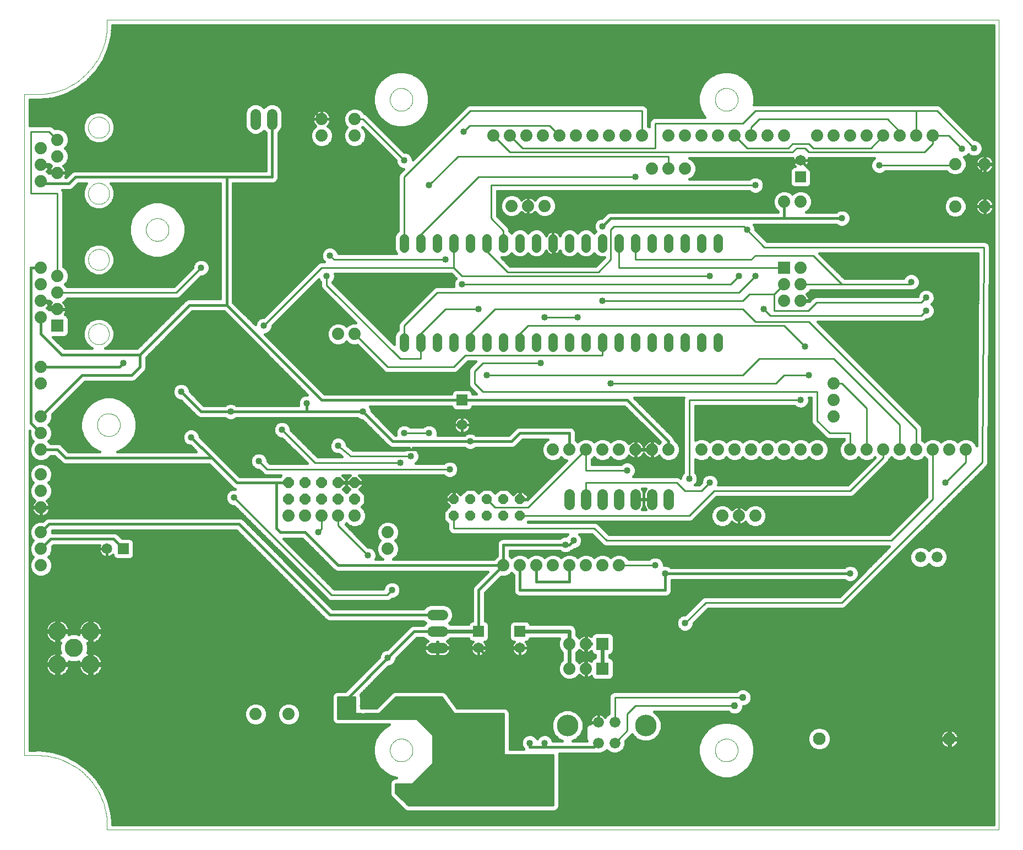
<source format=gbl>
G75*
G70*
%OFA0B0*%
%FSLAX24Y24*%
%IPPOS*%
%LPD*%
%AMOC8*
5,1,8,0,0,1.08239X$1,22.5*
%
%ADD10C,0.0560*%
%ADD11C,0.0740*%
%ADD12C,0.0660*%
%ADD13C,0.1306*%
%ADD14R,0.0650X0.0650*%
%ADD15C,0.0650*%
%ADD16C,0.0768*%
%ADD17OC8,0.0600*%
%ADD18C,0.0634*%
%ADD19R,0.0740X0.0740*%
%ADD20C,0.0240*%
%ADD21C,0.0640*%
%ADD22C,0.1100*%
%ADD23OC8,0.0640*%
%ADD24C,0.0000*%
%ADD25C,0.0100*%
%ADD26C,0.0400*%
%ADD27C,0.0150*%
%ADD28C,0.0160*%
%ADD29C,0.0600*%
%ADD30C,0.0436*%
D10*
X026175Y032395D02*
X026175Y032955D01*
X027175Y032955D02*
X027175Y032395D01*
X028175Y032395D02*
X028175Y032955D01*
X029175Y032955D02*
X029175Y032395D01*
X030175Y032395D02*
X030175Y032955D01*
X031175Y032955D02*
X031175Y032395D01*
X032175Y032395D02*
X032175Y032955D01*
X033175Y032955D02*
X033175Y032395D01*
X034175Y032395D02*
X034175Y032955D01*
X035175Y032955D02*
X035175Y032395D01*
X036175Y032395D02*
X036175Y032955D01*
X037175Y032955D02*
X037175Y032395D01*
X038175Y032395D02*
X038175Y032955D01*
X039175Y032955D02*
X039175Y032395D01*
X040175Y032395D02*
X040175Y032955D01*
X041175Y032955D02*
X041175Y032395D01*
X042175Y032395D02*
X042175Y032955D01*
X043175Y032955D02*
X043175Y032395D01*
X044175Y032395D02*
X044175Y032955D01*
X045175Y032955D02*
X045175Y032395D01*
X045175Y038395D02*
X045175Y038955D01*
X044175Y038955D02*
X044175Y038395D01*
X043175Y038395D02*
X043175Y038955D01*
X042175Y038955D02*
X042175Y038395D01*
X041175Y038395D02*
X041175Y038955D01*
X040175Y038955D02*
X040175Y038395D01*
X039175Y038395D02*
X039175Y038955D01*
X038175Y038955D02*
X038175Y038395D01*
X037175Y038395D02*
X037175Y038955D01*
X036175Y038955D02*
X036175Y038395D01*
X035175Y038395D02*
X035175Y038955D01*
X034175Y038955D02*
X034175Y038395D01*
X033175Y038395D02*
X033175Y038955D01*
X032175Y038955D02*
X032175Y038395D01*
X031175Y038395D02*
X031175Y038955D01*
X030175Y038955D02*
X030175Y038395D01*
X029175Y038395D02*
X029175Y038955D01*
X028175Y038955D02*
X028175Y038395D01*
X027175Y038395D02*
X027175Y038955D01*
X026175Y038955D02*
X026175Y038395D01*
D11*
X032675Y040925D03*
X033675Y040925D03*
X034675Y040925D03*
X034575Y045175D03*
X033575Y045175D03*
X032575Y045175D03*
X031575Y045175D03*
X035575Y045175D03*
X036575Y045175D03*
X037575Y045175D03*
X038575Y045175D03*
X039575Y045175D03*
X040575Y045175D03*
X042175Y045175D03*
X043175Y045175D03*
X044175Y045175D03*
X045175Y045175D03*
X046175Y045175D03*
X047175Y045175D03*
X048175Y045175D03*
X049175Y045175D03*
X051175Y045175D03*
X052175Y045175D03*
X053175Y045175D03*
X054175Y045175D03*
X055175Y045175D03*
X056175Y045175D03*
X057175Y045175D03*
X058175Y045175D03*
X059535Y043455D03*
X061315Y043455D03*
X061315Y040895D03*
X059535Y040895D03*
X050175Y041175D03*
X049175Y041175D03*
X043175Y043175D03*
X042175Y043175D03*
X041175Y043175D03*
X050175Y037175D03*
X050175Y036175D03*
X049175Y036175D03*
X049175Y035175D03*
X050175Y035175D03*
X052175Y030175D03*
X052175Y029175D03*
X052175Y028175D03*
X051175Y026175D03*
X050175Y026175D03*
X049175Y026175D03*
X048175Y026175D03*
X047175Y026175D03*
X046175Y026175D03*
X045175Y026175D03*
X044175Y026175D03*
X042175Y026175D03*
X041175Y026175D03*
X040175Y026175D03*
X039175Y026175D03*
X038175Y026175D03*
X037175Y026175D03*
X036175Y026175D03*
X035175Y026175D03*
X045425Y022175D03*
X046425Y022175D03*
X047425Y022175D03*
X053175Y026175D03*
X054175Y026175D03*
X055175Y026175D03*
X056175Y026175D03*
X057175Y026175D03*
X058175Y026175D03*
X059175Y026175D03*
X060175Y026175D03*
X039175Y019175D03*
X038175Y019175D03*
X037175Y019175D03*
X036175Y019175D03*
X035175Y019175D03*
X034175Y019175D03*
X033175Y019175D03*
X032175Y019175D03*
X036175Y014425D03*
X037175Y014425D03*
X037175Y012925D03*
X036175Y012925D03*
X025175Y020175D03*
X025175Y021175D03*
X023175Y022175D03*
X022175Y022175D03*
X021175Y022175D03*
X020175Y022175D03*
X019175Y022175D03*
X004175Y022675D03*
X004175Y023675D03*
X004175Y024675D03*
X004175Y026175D03*
X004175Y027175D03*
X004175Y028175D03*
X004175Y030175D03*
X004175Y031175D03*
X004175Y034175D03*
X005175Y034675D03*
X004175Y035175D03*
X005175Y035675D03*
X004175Y036175D03*
X005175Y036675D03*
X004175Y037175D03*
X004175Y042425D03*
X005175Y042925D03*
X004175Y043425D03*
X005175Y043925D03*
X004175Y044425D03*
X005175Y044925D03*
X021175Y045175D03*
X021175Y046175D03*
X023175Y046175D03*
X023175Y045175D03*
X023175Y033175D03*
X022175Y033175D03*
X004175Y021175D03*
X004175Y020175D03*
X004175Y019175D03*
X017175Y010175D03*
X019175Y010175D03*
D12*
X037933Y009675D03*
X038917Y009675D03*
X038917Y008415D03*
X037933Y008415D03*
X057425Y019675D03*
X058425Y019675D03*
D13*
X040795Y009478D03*
X036055Y009478D03*
D14*
X033175Y015175D03*
X030675Y015175D03*
X009175Y020175D03*
X029675Y029175D03*
X050175Y042675D03*
D15*
X050175Y043675D03*
X029675Y027675D03*
X008175Y020175D03*
X030675Y014175D03*
X033175Y014175D03*
D16*
X051301Y008675D03*
X059175Y008675D03*
D17*
X033175Y022175D03*
X033175Y023175D03*
X032175Y023175D03*
X032175Y022175D03*
X031175Y022175D03*
X031175Y023175D03*
X030175Y023175D03*
X030175Y022175D03*
X029175Y022175D03*
X029175Y023175D03*
D18*
X036175Y022858D02*
X036175Y023492D01*
X037175Y023492D02*
X037175Y022858D01*
X038175Y022858D02*
X038175Y023492D01*
X039175Y023492D02*
X039175Y022858D01*
X040175Y022858D02*
X040175Y023492D01*
X041175Y023492D02*
X041175Y022858D01*
X042175Y022858D02*
X042175Y023492D01*
X018175Y045858D02*
X018175Y046492D01*
X017175Y046492D02*
X017175Y045858D01*
D19*
X005175Y033675D03*
X038175Y014425D03*
X038175Y012925D03*
X049175Y037175D03*
D20*
X036175Y015175D02*
X033175Y015175D01*
X033175Y014175D02*
X030675Y014175D01*
X028175Y014175D01*
X028175Y015175D02*
X030675Y015175D01*
X036175Y015175D02*
X036175Y014425D01*
X036175Y012925D01*
X037175Y012925D02*
X037175Y014425D01*
X038175Y014425D02*
X038175Y012925D01*
D21*
X028495Y014175D02*
X027855Y014175D01*
X027855Y015175D02*
X028495Y015175D01*
X028495Y016175D02*
X027855Y016175D01*
D22*
X007175Y015175D03*
X006175Y014175D03*
X005175Y013175D03*
X007175Y013175D03*
X005175Y015175D03*
D23*
X019175Y023175D03*
X019175Y024175D03*
X020175Y024175D03*
X021175Y024175D03*
X022175Y024175D03*
X023175Y024175D03*
X023175Y023175D03*
X022175Y023175D03*
X021175Y023175D03*
X020175Y023175D03*
D24*
X003675Y007675D02*
X003884Y007682D01*
X004093Y007679D01*
X004301Y007665D01*
X004509Y007642D01*
X004715Y007608D01*
X004919Y007564D01*
X005121Y007510D01*
X005320Y007447D01*
X005516Y007374D01*
X005708Y007291D01*
X005895Y007199D01*
X006078Y007097D01*
X006256Y006987D01*
X006428Y006869D01*
X006594Y006742D01*
X006753Y006607D01*
X006906Y006464D01*
X007051Y006314D01*
X007189Y006157D01*
X007320Y005994D01*
X007442Y005824D01*
X007555Y005649D01*
X007660Y005468D01*
X007756Y005282D01*
X007842Y005092D01*
X007919Y004898D01*
X007987Y004700D01*
X008044Y004499D01*
X008092Y004296D01*
X008130Y004090D01*
X008157Y003883D01*
X008175Y003675D01*
X008175Y003175D01*
X062175Y003175D01*
X062175Y052175D01*
X008175Y052175D01*
X008175Y051675D01*
X008158Y051473D01*
X008132Y051272D01*
X008096Y051073D01*
X008051Y050875D01*
X007996Y050680D01*
X007932Y050488D01*
X007859Y050299D01*
X007777Y050113D01*
X007687Y049932D01*
X007588Y049756D01*
X007480Y049584D01*
X007365Y049417D01*
X007242Y049256D01*
X007111Y049102D01*
X006973Y048953D01*
X006828Y048811D01*
X006677Y048677D01*
X006519Y048550D01*
X006355Y048430D01*
X006186Y048318D01*
X006012Y048215D01*
X005833Y048120D01*
X005650Y048033D01*
X005463Y047956D01*
X005272Y047887D01*
X005079Y047827D01*
X004882Y047777D01*
X004684Y047736D01*
X004484Y047705D01*
X004282Y047683D01*
X004080Y047671D01*
X003878Y047668D01*
X003675Y047675D01*
X003175Y047675D01*
X003175Y007675D01*
X003675Y007675D01*
X025301Y007990D02*
X025303Y008042D01*
X025309Y008094D01*
X025319Y008145D01*
X025332Y008195D01*
X025350Y008245D01*
X025371Y008292D01*
X025395Y008338D01*
X025424Y008382D01*
X025455Y008424D01*
X025489Y008463D01*
X025526Y008500D01*
X025566Y008533D01*
X025609Y008564D01*
X025653Y008591D01*
X025699Y008615D01*
X025748Y008635D01*
X025797Y008651D01*
X025848Y008664D01*
X025899Y008673D01*
X025951Y008678D01*
X026003Y008679D01*
X026055Y008676D01*
X026107Y008669D01*
X026158Y008658D01*
X026208Y008644D01*
X026257Y008625D01*
X026304Y008603D01*
X026349Y008578D01*
X026393Y008549D01*
X026434Y008517D01*
X026473Y008482D01*
X026508Y008444D01*
X026541Y008403D01*
X026571Y008361D01*
X026597Y008316D01*
X026620Y008269D01*
X026639Y008220D01*
X026655Y008170D01*
X026667Y008120D01*
X026675Y008068D01*
X026679Y008016D01*
X026679Y007964D01*
X026675Y007912D01*
X026667Y007860D01*
X026655Y007810D01*
X026639Y007760D01*
X026620Y007711D01*
X026597Y007664D01*
X026571Y007619D01*
X026541Y007577D01*
X026508Y007536D01*
X026473Y007498D01*
X026434Y007463D01*
X026393Y007431D01*
X026349Y007402D01*
X026304Y007377D01*
X026257Y007355D01*
X026208Y007336D01*
X026158Y007322D01*
X026107Y007311D01*
X026055Y007304D01*
X026003Y007301D01*
X025951Y007302D01*
X025899Y007307D01*
X025848Y007316D01*
X025797Y007329D01*
X025748Y007345D01*
X025699Y007365D01*
X025653Y007389D01*
X025609Y007416D01*
X025566Y007447D01*
X025526Y007480D01*
X025489Y007517D01*
X025455Y007556D01*
X025424Y007598D01*
X025395Y007642D01*
X025371Y007688D01*
X025350Y007735D01*
X025332Y007785D01*
X025319Y007835D01*
X025309Y007886D01*
X025303Y007938D01*
X025301Y007990D01*
X044986Y007990D02*
X044988Y008042D01*
X044994Y008094D01*
X045004Y008145D01*
X045017Y008195D01*
X045035Y008245D01*
X045056Y008292D01*
X045080Y008338D01*
X045109Y008382D01*
X045140Y008424D01*
X045174Y008463D01*
X045211Y008500D01*
X045251Y008533D01*
X045294Y008564D01*
X045338Y008591D01*
X045384Y008615D01*
X045433Y008635D01*
X045482Y008651D01*
X045533Y008664D01*
X045584Y008673D01*
X045636Y008678D01*
X045688Y008679D01*
X045740Y008676D01*
X045792Y008669D01*
X045843Y008658D01*
X045893Y008644D01*
X045942Y008625D01*
X045989Y008603D01*
X046034Y008578D01*
X046078Y008549D01*
X046119Y008517D01*
X046158Y008482D01*
X046193Y008444D01*
X046226Y008403D01*
X046256Y008361D01*
X046282Y008316D01*
X046305Y008269D01*
X046324Y008220D01*
X046340Y008170D01*
X046352Y008120D01*
X046360Y008068D01*
X046364Y008016D01*
X046364Y007964D01*
X046360Y007912D01*
X046352Y007860D01*
X046340Y007810D01*
X046324Y007760D01*
X046305Y007711D01*
X046282Y007664D01*
X046256Y007619D01*
X046226Y007577D01*
X046193Y007536D01*
X046158Y007498D01*
X046119Y007463D01*
X046078Y007431D01*
X046034Y007402D01*
X045989Y007377D01*
X045942Y007355D01*
X045893Y007336D01*
X045843Y007322D01*
X045792Y007311D01*
X045740Y007304D01*
X045688Y007301D01*
X045636Y007302D01*
X045584Y007307D01*
X045533Y007316D01*
X045482Y007329D01*
X045433Y007345D01*
X045384Y007365D01*
X045338Y007389D01*
X045294Y007416D01*
X045251Y007447D01*
X045211Y007480D01*
X045174Y007517D01*
X045140Y007556D01*
X045109Y007598D01*
X045080Y007642D01*
X045056Y007688D01*
X045035Y007735D01*
X045017Y007785D01*
X045004Y007835D01*
X044994Y007886D01*
X044988Y007938D01*
X044986Y007990D01*
X007584Y027675D02*
X007586Y027727D01*
X007592Y027779D01*
X007602Y027830D01*
X007615Y027880D01*
X007633Y027930D01*
X007654Y027977D01*
X007678Y028023D01*
X007707Y028067D01*
X007738Y028109D01*
X007772Y028148D01*
X007809Y028185D01*
X007849Y028218D01*
X007892Y028249D01*
X007936Y028276D01*
X007982Y028300D01*
X008031Y028320D01*
X008080Y028336D01*
X008131Y028349D01*
X008182Y028358D01*
X008234Y028363D01*
X008286Y028364D01*
X008338Y028361D01*
X008390Y028354D01*
X008441Y028343D01*
X008491Y028329D01*
X008540Y028310D01*
X008587Y028288D01*
X008632Y028263D01*
X008676Y028234D01*
X008717Y028202D01*
X008756Y028167D01*
X008791Y028129D01*
X008824Y028088D01*
X008854Y028046D01*
X008880Y028001D01*
X008903Y027954D01*
X008922Y027905D01*
X008938Y027855D01*
X008950Y027805D01*
X008958Y027753D01*
X008962Y027701D01*
X008962Y027649D01*
X008958Y027597D01*
X008950Y027545D01*
X008938Y027495D01*
X008922Y027445D01*
X008903Y027396D01*
X008880Y027349D01*
X008854Y027304D01*
X008824Y027262D01*
X008791Y027221D01*
X008756Y027183D01*
X008717Y027148D01*
X008676Y027116D01*
X008632Y027087D01*
X008587Y027062D01*
X008540Y027040D01*
X008491Y027021D01*
X008441Y027007D01*
X008390Y026996D01*
X008338Y026989D01*
X008286Y026986D01*
X008234Y026987D01*
X008182Y026992D01*
X008131Y027001D01*
X008080Y027014D01*
X008031Y027030D01*
X007982Y027050D01*
X007936Y027074D01*
X007892Y027101D01*
X007849Y027132D01*
X007809Y027165D01*
X007772Y027202D01*
X007738Y027241D01*
X007707Y027283D01*
X007678Y027327D01*
X007654Y027373D01*
X007633Y027420D01*
X007615Y027470D01*
X007602Y027520D01*
X007592Y027571D01*
X007586Y027623D01*
X007584Y027675D01*
X007045Y033175D02*
X007047Y033225D01*
X007053Y033275D01*
X007063Y033324D01*
X007077Y033372D01*
X007094Y033419D01*
X007115Y033464D01*
X007140Y033508D01*
X007168Y033549D01*
X007200Y033588D01*
X007234Y033625D01*
X007271Y033659D01*
X007311Y033689D01*
X007353Y033716D01*
X007397Y033740D01*
X007443Y033761D01*
X007490Y033777D01*
X007538Y033790D01*
X007588Y033799D01*
X007637Y033804D01*
X007688Y033805D01*
X007738Y033802D01*
X007787Y033795D01*
X007836Y033784D01*
X007884Y033769D01*
X007930Y033751D01*
X007975Y033729D01*
X008018Y033703D01*
X008059Y033674D01*
X008098Y033642D01*
X008134Y033607D01*
X008166Y033569D01*
X008196Y033529D01*
X008223Y033486D01*
X008246Y033442D01*
X008265Y033396D01*
X008281Y033348D01*
X008293Y033299D01*
X008301Y033250D01*
X008305Y033200D01*
X008305Y033150D01*
X008301Y033100D01*
X008293Y033051D01*
X008281Y033002D01*
X008265Y032954D01*
X008246Y032908D01*
X008223Y032864D01*
X008196Y032821D01*
X008166Y032781D01*
X008134Y032743D01*
X008098Y032708D01*
X008059Y032676D01*
X008018Y032647D01*
X007975Y032621D01*
X007930Y032599D01*
X007884Y032581D01*
X007836Y032566D01*
X007787Y032555D01*
X007738Y032548D01*
X007688Y032545D01*
X007637Y032546D01*
X007588Y032551D01*
X007538Y032560D01*
X007490Y032573D01*
X007443Y032589D01*
X007397Y032610D01*
X007353Y032634D01*
X007311Y032661D01*
X007271Y032691D01*
X007234Y032725D01*
X007200Y032762D01*
X007168Y032801D01*
X007140Y032842D01*
X007115Y032886D01*
X007094Y032931D01*
X007077Y032978D01*
X007063Y033026D01*
X007053Y033075D01*
X007047Y033125D01*
X007045Y033175D01*
X007045Y037675D02*
X007047Y037725D01*
X007053Y037775D01*
X007063Y037824D01*
X007077Y037872D01*
X007094Y037919D01*
X007115Y037964D01*
X007140Y038008D01*
X007168Y038049D01*
X007200Y038088D01*
X007234Y038125D01*
X007271Y038159D01*
X007311Y038189D01*
X007353Y038216D01*
X007397Y038240D01*
X007443Y038261D01*
X007490Y038277D01*
X007538Y038290D01*
X007588Y038299D01*
X007637Y038304D01*
X007688Y038305D01*
X007738Y038302D01*
X007787Y038295D01*
X007836Y038284D01*
X007884Y038269D01*
X007930Y038251D01*
X007975Y038229D01*
X008018Y038203D01*
X008059Y038174D01*
X008098Y038142D01*
X008134Y038107D01*
X008166Y038069D01*
X008196Y038029D01*
X008223Y037986D01*
X008246Y037942D01*
X008265Y037896D01*
X008281Y037848D01*
X008293Y037799D01*
X008301Y037750D01*
X008305Y037700D01*
X008305Y037650D01*
X008301Y037600D01*
X008293Y037551D01*
X008281Y037502D01*
X008265Y037454D01*
X008246Y037408D01*
X008223Y037364D01*
X008196Y037321D01*
X008166Y037281D01*
X008134Y037243D01*
X008098Y037208D01*
X008059Y037176D01*
X008018Y037147D01*
X007975Y037121D01*
X007930Y037099D01*
X007884Y037081D01*
X007836Y037066D01*
X007787Y037055D01*
X007738Y037048D01*
X007688Y037045D01*
X007637Y037046D01*
X007588Y037051D01*
X007538Y037060D01*
X007490Y037073D01*
X007443Y037089D01*
X007397Y037110D01*
X007353Y037134D01*
X007311Y037161D01*
X007271Y037191D01*
X007234Y037225D01*
X007200Y037262D01*
X007168Y037301D01*
X007140Y037342D01*
X007115Y037386D01*
X007094Y037431D01*
X007077Y037478D01*
X007063Y037526D01*
X007053Y037575D01*
X007047Y037625D01*
X007045Y037675D01*
X010537Y039486D02*
X010539Y039538D01*
X010545Y039590D01*
X010555Y039641D01*
X010568Y039691D01*
X010586Y039741D01*
X010607Y039788D01*
X010631Y039834D01*
X010660Y039878D01*
X010691Y039920D01*
X010725Y039959D01*
X010762Y039996D01*
X010802Y040029D01*
X010845Y040060D01*
X010889Y040087D01*
X010935Y040111D01*
X010984Y040131D01*
X011033Y040147D01*
X011084Y040160D01*
X011135Y040169D01*
X011187Y040174D01*
X011239Y040175D01*
X011291Y040172D01*
X011343Y040165D01*
X011394Y040154D01*
X011444Y040140D01*
X011493Y040121D01*
X011540Y040099D01*
X011585Y040074D01*
X011629Y040045D01*
X011670Y040013D01*
X011709Y039978D01*
X011744Y039940D01*
X011777Y039899D01*
X011807Y039857D01*
X011833Y039812D01*
X011856Y039765D01*
X011875Y039716D01*
X011891Y039666D01*
X011903Y039616D01*
X011911Y039564D01*
X011915Y039512D01*
X011915Y039460D01*
X011911Y039408D01*
X011903Y039356D01*
X011891Y039306D01*
X011875Y039256D01*
X011856Y039207D01*
X011833Y039160D01*
X011807Y039115D01*
X011777Y039073D01*
X011744Y039032D01*
X011709Y038994D01*
X011670Y038959D01*
X011629Y038927D01*
X011585Y038898D01*
X011540Y038873D01*
X011493Y038851D01*
X011444Y038832D01*
X011394Y038818D01*
X011343Y038807D01*
X011291Y038800D01*
X011239Y038797D01*
X011187Y038798D01*
X011135Y038803D01*
X011084Y038812D01*
X011033Y038825D01*
X010984Y038841D01*
X010935Y038861D01*
X010889Y038885D01*
X010845Y038912D01*
X010802Y038943D01*
X010762Y038976D01*
X010725Y039013D01*
X010691Y039052D01*
X010660Y039094D01*
X010631Y039138D01*
X010607Y039184D01*
X010586Y039231D01*
X010568Y039281D01*
X010555Y039331D01*
X010545Y039382D01*
X010539Y039434D01*
X010537Y039486D01*
X007035Y041675D02*
X007037Y041725D01*
X007043Y041775D01*
X007053Y041824D01*
X007066Y041873D01*
X007084Y041920D01*
X007105Y041966D01*
X007129Y042009D01*
X007157Y042051D01*
X007188Y042091D01*
X007222Y042128D01*
X007259Y042162D01*
X007299Y042193D01*
X007341Y042221D01*
X007384Y042245D01*
X007430Y042266D01*
X007477Y042284D01*
X007526Y042297D01*
X007575Y042307D01*
X007625Y042313D01*
X007675Y042315D01*
X007725Y042313D01*
X007775Y042307D01*
X007824Y042297D01*
X007873Y042284D01*
X007920Y042266D01*
X007966Y042245D01*
X008009Y042221D01*
X008051Y042193D01*
X008091Y042162D01*
X008128Y042128D01*
X008162Y042091D01*
X008193Y042051D01*
X008221Y042009D01*
X008245Y041966D01*
X008266Y041920D01*
X008284Y041873D01*
X008297Y041824D01*
X008307Y041775D01*
X008313Y041725D01*
X008315Y041675D01*
X008313Y041625D01*
X008307Y041575D01*
X008297Y041526D01*
X008284Y041477D01*
X008266Y041430D01*
X008245Y041384D01*
X008221Y041341D01*
X008193Y041299D01*
X008162Y041259D01*
X008128Y041222D01*
X008091Y041188D01*
X008051Y041157D01*
X008009Y041129D01*
X007966Y041105D01*
X007920Y041084D01*
X007873Y041066D01*
X007824Y041053D01*
X007775Y041043D01*
X007725Y041037D01*
X007675Y041035D01*
X007625Y041037D01*
X007575Y041043D01*
X007526Y041053D01*
X007477Y041066D01*
X007430Y041084D01*
X007384Y041105D01*
X007341Y041129D01*
X007299Y041157D01*
X007259Y041188D01*
X007222Y041222D01*
X007188Y041259D01*
X007157Y041299D01*
X007129Y041341D01*
X007105Y041384D01*
X007084Y041430D01*
X007066Y041477D01*
X007053Y041526D01*
X007043Y041575D01*
X007037Y041625D01*
X007035Y041675D01*
X007035Y045675D02*
X007037Y045725D01*
X007043Y045775D01*
X007053Y045824D01*
X007066Y045873D01*
X007084Y045920D01*
X007105Y045966D01*
X007129Y046009D01*
X007157Y046051D01*
X007188Y046091D01*
X007222Y046128D01*
X007259Y046162D01*
X007299Y046193D01*
X007341Y046221D01*
X007384Y046245D01*
X007430Y046266D01*
X007477Y046284D01*
X007526Y046297D01*
X007575Y046307D01*
X007625Y046313D01*
X007675Y046315D01*
X007725Y046313D01*
X007775Y046307D01*
X007824Y046297D01*
X007873Y046284D01*
X007920Y046266D01*
X007966Y046245D01*
X008009Y046221D01*
X008051Y046193D01*
X008091Y046162D01*
X008128Y046128D01*
X008162Y046091D01*
X008193Y046051D01*
X008221Y046009D01*
X008245Y045966D01*
X008266Y045920D01*
X008284Y045873D01*
X008297Y045824D01*
X008307Y045775D01*
X008313Y045725D01*
X008315Y045675D01*
X008313Y045625D01*
X008307Y045575D01*
X008297Y045526D01*
X008284Y045477D01*
X008266Y045430D01*
X008245Y045384D01*
X008221Y045341D01*
X008193Y045299D01*
X008162Y045259D01*
X008128Y045222D01*
X008091Y045188D01*
X008051Y045157D01*
X008009Y045129D01*
X007966Y045105D01*
X007920Y045084D01*
X007873Y045066D01*
X007824Y045053D01*
X007775Y045043D01*
X007725Y045037D01*
X007675Y045035D01*
X007625Y045037D01*
X007575Y045043D01*
X007526Y045053D01*
X007477Y045066D01*
X007430Y045084D01*
X007384Y045105D01*
X007341Y045129D01*
X007299Y045157D01*
X007259Y045188D01*
X007222Y045222D01*
X007188Y045259D01*
X007157Y045299D01*
X007129Y045341D01*
X007105Y045384D01*
X007084Y045430D01*
X007066Y045477D01*
X007053Y045526D01*
X007043Y045575D01*
X007037Y045625D01*
X007035Y045675D01*
X025301Y047360D02*
X025303Y047412D01*
X025309Y047464D01*
X025319Y047515D01*
X025332Y047565D01*
X025350Y047615D01*
X025371Y047662D01*
X025395Y047708D01*
X025424Y047752D01*
X025455Y047794D01*
X025489Y047833D01*
X025526Y047870D01*
X025566Y047903D01*
X025609Y047934D01*
X025653Y047961D01*
X025699Y047985D01*
X025748Y048005D01*
X025797Y048021D01*
X025848Y048034D01*
X025899Y048043D01*
X025951Y048048D01*
X026003Y048049D01*
X026055Y048046D01*
X026107Y048039D01*
X026158Y048028D01*
X026208Y048014D01*
X026257Y047995D01*
X026304Y047973D01*
X026349Y047948D01*
X026393Y047919D01*
X026434Y047887D01*
X026473Y047852D01*
X026508Y047814D01*
X026541Y047773D01*
X026571Y047731D01*
X026597Y047686D01*
X026620Y047639D01*
X026639Y047590D01*
X026655Y047540D01*
X026667Y047490D01*
X026675Y047438D01*
X026679Y047386D01*
X026679Y047334D01*
X026675Y047282D01*
X026667Y047230D01*
X026655Y047180D01*
X026639Y047130D01*
X026620Y047081D01*
X026597Y047034D01*
X026571Y046989D01*
X026541Y046947D01*
X026508Y046906D01*
X026473Y046868D01*
X026434Y046833D01*
X026393Y046801D01*
X026349Y046772D01*
X026304Y046747D01*
X026257Y046725D01*
X026208Y046706D01*
X026158Y046692D01*
X026107Y046681D01*
X026055Y046674D01*
X026003Y046671D01*
X025951Y046672D01*
X025899Y046677D01*
X025848Y046686D01*
X025797Y046699D01*
X025748Y046715D01*
X025699Y046735D01*
X025653Y046759D01*
X025609Y046786D01*
X025566Y046817D01*
X025526Y046850D01*
X025489Y046887D01*
X025455Y046926D01*
X025424Y046968D01*
X025395Y047012D01*
X025371Y047058D01*
X025350Y047105D01*
X025332Y047155D01*
X025319Y047205D01*
X025309Y047256D01*
X025303Y047308D01*
X025301Y047360D01*
X044986Y047360D02*
X044988Y047412D01*
X044994Y047464D01*
X045004Y047515D01*
X045017Y047565D01*
X045035Y047615D01*
X045056Y047662D01*
X045080Y047708D01*
X045109Y047752D01*
X045140Y047794D01*
X045174Y047833D01*
X045211Y047870D01*
X045251Y047903D01*
X045294Y047934D01*
X045338Y047961D01*
X045384Y047985D01*
X045433Y048005D01*
X045482Y048021D01*
X045533Y048034D01*
X045584Y048043D01*
X045636Y048048D01*
X045688Y048049D01*
X045740Y048046D01*
X045792Y048039D01*
X045843Y048028D01*
X045893Y048014D01*
X045942Y047995D01*
X045989Y047973D01*
X046034Y047948D01*
X046078Y047919D01*
X046119Y047887D01*
X046158Y047852D01*
X046193Y047814D01*
X046226Y047773D01*
X046256Y047731D01*
X046282Y047686D01*
X046305Y047639D01*
X046324Y047590D01*
X046340Y047540D01*
X046352Y047490D01*
X046360Y047438D01*
X046364Y047386D01*
X046364Y047334D01*
X046360Y047282D01*
X046352Y047230D01*
X046340Y047180D01*
X046324Y047130D01*
X046305Y047081D01*
X046282Y047034D01*
X046256Y046989D01*
X046226Y046947D01*
X046193Y046906D01*
X046158Y046868D01*
X046119Y046833D01*
X046078Y046801D01*
X046034Y046772D01*
X045989Y046747D01*
X045942Y046725D01*
X045893Y046706D01*
X045843Y046692D01*
X045792Y046681D01*
X045740Y046674D01*
X045688Y046671D01*
X045636Y046672D01*
X045584Y046677D01*
X045533Y046686D01*
X045482Y046699D01*
X045433Y046715D01*
X045384Y046735D01*
X045338Y046759D01*
X045294Y046786D01*
X045251Y046817D01*
X045211Y046850D01*
X045174Y046887D01*
X045140Y046926D01*
X045109Y046968D01*
X045080Y047012D01*
X045056Y047058D01*
X045035Y047105D01*
X045017Y047155D01*
X045004Y047205D01*
X044994Y047256D01*
X044988Y047308D01*
X044986Y047360D01*
D25*
X046675Y045925D02*
X047425Y046675D01*
X057175Y046675D01*
X058425Y046675D01*
X060675Y044425D01*
X059925Y044375D02*
X059125Y045175D01*
X058175Y045175D01*
X058175Y044675D01*
X057675Y044175D01*
X050675Y044175D01*
X050425Y044425D01*
X049925Y044425D01*
X049675Y044175D01*
X032575Y044175D01*
X031575Y045175D01*
X032575Y045175D02*
X033325Y044425D01*
X041375Y044425D01*
X041375Y045925D01*
X046675Y045925D01*
X047175Y045675D02*
X047175Y045175D01*
X047175Y045675D02*
X047675Y046175D01*
X055425Y046175D01*
X056175Y045425D01*
X056175Y045175D01*
X055175Y045175D02*
X054425Y044425D01*
X050925Y044425D01*
X050675Y044675D01*
X049675Y044675D01*
X049425Y044425D01*
X046925Y044425D01*
X046175Y045175D01*
X042175Y043925D02*
X042175Y043175D01*
X042175Y043925D02*
X029425Y043925D01*
X027675Y042175D01*
X026175Y042675D02*
X026175Y038675D01*
X027175Y038675D02*
X027175Y039175D01*
X030675Y042675D01*
X040175Y042675D01*
X040575Y045175D02*
X040575Y046675D01*
X030175Y046675D01*
X026175Y042675D01*
X026175Y043675D02*
X023675Y046175D01*
X023175Y046175D01*
X029775Y045425D02*
X030125Y045775D01*
X034975Y045775D01*
X035575Y045175D01*
X031425Y042175D02*
X047425Y042175D01*
X046725Y039675D02*
X038875Y039675D01*
X038675Y039475D01*
X038675Y037675D01*
X037925Y036925D01*
X032425Y036925D01*
X031175Y038175D01*
X031175Y038675D01*
X032175Y038675D02*
X032175Y039425D01*
X031425Y040175D01*
X031425Y042175D01*
X029175Y038675D02*
X029175Y037175D01*
X029675Y036675D01*
X044675Y036675D01*
X045925Y036175D02*
X029675Y036175D01*
X029175Y037175D02*
X021175Y037175D01*
X017675Y033675D01*
X021475Y036125D02*
X021475Y036675D01*
X021475Y036125D02*
X025925Y031675D01*
X027175Y031675D01*
X027175Y032675D01*
X027175Y033175D01*
X028675Y034675D01*
X030675Y034675D01*
X031675Y034675D02*
X030175Y033175D01*
X030175Y032675D01*
X029875Y031875D02*
X029175Y031175D01*
X025175Y031175D01*
X023175Y033175D01*
X026175Y033675D02*
X026175Y032675D01*
X026175Y033675D02*
X028175Y035675D01*
X046425Y035675D01*
X047425Y036675D01*
X046425Y036675D02*
X045925Y036175D01*
X046675Y035175D02*
X047075Y035575D01*
X048575Y035575D01*
X049175Y036175D01*
X048575Y035575D02*
X048575Y034575D01*
X050625Y034575D01*
X051125Y035075D01*
X057475Y035075D01*
X057775Y035375D01*
X057775Y034575D02*
X057475Y034275D01*
X048325Y034275D01*
X047925Y034675D01*
X047425Y033925D02*
X046675Y034675D01*
X031675Y034675D01*
X033175Y033175D02*
X033675Y033675D01*
X049175Y033675D01*
X050425Y032425D01*
X052175Y031675D02*
X047675Y031675D01*
X046675Y030675D01*
X031175Y030675D01*
X030425Y030925D02*
X030425Y030175D01*
X030925Y029675D01*
X051175Y029675D01*
X051175Y027925D01*
X051925Y027175D01*
X053175Y027175D01*
X053175Y026175D01*
X054175Y026175D02*
X054175Y028675D01*
X052675Y030175D01*
X052175Y030175D01*
X050675Y030675D02*
X049175Y030675D01*
X048675Y030175D01*
X038675Y030175D01*
X038175Y031875D02*
X038175Y032675D01*
X038175Y031875D02*
X029875Y031875D01*
X030425Y030925D02*
X030925Y031425D01*
X034425Y031425D01*
X033175Y032675D02*
X033175Y033175D01*
X034675Y034175D02*
X036675Y034175D01*
X038175Y035175D02*
X046675Y035175D01*
X047425Y033925D02*
X050675Y033925D01*
X057175Y027425D01*
X057175Y026175D01*
X056175Y026175D02*
X056175Y027675D01*
X052175Y031675D01*
X050175Y029175D02*
X043425Y029175D01*
X043425Y024425D01*
X043175Y023675D02*
X042675Y024175D01*
X037175Y024175D01*
X037175Y023175D01*
X037675Y021425D02*
X038425Y020675D01*
X055675Y020675D01*
X058175Y023175D01*
X058175Y026175D01*
X060175Y026175D02*
X060175Y025425D01*
X058925Y024175D01*
X061175Y025425D02*
X061275Y038425D01*
X047975Y038425D01*
X046925Y039475D01*
X046725Y039675D01*
X047425Y037925D02*
X047175Y037675D01*
X040175Y037675D01*
X040175Y038675D01*
X039175Y038675D02*
X039175Y037175D01*
X049175Y037175D01*
X050175Y036175D02*
X052675Y036175D01*
X050925Y037925D01*
X047425Y037925D01*
X052675Y036175D02*
X056775Y036175D01*
X056875Y036325D01*
X054925Y043375D02*
X059475Y043375D01*
X059535Y043455D01*
X057175Y045175D02*
X057175Y046675D01*
X028675Y037675D02*
X021925Y037675D01*
X021675Y037925D01*
X013875Y037175D02*
X012375Y035675D01*
X005175Y035675D01*
X005175Y036675D02*
X005175Y041675D01*
X003575Y041675D01*
X003575Y045425D01*
X004675Y045425D01*
X005175Y044925D01*
X018775Y027375D02*
X020775Y025375D01*
X025925Y025375D01*
X026575Y025775D02*
X022925Y025775D01*
X022175Y026425D01*
X026175Y027175D02*
X027675Y027175D01*
X028925Y024975D02*
X017875Y024975D01*
X017375Y025475D01*
X015875Y023275D02*
X021775Y017375D01*
X025125Y017375D01*
X025425Y017675D01*
X023975Y019775D02*
X022175Y021575D01*
X022175Y022175D01*
X021175Y022175D02*
X021175Y021375D01*
X020975Y021175D01*
X029175Y021425D02*
X029175Y022175D01*
X029175Y021425D02*
X037675Y021425D01*
X039175Y019175D02*
X041375Y019175D01*
X044425Y016925D02*
X052675Y016925D01*
X061175Y025425D01*
X055175Y025675D02*
X055175Y026175D01*
X055175Y025675D02*
X053175Y023675D01*
X044925Y023675D01*
X043425Y022175D01*
X033175Y022175D01*
X033675Y022675D02*
X037175Y026175D01*
X037175Y024925D01*
X039675Y024925D01*
X043175Y023675D02*
X044175Y023675D01*
X044675Y024175D01*
X033675Y022675D02*
X031675Y022675D01*
X031175Y023175D01*
X043175Y015675D02*
X044425Y016925D01*
X046675Y011175D02*
X038925Y011175D01*
X038925Y009675D01*
X038917Y009675D01*
X039675Y010175D02*
X039675Y009175D01*
X039165Y008665D01*
X038917Y008415D01*
X039675Y010175D02*
X040175Y010675D01*
X046175Y010675D01*
D26*
X043675Y008675D03*
X042675Y011925D03*
X043175Y015675D03*
X041975Y018675D03*
X041375Y019175D03*
X040175Y021425D03*
X036425Y020675D03*
X035925Y020425D03*
X043425Y024425D03*
X044675Y024175D03*
X039675Y024925D03*
X037925Y028575D03*
X038675Y030175D03*
X034425Y031425D03*
X031175Y030675D03*
X027675Y027175D03*
X026175Y027175D03*
X026575Y025775D03*
X025925Y025375D03*
X028925Y024975D03*
X030175Y026675D03*
X023675Y028475D03*
X021675Y026675D03*
X022175Y026425D03*
X020625Y026675D03*
X018775Y027375D03*
X020275Y028975D03*
X017675Y031175D03*
X015675Y033175D03*
X017675Y033675D03*
X019675Y034175D03*
X021475Y036675D03*
X021675Y037925D03*
X018675Y039675D03*
X013875Y037175D03*
X010175Y034675D03*
X009175Y031425D03*
X012675Y029675D03*
X010675Y028675D03*
X013275Y026925D03*
X015675Y028475D03*
X017375Y025475D03*
X015875Y023275D03*
X020975Y021175D03*
X023975Y019775D03*
X025425Y017675D03*
X025175Y013575D03*
X023675Y010675D03*
X022825Y010675D03*
X023175Y008675D03*
X017675Y008675D03*
X013175Y008675D03*
X010175Y010675D03*
X011175Y011925D03*
X011675Y012925D03*
X012925Y012925D03*
X014425Y012925D03*
X014425Y014000D03*
X014425Y015175D03*
X012925Y015175D03*
X011675Y015175D03*
X010175Y015175D03*
X010175Y017675D03*
X011925Y017675D03*
X011925Y019675D03*
X010175Y019675D03*
X008175Y017425D03*
X005175Y017675D03*
X006675Y022675D03*
X008675Y022675D03*
X016175Y020175D03*
X016925Y017175D03*
X016925Y015175D03*
X016925Y013925D03*
X016925Y012925D03*
X009175Y008675D03*
X008175Y010675D03*
X007175Y011925D03*
X004675Y008675D03*
X009175Y005175D03*
X024675Y004175D03*
X033775Y008425D03*
X034675Y008425D03*
X042675Y004175D03*
X052175Y004175D03*
X061175Y004175D03*
X054175Y009675D03*
X061425Y011425D03*
X059425Y016425D03*
X056425Y016425D03*
X053175Y018675D03*
X050425Y019425D03*
X050425Y021425D03*
X052925Y022925D03*
X051925Y024425D03*
X055175Y021425D03*
X058925Y024175D03*
X050175Y029175D03*
X050675Y030675D03*
X050425Y032425D03*
X051925Y033675D03*
X047925Y034675D03*
X047425Y036675D03*
X046425Y036675D03*
X044675Y036675D03*
X046925Y039475D03*
X047425Y042175D03*
X052675Y040175D03*
X054925Y043375D03*
X059925Y044375D03*
X060675Y044425D03*
X061175Y051175D03*
X044175Y051175D03*
X035675Y051175D03*
X029775Y045425D03*
X026175Y043675D03*
X024425Y043175D03*
X027675Y042175D03*
X028675Y037675D03*
X029675Y036175D03*
X030675Y034675D03*
X034675Y034175D03*
X036675Y034175D03*
X038175Y035175D03*
X036175Y037425D03*
X038175Y039675D03*
X040175Y042675D03*
X026175Y035675D03*
X012575Y044675D03*
X006675Y043675D03*
X004675Y046675D03*
X009175Y051175D03*
X016675Y051175D03*
X025675Y051175D03*
X006675Y039675D03*
X047675Y015675D03*
X058425Y031925D03*
X056425Y032925D03*
X057775Y034575D03*
X057775Y035375D03*
X056875Y036325D03*
D27*
X057241Y036687D02*
X060897Y036687D01*
X060895Y036539D02*
X057344Y036539D01*
X057312Y036617D02*
X057167Y036762D01*
X056977Y036840D01*
X056773Y036840D01*
X056583Y036762D01*
X056438Y036617D01*
X056407Y036540D01*
X052826Y036540D01*
X051306Y038060D01*
X060907Y038060D01*
X060818Y026414D01*
X060756Y026563D01*
X060563Y026756D01*
X060311Y026860D01*
X060039Y026860D01*
X059787Y026756D01*
X059675Y026644D01*
X059563Y026756D01*
X059311Y026860D01*
X059039Y026860D01*
X058787Y026756D01*
X058675Y026644D01*
X058563Y026756D01*
X058311Y026860D01*
X058039Y026860D01*
X057787Y026756D01*
X057675Y026644D01*
X057563Y026756D01*
X057540Y026765D01*
X057540Y027498D01*
X057484Y027632D01*
X057382Y027734D01*
X051206Y033910D01*
X057548Y033910D01*
X057682Y033966D01*
X057776Y034060D01*
X057877Y034060D01*
X058067Y034138D01*
X058212Y034283D01*
X058290Y034473D01*
X058290Y034677D01*
X058212Y034867D01*
X058103Y034975D01*
X058212Y035083D01*
X058290Y035273D01*
X058290Y035477D01*
X058212Y035667D01*
X058067Y035812D01*
X057877Y035890D01*
X057673Y035890D01*
X057483Y035812D01*
X057338Y035667D01*
X057260Y035477D01*
X057260Y035440D01*
X051052Y035440D01*
X050918Y035384D01*
X050816Y035282D01*
X050684Y035150D01*
X050200Y035150D01*
X050200Y035200D01*
X050720Y035200D01*
X050720Y035218D01*
X050707Y035303D01*
X050680Y035384D01*
X050641Y035461D01*
X050591Y035530D01*
X050537Y035584D01*
X050563Y035594D01*
X050756Y035787D01*
X050765Y035810D01*
X056739Y035810D01*
X056775Y035803D01*
X056811Y035810D01*
X056977Y035810D01*
X057167Y035888D01*
X057312Y036033D01*
X057390Y036223D01*
X057390Y036427D01*
X057312Y036617D01*
X057390Y036390D02*
X060894Y036390D01*
X060893Y036242D02*
X057390Y036242D01*
X057336Y036093D02*
X060892Y036093D01*
X060891Y035945D02*
X057223Y035945D01*
X057468Y035796D02*
X050759Y035796D01*
X050616Y035648D02*
X057330Y035648D01*
X057269Y035499D02*
X050613Y035499D01*
X050691Y035351D02*
X050884Y035351D01*
X050816Y035282D02*
X050816Y035282D01*
X050736Y035202D02*
X050720Y035202D01*
X051251Y033866D02*
X060875Y033866D01*
X060876Y034014D02*
X057730Y034014D01*
X058091Y034163D02*
X060877Y034163D01*
X060878Y034311D02*
X058223Y034311D01*
X058285Y034460D02*
X060879Y034460D01*
X060881Y034608D02*
X058290Y034608D01*
X058257Y034757D02*
X060882Y034757D01*
X060883Y034905D02*
X058173Y034905D01*
X058182Y035054D02*
X060884Y035054D01*
X060885Y035202D02*
X058261Y035202D01*
X058290Y035351D02*
X060886Y035351D01*
X060887Y035499D02*
X058281Y035499D01*
X058220Y035648D02*
X060889Y035648D01*
X060890Y035796D02*
X058082Y035796D01*
X056988Y036836D02*
X060898Y036836D01*
X060899Y036984D02*
X052382Y036984D01*
X052234Y037133D02*
X060900Y037133D01*
X060901Y037281D02*
X052085Y037281D01*
X051937Y037430D02*
X060902Y037430D01*
X060903Y037578D02*
X051788Y037578D01*
X051640Y037727D02*
X060905Y037727D01*
X060906Y037875D02*
X051491Y037875D01*
X051343Y038024D02*
X060907Y038024D01*
X061637Y038024D02*
X061860Y038024D01*
X061860Y038172D02*
X061638Y038172D01*
X061639Y038321D02*
X061860Y038321D01*
X061860Y038469D02*
X061640Y038469D01*
X061641Y038495D02*
X061640Y038496D01*
X061640Y038498D01*
X061613Y038563D01*
X061586Y038629D01*
X061585Y038630D01*
X061584Y038632D01*
X061534Y038682D01*
X061484Y038733D01*
X061483Y038733D01*
X061482Y038734D01*
X061416Y038762D01*
X061350Y038789D01*
X061349Y038789D01*
X061348Y038790D01*
X061276Y038790D01*
X061205Y038791D01*
X061204Y038790D01*
X048126Y038790D01*
X047440Y039476D01*
X047440Y039577D01*
X047362Y039767D01*
X047343Y039785D01*
X052337Y039785D01*
X052383Y039738D01*
X052573Y039660D01*
X052777Y039660D01*
X052967Y039738D01*
X053112Y039883D01*
X053190Y040073D01*
X053190Y040277D01*
X053112Y040467D01*
X052967Y040612D01*
X052777Y040690D01*
X052573Y040690D01*
X052383Y040612D01*
X052337Y040565D01*
X050492Y040565D01*
X050563Y040594D01*
X050756Y040787D01*
X050860Y041039D01*
X050860Y041311D01*
X050756Y041563D01*
X050563Y041756D01*
X050311Y041860D01*
X050039Y041860D01*
X049787Y041756D01*
X049675Y041644D01*
X049563Y041756D01*
X049311Y041860D01*
X049039Y041860D01*
X048787Y041756D01*
X048594Y041563D01*
X048490Y041311D01*
X048490Y041039D01*
X048594Y040787D01*
X048785Y040596D01*
X048785Y040565D01*
X038597Y040565D01*
X038454Y040506D01*
X038138Y040190D01*
X038073Y040190D01*
X037883Y040112D01*
X037738Y039967D01*
X037660Y039777D01*
X037660Y039573D01*
X037738Y039383D01*
X037750Y039372D01*
X037675Y039296D01*
X037512Y039459D01*
X037293Y039550D01*
X037057Y039550D01*
X036838Y039459D01*
X036675Y039296D01*
X036512Y039459D01*
X036293Y039550D01*
X036057Y039550D01*
X035838Y039459D01*
X035671Y039292D01*
X035600Y039121D01*
X035597Y039130D01*
X035564Y039193D01*
X035522Y039251D01*
X035471Y039302D01*
X035413Y039344D01*
X035350Y039377D01*
X035282Y039399D01*
X035211Y039410D01*
X035180Y039410D01*
X035180Y038680D01*
X035170Y038680D01*
X035170Y039410D01*
X035139Y039410D01*
X035068Y039399D01*
X035000Y039377D01*
X034937Y039344D01*
X034879Y039302D01*
X034828Y039251D01*
X034786Y039193D01*
X034753Y039130D01*
X034750Y039121D01*
X034679Y039292D01*
X034512Y039459D01*
X034293Y039550D01*
X034057Y039550D01*
X033838Y039459D01*
X033675Y039296D01*
X033512Y039459D01*
X033293Y039550D01*
X033057Y039550D01*
X032838Y039459D01*
X032675Y039296D01*
X032540Y039431D01*
X032540Y039498D01*
X032484Y039632D01*
X032382Y039734D01*
X031790Y040326D01*
X031790Y041810D01*
X047062Y041810D01*
X047133Y041738D01*
X047323Y041660D01*
X047527Y041660D01*
X047717Y041738D01*
X047862Y041883D01*
X047940Y042073D01*
X047940Y042277D01*
X047862Y042467D01*
X047717Y042612D01*
X047527Y042690D01*
X047323Y042690D01*
X047133Y042612D01*
X047062Y042540D01*
X043432Y042540D01*
X043563Y042594D01*
X043756Y042787D01*
X043860Y043039D01*
X043860Y043311D01*
X043756Y043563D01*
X043563Y043756D01*
X043432Y043810D01*
X049693Y043810D01*
X049687Y043792D01*
X049675Y043714D01*
X049675Y043675D01*
X050175Y043675D01*
X051175Y042675D01*
X060675Y042675D01*
X061175Y043175D01*
X061315Y043455D01*
X061290Y043480D02*
X061290Y043430D01*
X060770Y043430D01*
X060770Y043412D01*
X060783Y043327D01*
X060810Y043246D01*
X060849Y043169D01*
X060899Y043100D01*
X060960Y043039D01*
X061029Y042989D01*
X061106Y042950D01*
X061187Y042923D01*
X061272Y042910D01*
X061290Y042910D01*
X061290Y043430D01*
X061340Y043430D01*
X061340Y043480D01*
X061290Y043480D01*
X061290Y044000D01*
X061272Y044000D01*
X061187Y043987D01*
X061106Y043960D01*
X061029Y043921D01*
X060960Y043871D01*
X060899Y043810D01*
X060849Y043741D01*
X060810Y043664D01*
X060783Y043583D01*
X060770Y043498D01*
X060770Y043480D01*
X061290Y043480D01*
X061290Y043518D02*
X061340Y043518D01*
X061340Y043480D02*
X061340Y044000D01*
X061358Y044000D01*
X061443Y043987D01*
X061524Y043960D01*
X061601Y043921D01*
X061670Y043871D01*
X061731Y043810D01*
X061781Y043741D01*
X061820Y043664D01*
X061847Y043583D01*
X061860Y043498D01*
X061860Y043480D01*
X061340Y043480D01*
X061340Y043430D02*
X061860Y043430D01*
X061860Y043412D01*
X061847Y043327D01*
X061820Y043246D01*
X061781Y043169D01*
X061731Y043100D01*
X061670Y043039D01*
X061601Y042989D01*
X061524Y042950D01*
X061443Y042923D01*
X061358Y042910D01*
X061340Y042910D01*
X061340Y043430D01*
X061340Y043370D02*
X061290Y043370D01*
X061290Y043221D02*
X061340Y043221D01*
X061340Y043073D02*
X061290Y043073D01*
X061290Y042924D02*
X061340Y042924D01*
X061445Y042924D02*
X061860Y042924D01*
X061860Y042776D02*
X059685Y042776D01*
X059671Y042770D02*
X059923Y042874D01*
X060116Y043067D01*
X060220Y043319D01*
X060220Y043591D01*
X060116Y043843D01*
X060078Y043881D01*
X060217Y043938D01*
X060325Y044047D01*
X060383Y043988D01*
X060573Y043910D01*
X060777Y043910D01*
X060967Y043988D01*
X061112Y044133D01*
X061190Y044323D01*
X061190Y044527D01*
X061112Y044717D01*
X060967Y044862D01*
X060777Y044940D01*
X060676Y044940D01*
X058734Y046882D01*
X058632Y046984D01*
X058498Y047040D01*
X047352Y047040D01*
X047341Y047035D01*
X047368Y047137D01*
X047368Y047583D01*
X047253Y048013D01*
X047030Y048400D01*
X046714Y048715D01*
X046328Y048938D01*
X045898Y049053D01*
X045452Y049053D01*
X045022Y048938D01*
X044636Y048715D01*
X044320Y048400D01*
X044097Y048013D01*
X043982Y047583D01*
X043982Y047137D01*
X044097Y046707D01*
X044320Y046321D01*
X044351Y046290D01*
X041302Y046290D01*
X041168Y046234D01*
X041066Y046132D01*
X041010Y045998D01*
X041010Y045709D01*
X040963Y045756D01*
X040940Y045765D01*
X040940Y046748D01*
X040884Y046882D01*
X040782Y046984D01*
X040648Y047040D01*
X030102Y047040D01*
X029968Y046984D01*
X026690Y043706D01*
X026690Y043777D01*
X026612Y043967D01*
X026467Y044112D01*
X026277Y044190D01*
X026176Y044190D01*
X023882Y046484D01*
X023769Y046531D01*
X023756Y046563D01*
X023563Y046756D01*
X023311Y046860D01*
X023039Y046860D01*
X022787Y046756D01*
X022594Y046563D01*
X022490Y046311D01*
X022490Y046039D01*
X022594Y045787D01*
X022706Y045675D01*
X022594Y045563D01*
X022490Y045311D01*
X022490Y045039D01*
X022594Y044787D01*
X022787Y044594D01*
X023039Y044490D01*
X023311Y044490D01*
X023563Y044594D01*
X023756Y044787D01*
X023860Y045039D01*
X023860Y045311D01*
X023756Y045563D01*
X023644Y045675D01*
X023651Y045683D01*
X025660Y043674D01*
X025660Y043573D01*
X025738Y043383D01*
X025883Y043238D01*
X026073Y043160D01*
X026144Y043160D01*
X025968Y042984D01*
X025866Y042882D01*
X025810Y042748D01*
X025810Y039431D01*
X025671Y039292D01*
X025580Y039073D01*
X025580Y038277D01*
X025671Y038058D01*
X025689Y038040D01*
X022185Y038040D01*
X022112Y038217D01*
X021967Y038362D01*
X021777Y038440D01*
X021573Y038440D01*
X021383Y038362D01*
X021238Y038217D01*
X021160Y038027D01*
X021160Y037823D01*
X021238Y037633D01*
X021332Y037540D01*
X021102Y037540D01*
X020968Y037484D01*
X017674Y034190D01*
X017573Y034190D01*
X017383Y034112D01*
X017238Y033967D01*
X017160Y033777D01*
X017160Y033742D01*
X015815Y035087D01*
X015815Y042285D01*
X018253Y042285D01*
X018396Y042344D01*
X018506Y042454D01*
X018565Y042597D01*
X018565Y045355D01*
X018711Y045500D01*
X018807Y045732D01*
X018807Y046618D01*
X018711Y046850D01*
X018533Y047028D01*
X018301Y047124D01*
X018049Y047124D01*
X017817Y047028D01*
X017675Y046885D01*
X017533Y047028D01*
X017301Y047124D01*
X017049Y047124D01*
X016817Y047028D01*
X016639Y046850D01*
X016543Y046618D01*
X016543Y045732D01*
X016639Y045500D01*
X016817Y045322D01*
X017049Y045226D01*
X017301Y045226D01*
X017533Y045322D01*
X017675Y045465D01*
X017785Y045355D01*
X017785Y043065D01*
X006197Y043065D01*
X006054Y043006D01*
X005713Y042665D01*
X005654Y042665D01*
X005680Y042716D01*
X005707Y042797D01*
X005720Y042882D01*
X005720Y042900D01*
X005200Y042900D01*
X005200Y042950D01*
X005720Y042950D01*
X005720Y042968D01*
X005707Y043053D01*
X005680Y043134D01*
X005641Y043211D01*
X005591Y043280D01*
X005537Y043334D01*
X005563Y043344D01*
X005756Y043537D01*
X005860Y043789D01*
X005860Y044061D01*
X005756Y044313D01*
X005644Y044425D01*
X005756Y044537D01*
X005860Y044789D01*
X005860Y045061D01*
X005756Y045313D01*
X005563Y045506D01*
X005311Y045610D01*
X005039Y045610D01*
X005016Y045600D01*
X004882Y045734D01*
X004748Y045790D01*
X003502Y045790D01*
X003490Y045785D01*
X003490Y047360D01*
X003666Y047360D01*
X004056Y047337D01*
X004851Y047429D01*
X005617Y047658D01*
X006332Y048017D01*
X006332Y048017D01*
X006974Y048495D01*
X007524Y049076D01*
X007524Y049076D01*
X007964Y049744D01*
X007964Y049744D01*
X008281Y050479D01*
X008466Y051257D01*
X008466Y051257D01*
X008486Y051604D01*
X008490Y051612D01*
X008490Y051666D01*
X008493Y051719D01*
X008490Y051728D01*
X008490Y051860D01*
X061860Y051860D01*
X061860Y003490D01*
X008490Y003490D01*
X008490Y003622D01*
X008493Y003631D01*
X008490Y003684D01*
X008490Y003738D01*
X008486Y003746D01*
X008466Y004093D01*
X008281Y004871D01*
X008281Y004871D01*
X007964Y005606D01*
X007524Y006274D01*
X006974Y006855D01*
X006974Y006855D01*
X006332Y007333D01*
X005617Y007692D01*
X004851Y007921D01*
X004851Y007921D01*
X004056Y008013D01*
X004056Y008013D01*
X003666Y007990D01*
X003490Y007990D01*
X003490Y027308D01*
X003490Y027039D01*
X003594Y026787D01*
X003706Y026675D01*
X003594Y026563D01*
X003490Y026311D01*
X003490Y026039D01*
X003594Y025787D01*
X003787Y025594D01*
X004039Y025490D01*
X004311Y025490D01*
X004563Y025594D01*
X004754Y025785D01*
X005013Y025785D01*
X005454Y025344D01*
X005597Y025285D01*
X014363Y025285D01*
X015694Y023954D01*
X015804Y023844D01*
X015935Y023790D01*
X015773Y023790D01*
X015583Y023712D01*
X015438Y023567D01*
X015360Y023377D01*
X015360Y023173D01*
X015438Y022983D01*
X015583Y022838D01*
X015773Y022760D01*
X015874Y022760D01*
X021466Y017168D01*
X021568Y017066D01*
X021702Y017010D01*
X025198Y017010D01*
X025332Y017066D01*
X025426Y017160D01*
X025527Y017160D01*
X025717Y017238D01*
X025862Y017383D01*
X025940Y017573D01*
X025940Y017777D01*
X025862Y017967D01*
X025717Y018112D01*
X025527Y018190D01*
X025323Y018190D01*
X025133Y018112D01*
X024988Y017967D01*
X024910Y017777D01*
X024910Y017740D01*
X021926Y017740D01*
X018881Y020785D01*
X020013Y020785D01*
X021844Y018954D01*
X021954Y018844D01*
X022097Y018785D01*
X031233Y018785D01*
X030454Y018006D01*
X030344Y017896D01*
X030285Y017753D01*
X030285Y015814D01*
X030172Y015767D01*
X030083Y015678D01*
X030055Y015610D01*
X028958Y015610D01*
X028893Y015675D01*
X029033Y015815D01*
X029130Y016049D01*
X029130Y016301D01*
X029033Y016535D01*
X028855Y016713D01*
X028621Y016810D01*
X027729Y016810D01*
X027495Y016713D01*
X027347Y016565D01*
X021837Y016565D01*
X016396Y022006D01*
X016253Y022065D01*
X004597Y022065D01*
X004454Y022006D01*
X004308Y021860D01*
X004039Y021860D01*
X003787Y021756D01*
X003594Y021563D01*
X003490Y021311D01*
X003490Y021039D01*
X003594Y020787D01*
X003706Y020675D01*
X003594Y020563D01*
X003490Y020311D01*
X003490Y020039D01*
X003594Y019787D01*
X003706Y019675D01*
X003594Y019563D01*
X003490Y019311D01*
X003490Y019039D01*
X003594Y018787D01*
X003787Y018594D01*
X004039Y018490D01*
X004311Y018490D01*
X004563Y018594D01*
X004756Y018787D01*
X004860Y019039D01*
X004860Y019311D01*
X004756Y019563D01*
X004644Y019675D01*
X004756Y019787D01*
X004860Y020039D01*
X004860Y020308D01*
X004937Y020385D01*
X007721Y020385D01*
X007712Y020367D01*
X007687Y020292D01*
X007675Y020214D01*
X007675Y020175D01*
X008175Y020175D01*
X008175Y019675D01*
X008214Y019675D01*
X008292Y019687D01*
X008367Y019712D01*
X008437Y019747D01*
X008501Y019794D01*
X008535Y019828D01*
X008535Y019787D01*
X008583Y019672D01*
X008672Y019583D01*
X008787Y019535D01*
X009563Y019535D01*
X009678Y019583D01*
X009767Y019672D01*
X009815Y019787D01*
X009815Y020563D01*
X009767Y020678D01*
X009678Y020767D01*
X009563Y020815D01*
X009087Y020815D01*
X008796Y021106D01*
X008653Y021165D01*
X004860Y021165D01*
X004860Y021285D01*
X016013Y021285D01*
X021344Y015954D01*
X021454Y015844D01*
X021597Y015785D01*
X027347Y015785D01*
X027457Y015675D01*
X027347Y015565D01*
X026697Y015565D01*
X026554Y015506D01*
X026444Y015396D01*
X025138Y014090D01*
X025073Y014090D01*
X024883Y014012D01*
X024738Y013867D01*
X024660Y013677D01*
X024660Y013612D01*
X022613Y011565D01*
X022097Y011565D01*
X021954Y011506D01*
X021844Y011396D01*
X021785Y011253D01*
X021785Y009847D01*
X021844Y009704D01*
X021954Y009594D01*
X022097Y009535D01*
X025280Y009535D01*
X024950Y009345D01*
X024635Y009029D01*
X024412Y008643D01*
X024297Y008213D01*
X024297Y007767D01*
X024412Y007337D01*
X024635Y006950D01*
X024950Y006635D01*
X025337Y006412D01*
X025700Y006315D01*
X025597Y006315D01*
X025454Y006256D01*
X025344Y006146D01*
X025285Y006003D01*
X025285Y005347D01*
X025344Y005204D01*
X025454Y005094D01*
X026204Y004344D01*
X026347Y004285D01*
X035253Y004285D01*
X035396Y004344D01*
X035506Y004454D01*
X035565Y004597D01*
X035565Y007753D01*
X035552Y007785D01*
X037753Y007785D01*
X037761Y007788D01*
X037805Y007770D01*
X038061Y007770D01*
X038298Y007868D01*
X038425Y007995D01*
X038552Y007868D01*
X038789Y007770D01*
X039045Y007770D01*
X039282Y007868D01*
X039464Y008050D01*
X039562Y008287D01*
X039562Y008543D01*
X039561Y008545D01*
X039882Y008866D01*
X039966Y008950D01*
X039975Y008930D01*
X040247Y008658D01*
X040603Y008510D01*
X040988Y008510D01*
X041343Y008658D01*
X041616Y008930D01*
X041763Y009286D01*
X041763Y009671D01*
X041616Y010026D01*
X041343Y010299D01*
X041316Y010310D01*
X045786Y010310D01*
X045873Y010223D01*
X046069Y010142D01*
X046281Y010142D01*
X046477Y010223D01*
X046627Y010373D01*
X046708Y010569D01*
X046708Y010642D01*
X046781Y010642D01*
X046977Y010723D01*
X047127Y010873D01*
X047208Y011069D01*
X047208Y011281D01*
X047127Y011477D01*
X046977Y011627D01*
X046781Y011708D01*
X046569Y011708D01*
X046373Y011627D01*
X046286Y011540D01*
X038852Y011540D01*
X038718Y011484D01*
X038616Y011382D01*
X038560Y011248D01*
X038560Y010225D01*
X038552Y010222D01*
X038370Y010040D01*
X038342Y009971D01*
X038318Y010004D01*
X038262Y010060D01*
X038198Y010107D01*
X038127Y010143D01*
X038051Y010168D01*
X037973Y010180D01*
X037948Y010180D01*
X037948Y009691D01*
X037917Y009691D01*
X037917Y010180D01*
X037893Y010180D01*
X037815Y010168D01*
X037739Y010143D01*
X037668Y010107D01*
X037604Y010060D01*
X037548Y010004D01*
X037501Y009940D01*
X037465Y009869D01*
X037440Y009793D01*
X037428Y009715D01*
X037428Y009691D01*
X037917Y009691D01*
X037917Y009659D01*
X037428Y009659D01*
X037428Y009635D01*
X037435Y009590D01*
X037412Y009590D01*
X037297Y009542D01*
X037208Y009453D01*
X037160Y009338D01*
X037160Y008712D01*
X037208Y008597D01*
X037240Y008565D01*
X036379Y008565D01*
X036603Y008658D01*
X036875Y008930D01*
X037023Y009286D01*
X037023Y009671D01*
X036875Y010026D01*
X036603Y010299D01*
X036247Y010446D01*
X035862Y010446D01*
X035507Y010299D01*
X035234Y010026D01*
X035087Y009671D01*
X035087Y009286D01*
X035234Y008930D01*
X035507Y008658D01*
X035731Y008565D01*
X035174Y008565D01*
X035112Y008717D01*
X034967Y008862D01*
X034777Y008940D01*
X034573Y008940D01*
X034383Y008862D01*
X034238Y008717D01*
X034225Y008684D01*
X034212Y008717D01*
X034067Y008862D01*
X033877Y008940D01*
X033673Y008940D01*
X033483Y008862D01*
X033338Y008717D01*
X033260Y008527D01*
X033260Y008323D01*
X033338Y008133D01*
X033393Y008079D01*
X033398Y008065D01*
X032565Y008065D01*
X032565Y010253D01*
X032506Y010396D01*
X032396Y010506D01*
X032253Y010565D01*
X029370Y010565D01*
X028766Y011370D01*
X028756Y011396D01*
X028720Y011431D01*
X028690Y011471D01*
X028666Y011486D01*
X028646Y011506D01*
X028600Y011525D01*
X028557Y011550D01*
X028529Y011554D01*
X028503Y011565D01*
X028453Y011565D01*
X028403Y011572D01*
X028376Y011565D01*
X025597Y011565D01*
X025454Y011506D01*
X025344Y011396D01*
X024513Y010565D01*
X023565Y010565D01*
X023565Y011253D01*
X023518Y011366D01*
X025212Y013060D01*
X025277Y013060D01*
X025467Y013138D01*
X025612Y013283D01*
X025690Y013473D01*
X025690Y013538D01*
X026937Y014785D01*
X027347Y014785D01*
X027495Y014637D01*
X027593Y014596D01*
X027533Y014553D01*
X027477Y014497D01*
X027432Y014434D01*
X027396Y014365D01*
X027372Y014291D01*
X027360Y014214D01*
X027360Y014200D01*
X028150Y014200D01*
X028150Y014540D01*
X028200Y014540D01*
X028200Y014200D01*
X028150Y014200D01*
X028150Y014150D01*
X028200Y014150D01*
X028200Y014200D01*
X028990Y014200D01*
X028990Y014214D01*
X028978Y014291D01*
X028954Y014365D01*
X028918Y014434D01*
X028873Y014497D01*
X028817Y014553D01*
X028757Y014596D01*
X028855Y014637D01*
X028958Y014740D01*
X030055Y014740D01*
X030083Y014672D01*
X030172Y014583D01*
X030287Y014535D01*
X030328Y014535D01*
X030294Y014501D01*
X030247Y014437D01*
X030212Y014367D01*
X030187Y014292D01*
X030175Y014214D01*
X030175Y014175D01*
X030675Y014175D01*
X033175Y011675D01*
X037175Y011675D01*
X037925Y011675D01*
X037925Y009675D01*
X037933Y009675D01*
X037917Y009660D02*
X037023Y009660D01*
X037023Y009512D02*
X037266Y009512D01*
X037170Y009363D02*
X037023Y009363D01*
X036993Y009215D02*
X037160Y009215D01*
X037160Y009066D02*
X036932Y009066D01*
X036863Y008918D02*
X037160Y008918D01*
X037160Y008769D02*
X036714Y008769D01*
X036513Y008621D02*
X037198Y008621D01*
X037675Y008175D02*
X034675Y008175D01*
X033775Y008175D01*
X033775Y008425D01*
X033299Y008621D02*
X032565Y008621D01*
X032565Y008769D02*
X033391Y008769D01*
X033618Y008918D02*
X032565Y008918D01*
X032565Y009066D02*
X035178Y009066D01*
X035117Y009215D02*
X032565Y009215D01*
X032565Y009363D02*
X035087Y009363D01*
X035087Y009512D02*
X032565Y009512D01*
X032565Y009660D02*
X035087Y009660D01*
X035144Y009809D02*
X032565Y009809D01*
X032565Y009957D02*
X035206Y009957D01*
X035314Y010106D02*
X032565Y010106D01*
X032564Y010254D02*
X035462Y010254D01*
X035758Y010403D02*
X032499Y010403D01*
X032286Y010551D02*
X038560Y010551D01*
X038560Y010403D02*
X036352Y010403D01*
X036648Y010254D02*
X038560Y010254D01*
X038435Y010106D02*
X038199Y010106D01*
X037948Y010106D02*
X037917Y010106D01*
X037917Y009957D02*
X037948Y009957D01*
X037948Y009809D02*
X037917Y009809D01*
X037666Y010106D02*
X036796Y010106D01*
X036904Y009957D02*
X037514Y009957D01*
X037445Y009809D02*
X036966Y009809D01*
X037925Y008425D02*
X037933Y008415D01*
X037925Y008425D02*
X037675Y008175D01*
X038308Y007878D02*
X038542Y007878D01*
X039292Y007878D02*
X043982Y007878D01*
X043982Y007767D02*
X044097Y007337D01*
X044320Y006950D01*
X044636Y006635D01*
X045022Y006412D01*
X045452Y006297D01*
X045898Y006297D01*
X046328Y006412D01*
X046714Y006635D01*
X047030Y006950D01*
X047253Y007337D01*
X047368Y007767D01*
X047368Y008213D01*
X047253Y008643D01*
X047030Y009029D01*
X046714Y009345D01*
X046328Y009568D01*
X045898Y009683D01*
X045452Y009683D01*
X045022Y009568D01*
X044636Y009345D01*
X044320Y009029D01*
X044097Y008643D01*
X043982Y008213D01*
X043982Y007767D01*
X043992Y007729D02*
X035565Y007729D01*
X035565Y007581D02*
X044032Y007581D01*
X044072Y007432D02*
X035565Y007432D01*
X035565Y007284D02*
X044128Y007284D01*
X044213Y007135D02*
X035565Y007135D01*
X035565Y006987D02*
X044299Y006987D01*
X044432Y006838D02*
X035565Y006838D01*
X035565Y006690D02*
X044581Y006690D01*
X044798Y006541D02*
X035565Y006541D01*
X035565Y006393D02*
X045094Y006393D01*
X046256Y006393D02*
X061860Y006393D01*
X061860Y006541D02*
X046552Y006541D01*
X046769Y006690D02*
X061860Y006690D01*
X061860Y006838D02*
X046918Y006838D01*
X047051Y006987D02*
X061860Y006987D01*
X061860Y007135D02*
X047137Y007135D01*
X047222Y007284D02*
X061860Y007284D01*
X061860Y007432D02*
X047278Y007432D01*
X047318Y007581D02*
X061860Y007581D01*
X061860Y007729D02*
X047358Y007729D01*
X047368Y007878D02*
X061860Y007878D01*
X061860Y008026D02*
X051562Y008026D01*
X051440Y007976D02*
X051697Y008083D01*
X051893Y008279D01*
X052000Y008536D01*
X052000Y008814D01*
X051893Y009071D01*
X051697Y009267D01*
X051440Y009374D01*
X051162Y009374D01*
X050905Y009267D01*
X050709Y009071D01*
X050602Y008814D01*
X050602Y008536D01*
X050709Y008279D01*
X050905Y008083D01*
X051162Y007976D01*
X051440Y007976D01*
X051789Y008175D02*
X058925Y008175D01*
X058960Y008157D02*
X059044Y008130D01*
X059122Y008118D01*
X059122Y008622D01*
X058618Y008622D01*
X058630Y008544D01*
X058657Y008460D01*
X058697Y008382D01*
X058749Y008311D01*
X058811Y008249D01*
X058882Y008197D01*
X058960Y008157D01*
X059122Y008175D02*
X059228Y008175D01*
X059228Y008118D02*
X059306Y008130D01*
X059390Y008157D01*
X059468Y008197D01*
X059539Y008249D01*
X059601Y008311D01*
X059653Y008382D01*
X059693Y008460D01*
X059720Y008544D01*
X059732Y008622D01*
X059228Y008622D01*
X059228Y008728D01*
X059122Y008728D01*
X059122Y009232D01*
X059044Y009220D01*
X058960Y009193D01*
X058882Y009153D01*
X058811Y009101D01*
X058749Y009039D01*
X058697Y008968D01*
X058657Y008890D01*
X058630Y008806D01*
X058618Y008728D01*
X059122Y008728D01*
X059122Y008622D01*
X059228Y008622D01*
X059228Y008118D01*
X059425Y008175D02*
X061860Y008175D01*
X061860Y008324D02*
X059610Y008324D01*
X059697Y008472D02*
X061860Y008472D01*
X061860Y008621D02*
X059732Y008621D01*
X059732Y008728D02*
X059720Y008806D01*
X059693Y008890D01*
X059653Y008968D01*
X059601Y009039D01*
X059539Y009101D01*
X059468Y009153D01*
X059390Y009193D01*
X059306Y009220D01*
X059228Y009232D01*
X059228Y008728D01*
X059732Y008728D01*
X059726Y008769D02*
X061860Y008769D01*
X061860Y008918D02*
X059679Y008918D01*
X059574Y009066D02*
X061860Y009066D01*
X061860Y009215D02*
X059323Y009215D01*
X059228Y009215D02*
X059122Y009215D01*
X059027Y009215D02*
X051750Y009215D01*
X051895Y009066D02*
X058776Y009066D01*
X058671Y008918D02*
X051957Y008918D01*
X052000Y008769D02*
X058624Y008769D01*
X058618Y008621D02*
X052000Y008621D01*
X051973Y008472D02*
X058653Y008472D01*
X058740Y008324D02*
X051912Y008324D01*
X051040Y008026D02*
X047368Y008026D01*
X047368Y008175D02*
X050813Y008175D01*
X050690Y008324D02*
X047338Y008324D01*
X047299Y008472D02*
X050629Y008472D01*
X050602Y008621D02*
X047259Y008621D01*
X047180Y008769D02*
X050602Y008769D01*
X050645Y008918D02*
X047094Y008918D01*
X046993Y009066D02*
X050707Y009066D01*
X050852Y009215D02*
X046845Y009215D01*
X046683Y009363D02*
X051136Y009363D01*
X051466Y009363D02*
X061860Y009363D01*
X061860Y009512D02*
X046426Y009512D01*
X045983Y009660D02*
X061860Y009660D01*
X061860Y009809D02*
X041706Y009809D01*
X041763Y009660D02*
X045367Y009660D01*
X044924Y009512D02*
X041763Y009512D01*
X041763Y009363D02*
X044667Y009363D01*
X044505Y009215D02*
X041733Y009215D01*
X041672Y009066D02*
X044357Y009066D01*
X044256Y008918D02*
X041603Y008918D01*
X041455Y008769D02*
X044170Y008769D01*
X044091Y008621D02*
X041253Y008621D01*
X040337Y008621D02*
X039637Y008621D01*
X039562Y008472D02*
X044051Y008472D01*
X044012Y008324D02*
X039562Y008324D01*
X039516Y008175D02*
X043982Y008175D01*
X043982Y008026D02*
X039441Y008026D01*
X039785Y008769D02*
X040136Y008769D01*
X039987Y008918D02*
X039934Y008918D01*
X041388Y010254D02*
X045842Y010254D01*
X046508Y010254D02*
X061860Y010254D01*
X061860Y010106D02*
X041536Y010106D01*
X041644Y009957D02*
X061860Y009957D01*
X061860Y010403D02*
X046639Y010403D01*
X046701Y010551D02*
X061860Y010551D01*
X061860Y010700D02*
X046920Y010700D01*
X047102Y010848D02*
X061860Y010848D01*
X061860Y010997D02*
X047178Y010997D01*
X047208Y011145D02*
X061860Y011145D01*
X061860Y011294D02*
X047203Y011294D01*
X047141Y011442D02*
X061860Y011442D01*
X061860Y011591D02*
X047013Y011591D01*
X046337Y011591D02*
X023742Y011591D01*
X023891Y011739D02*
X061860Y011739D01*
X061860Y011888D02*
X024039Y011888D01*
X024188Y012036D02*
X061860Y012036D01*
X061860Y012185D02*
X024336Y012185D01*
X024485Y012333D02*
X035814Y012333D01*
X035787Y012344D02*
X036039Y012240D01*
X036311Y012240D01*
X036563Y012344D01*
X036756Y012537D01*
X036766Y012563D01*
X036820Y012509D01*
X036889Y012459D01*
X036966Y012420D01*
X037047Y012393D01*
X037132Y012380D01*
X037152Y012380D01*
X037152Y012902D01*
X037198Y012902D01*
X037198Y012380D01*
X037218Y012380D01*
X037303Y012393D01*
X037384Y012420D01*
X037461Y012459D01*
X037494Y012483D01*
X037538Y012377D01*
X037627Y012288D01*
X037742Y012240D01*
X038608Y012240D01*
X038723Y012288D01*
X038812Y012377D01*
X038860Y012492D01*
X038860Y013358D01*
X038812Y013473D01*
X038723Y013562D01*
X038610Y013609D01*
X038610Y013741D01*
X038723Y013788D01*
X038812Y013877D01*
X038860Y013992D01*
X038860Y014858D01*
X038812Y014973D01*
X038723Y015062D01*
X038608Y015110D01*
X037742Y015110D01*
X037627Y015062D01*
X037538Y014973D01*
X037494Y014867D01*
X037461Y014891D01*
X037384Y014930D01*
X037303Y014957D01*
X037218Y014970D01*
X037198Y014970D01*
X037198Y014448D01*
X037152Y014448D01*
X037152Y014970D01*
X037132Y014970D01*
X037047Y014957D01*
X036966Y014930D01*
X036889Y014891D01*
X036820Y014841D01*
X036766Y014787D01*
X036756Y014813D01*
X036610Y014959D01*
X036610Y015262D01*
X036544Y015421D01*
X036421Y015544D01*
X036262Y015610D01*
X033795Y015610D01*
X033767Y015678D01*
X033678Y015767D01*
X033563Y015815D01*
X032787Y015815D01*
X032672Y015767D01*
X032583Y015678D01*
X032535Y015563D01*
X032535Y014787D01*
X032583Y014672D01*
X032672Y014583D01*
X032787Y014535D01*
X032828Y014535D01*
X032794Y014501D01*
X032747Y014437D01*
X032712Y014367D01*
X032687Y014292D01*
X032675Y014214D01*
X032675Y014175D01*
X033175Y014175D01*
X033675Y014175D01*
X033675Y014214D01*
X033663Y014292D01*
X033638Y014367D01*
X033603Y014437D01*
X033556Y014501D01*
X033522Y014535D01*
X033563Y014535D01*
X033678Y014583D01*
X033767Y014672D01*
X033795Y014740D01*
X035564Y014740D01*
X035490Y014561D01*
X035490Y014289D01*
X035594Y014037D01*
X035740Y013891D01*
X035740Y013459D01*
X035594Y013313D01*
X035490Y013061D01*
X035490Y012789D01*
X035594Y012537D01*
X035787Y012344D01*
X035650Y012482D02*
X024633Y012482D01*
X024782Y012630D02*
X035556Y012630D01*
X035494Y012779D02*
X024930Y012779D01*
X025079Y012927D02*
X035490Y012927D01*
X035496Y013076D02*
X025315Y013076D01*
X025552Y013224D02*
X035557Y013224D01*
X035654Y013373D02*
X025649Y013373D01*
X025690Y013521D02*
X035740Y013521D01*
X035740Y013670D02*
X025821Y013670D01*
X025970Y013818D02*
X027512Y013818D01*
X027533Y013797D02*
X027596Y013752D01*
X027665Y013716D01*
X027739Y013692D01*
X027816Y013680D01*
X028150Y013680D01*
X028150Y014150D01*
X027360Y014150D01*
X027360Y014136D01*
X027372Y014059D01*
X027396Y013985D01*
X027432Y013916D01*
X027477Y013853D01*
X027533Y013797D01*
X027406Y013967D02*
X026118Y013967D01*
X026267Y014115D02*
X027363Y014115D01*
X027368Y014264D02*
X026415Y014264D01*
X026564Y014412D02*
X027420Y014412D01*
X027543Y014561D02*
X026712Y014561D01*
X026861Y014709D02*
X027423Y014709D01*
X027175Y014175D02*
X028175Y014175D01*
X028200Y014150D02*
X028200Y013680D01*
X028534Y013680D01*
X028611Y013692D01*
X028685Y013716D01*
X028754Y013752D01*
X028817Y013797D01*
X028873Y013853D01*
X028918Y013916D01*
X028954Y013985D01*
X028978Y014059D01*
X028990Y014136D01*
X028990Y014150D01*
X028200Y014150D01*
X028200Y014115D02*
X028150Y014115D01*
X028150Y013967D02*
X028200Y013967D01*
X028200Y013818D02*
X028150Y013818D01*
X028150Y014264D02*
X028200Y014264D01*
X028200Y014412D02*
X028150Y014412D01*
X028807Y014561D02*
X030226Y014561D01*
X030235Y014412D02*
X028930Y014412D01*
X028982Y014264D02*
X030183Y014264D01*
X030175Y014175D02*
X030175Y014136D01*
X030187Y014058D01*
X030212Y013983D01*
X030247Y013913D01*
X030294Y013849D01*
X030349Y013794D01*
X030413Y013747D01*
X030483Y013712D01*
X030558Y013687D01*
X030636Y013675D01*
X030675Y013675D01*
X030714Y013675D01*
X030792Y013687D01*
X030867Y013712D01*
X030937Y013747D01*
X031001Y013794D01*
X031056Y013849D01*
X031103Y013913D01*
X031138Y013983D01*
X031163Y014058D01*
X031175Y014136D01*
X031175Y014175D01*
X031175Y014214D01*
X031163Y014292D01*
X031138Y014367D01*
X031103Y014437D01*
X031056Y014501D01*
X031022Y014535D01*
X031063Y014535D01*
X031178Y014583D01*
X031267Y014672D01*
X031315Y014787D01*
X031315Y015563D01*
X031267Y015678D01*
X031178Y015767D01*
X031065Y015814D01*
X031065Y017513D01*
X032042Y018490D01*
X032311Y018490D01*
X032563Y018594D01*
X032675Y018706D01*
X032785Y018596D01*
X032785Y017597D01*
X032844Y017454D01*
X032954Y017344D01*
X033097Y017285D01*
X042053Y017285D01*
X042196Y017344D01*
X042306Y017454D01*
X042365Y017597D01*
X042365Y018285D01*
X052837Y018285D01*
X052883Y018238D01*
X053073Y018160D01*
X053277Y018160D01*
X053467Y018238D01*
X053612Y018383D01*
X053690Y018573D01*
X053690Y018777D01*
X053612Y018967D01*
X053467Y019112D01*
X053277Y019190D01*
X053073Y019190D01*
X052883Y019112D01*
X052837Y019065D01*
X042313Y019065D01*
X042267Y019112D01*
X042077Y019190D01*
X041890Y019190D01*
X041890Y019277D01*
X041812Y019467D01*
X041667Y019612D01*
X041477Y019690D01*
X041273Y019690D01*
X041083Y019612D01*
X041012Y019540D01*
X039765Y019540D01*
X039756Y019563D01*
X039563Y019756D01*
X039311Y019860D01*
X039039Y019860D01*
X038787Y019756D01*
X038675Y019644D01*
X038563Y019756D01*
X038311Y019860D01*
X038039Y019860D01*
X037787Y019756D01*
X037675Y019644D01*
X037563Y019756D01*
X037311Y019860D01*
X037039Y019860D01*
X036787Y019756D01*
X036675Y019644D01*
X036563Y019756D01*
X036311Y019860D01*
X036039Y019860D01*
X035787Y019756D01*
X035675Y019644D01*
X035563Y019756D01*
X035311Y019860D01*
X035039Y019860D01*
X034787Y019756D01*
X034675Y019644D01*
X034563Y019756D01*
X034311Y019860D01*
X034039Y019860D01*
X033787Y019756D01*
X033675Y019644D01*
X033563Y019756D01*
X033311Y019860D01*
X033039Y019860D01*
X032787Y019756D01*
X032675Y019644D01*
X032565Y019754D01*
X032565Y020035D01*
X035587Y020035D01*
X035633Y019988D01*
X035823Y019910D01*
X036027Y019910D01*
X036217Y019988D01*
X036271Y020043D01*
X036396Y020094D01*
X036462Y020160D01*
X036527Y020160D01*
X036717Y020238D01*
X036862Y020383D01*
X036940Y020573D01*
X036940Y020777D01*
X036862Y020967D01*
X036768Y021060D01*
X037524Y021060D01*
X038116Y020468D01*
X038218Y020366D01*
X038352Y020310D01*
X055544Y020310D01*
X052524Y017290D01*
X044352Y017290D01*
X044218Y017234D01*
X044116Y017132D01*
X043174Y016190D01*
X043073Y016190D01*
X042883Y016112D01*
X042738Y015967D01*
X042660Y015777D01*
X042660Y015573D01*
X042738Y015383D01*
X042883Y015238D01*
X043073Y015160D01*
X043277Y015160D01*
X043467Y015238D01*
X043612Y015383D01*
X043690Y015573D01*
X043690Y015674D01*
X044576Y016560D01*
X052748Y016560D01*
X052882Y016616D01*
X061432Y025166D01*
X061483Y025216D01*
X061483Y025217D01*
X061484Y025218D01*
X061512Y025284D01*
X061539Y025350D01*
X061539Y025351D01*
X061540Y025352D01*
X061540Y025424D01*
X061639Y038351D01*
X061640Y038352D01*
X061640Y038424D01*
X061641Y038495D01*
X061591Y038618D02*
X061860Y038618D01*
X061860Y038766D02*
X061406Y038766D01*
X061860Y038915D02*
X048002Y038915D01*
X047853Y039063D02*
X061860Y039063D01*
X061860Y039212D02*
X047705Y039212D01*
X047556Y039360D02*
X061860Y039360D01*
X061860Y039509D02*
X047440Y039509D01*
X047407Y039657D02*
X061860Y039657D01*
X061860Y039806D02*
X053034Y039806D01*
X053141Y039954D02*
X061860Y039954D01*
X061860Y040103D02*
X053190Y040103D01*
X053190Y040251D02*
X059300Y040251D01*
X059399Y040210D02*
X059147Y040314D01*
X058954Y040507D01*
X058850Y040759D01*
X058850Y041031D01*
X058954Y041283D01*
X059147Y041476D01*
X059399Y041580D01*
X059671Y041580D01*
X059923Y041476D01*
X060116Y041283D01*
X060220Y041031D01*
X060220Y040759D01*
X060116Y040507D01*
X059923Y040314D01*
X059671Y040210D01*
X059399Y040210D01*
X059770Y040251D02*
X061860Y040251D01*
X061860Y040400D02*
X061543Y040400D01*
X061524Y040390D02*
X061601Y040429D01*
X061670Y040479D01*
X061731Y040540D01*
X061781Y040609D01*
X061820Y040686D01*
X061847Y040767D01*
X061860Y040852D01*
X061860Y040870D01*
X061340Y040870D01*
X061340Y040920D01*
X061290Y040920D01*
X061290Y041440D01*
X061272Y041440D01*
X061187Y041427D01*
X061106Y041400D01*
X061029Y041361D01*
X060960Y041311D01*
X060899Y041250D01*
X060849Y041181D01*
X060810Y041104D01*
X060783Y041023D01*
X060770Y040938D01*
X060770Y040920D01*
X061290Y040920D01*
X061290Y040870D01*
X060770Y040870D01*
X060770Y040852D01*
X060783Y040767D01*
X060810Y040686D01*
X060849Y040609D01*
X060899Y040540D01*
X060960Y040479D01*
X061029Y040429D01*
X061106Y040390D01*
X061187Y040363D01*
X061272Y040350D01*
X061290Y040350D01*
X061290Y040870D01*
X061340Y040870D01*
X061340Y040350D01*
X061358Y040350D01*
X061443Y040363D01*
X061524Y040390D01*
X061340Y040400D02*
X061290Y040400D01*
X061290Y040548D02*
X061340Y040548D01*
X061340Y040697D02*
X061290Y040697D01*
X061290Y040845D02*
X061340Y040845D01*
X061340Y040920D02*
X061860Y040920D01*
X061860Y040938D01*
X061847Y041023D01*
X061820Y041104D01*
X061781Y041181D01*
X061731Y041250D01*
X061670Y041311D01*
X061601Y041361D01*
X061524Y041400D01*
X061443Y041427D01*
X061358Y041440D01*
X061340Y041440D01*
X061340Y040920D01*
X061340Y040994D02*
X061290Y040994D01*
X061290Y041142D02*
X061340Y041142D01*
X061340Y041291D02*
X061290Y041291D01*
X061290Y041439D02*
X061340Y041439D01*
X061364Y041439D02*
X061860Y041439D01*
X061860Y041291D02*
X061690Y041291D01*
X061801Y041142D02*
X061860Y041142D01*
X061851Y040994D02*
X061860Y040994D01*
X061859Y040845D02*
X061860Y040845D01*
X061860Y040697D02*
X061824Y040697D01*
X061860Y040548D02*
X061737Y040548D01*
X061087Y040400D02*
X060008Y040400D01*
X060133Y040548D02*
X060893Y040548D01*
X060806Y040697D02*
X060194Y040697D01*
X060220Y040845D02*
X060771Y040845D01*
X060779Y040994D02*
X060220Y040994D01*
X060174Y041142D02*
X060829Y041142D01*
X060940Y041291D02*
X060108Y041291D01*
X059960Y041439D02*
X061266Y041439D01*
X061860Y041588D02*
X050731Y041588D01*
X050807Y041439D02*
X059110Y041439D01*
X058962Y041291D02*
X050860Y041291D01*
X050860Y041142D02*
X058896Y041142D01*
X058850Y040994D02*
X050841Y040994D01*
X050780Y040845D02*
X058850Y040845D01*
X058876Y040697D02*
X050665Y040697D01*
X050583Y041736D02*
X061860Y041736D01*
X061860Y041885D02*
X047862Y041885D01*
X047924Y042033D02*
X061860Y042033D01*
X061860Y042182D02*
X050771Y042182D01*
X050767Y042172D02*
X050815Y042287D01*
X050815Y043063D01*
X050767Y043178D01*
X050678Y043267D01*
X050563Y043315D01*
X050522Y043315D01*
X050556Y043349D01*
X050603Y043413D01*
X050638Y043483D01*
X050663Y043558D01*
X050675Y043636D01*
X050675Y043675D01*
X050675Y043714D01*
X050663Y043792D01*
X050657Y043810D01*
X054632Y043810D01*
X054488Y043667D01*
X054410Y043477D01*
X054410Y043273D01*
X054488Y043083D01*
X054633Y042938D01*
X054823Y042860D01*
X055027Y042860D01*
X055217Y042938D01*
X055288Y043010D01*
X059011Y043010D01*
X059147Y042874D01*
X059399Y042770D01*
X059671Y042770D01*
X059385Y042776D02*
X050815Y042776D01*
X050815Y042924D02*
X054668Y042924D01*
X054499Y043073D02*
X050811Y043073D01*
X050724Y043221D02*
X054431Y043221D01*
X054410Y043370D02*
X050571Y043370D01*
X050650Y043518D02*
X054427Y043518D01*
X054488Y043667D02*
X050675Y043667D01*
X050675Y043675D02*
X050175Y043675D01*
X049925Y043675D01*
X047425Y041175D01*
X036425Y041175D01*
X035175Y039925D01*
X035063Y040344D02*
X035256Y040537D01*
X035360Y040789D01*
X035360Y041061D01*
X035256Y041313D01*
X035063Y041506D01*
X034811Y041610D01*
X034539Y041610D01*
X034287Y041506D01*
X034094Y041313D01*
X034084Y041287D01*
X034030Y041341D01*
X033961Y041391D01*
X033884Y041430D01*
X033803Y041457D01*
X033718Y041470D01*
X033680Y041470D01*
X033680Y040930D01*
X033670Y040930D01*
X033670Y041470D01*
X033632Y041470D01*
X033547Y041457D01*
X033466Y041430D01*
X033389Y041391D01*
X033320Y041341D01*
X033266Y041287D01*
X033256Y041313D01*
X033063Y041506D01*
X032811Y041610D01*
X032539Y041610D01*
X032287Y041506D01*
X032094Y041313D01*
X031990Y041061D01*
X031990Y040789D01*
X032094Y040537D01*
X032287Y040344D01*
X032539Y040240D01*
X032811Y040240D01*
X033063Y040344D01*
X033256Y040537D01*
X033266Y040563D01*
X033320Y040509D01*
X033389Y040459D01*
X033466Y040420D01*
X033547Y040393D01*
X033632Y040380D01*
X033670Y040380D01*
X033670Y040920D01*
X033680Y040920D01*
X033680Y040380D01*
X033718Y040380D01*
X033803Y040393D01*
X033884Y040420D01*
X033961Y040459D01*
X034030Y040509D01*
X034084Y040563D01*
X034094Y040537D01*
X034287Y040344D01*
X034539Y040240D01*
X034811Y040240D01*
X035063Y040344D01*
X035118Y040400D02*
X038348Y040400D01*
X038200Y040251D02*
X034838Y040251D01*
X034512Y040251D02*
X032838Y040251D01*
X033118Y040400D02*
X033529Y040400D01*
X033670Y040400D02*
X033680Y040400D01*
X033821Y040400D02*
X034232Y040400D01*
X034090Y040548D02*
X034069Y040548D01*
X033680Y040548D02*
X033670Y040548D01*
X033670Y040697D02*
X033680Y040697D01*
X033670Y040845D02*
X033680Y040845D01*
X033670Y040994D02*
X033680Y040994D01*
X033670Y041142D02*
X033680Y041142D01*
X033670Y041291D02*
X033680Y041291D01*
X033670Y041439D02*
X033680Y041439D01*
X033857Y041439D02*
X034220Y041439D01*
X034085Y041291D02*
X034080Y041291D01*
X034485Y041588D02*
X032865Y041588D01*
X033130Y041439D02*
X033493Y041439D01*
X033270Y041291D02*
X033265Y041291D01*
X033260Y040548D02*
X033281Y040548D01*
X032512Y040251D02*
X031865Y040251D01*
X031790Y040400D02*
X032232Y040400D01*
X032090Y040548D02*
X031790Y040548D01*
X031790Y040697D02*
X032028Y040697D01*
X031990Y040845D02*
X031790Y040845D01*
X031790Y040994D02*
X031990Y040994D01*
X032023Y041142D02*
X031790Y041142D01*
X031790Y041291D02*
X032085Y041291D01*
X032220Y041439D02*
X031790Y041439D01*
X031790Y041588D02*
X032485Y041588D01*
X031790Y041736D02*
X047139Y041736D01*
X047711Y041736D02*
X048767Y041736D01*
X048619Y041588D02*
X034865Y041588D01*
X035130Y041439D02*
X048543Y041439D01*
X048490Y041291D02*
X035265Y041291D01*
X035327Y041142D02*
X048490Y041142D01*
X048509Y040994D02*
X035360Y040994D01*
X035360Y040845D02*
X048570Y040845D01*
X048685Y040697D02*
X035322Y040697D01*
X035260Y040548D02*
X038557Y040548D01*
X038675Y040175D02*
X038175Y039675D01*
X037660Y039657D02*
X032459Y039657D01*
X032382Y039734D02*
X032382Y039734D01*
X032311Y039806D02*
X037672Y039806D01*
X037733Y039954D02*
X032162Y039954D01*
X032014Y040103D02*
X037874Y040103D01*
X037687Y039509D02*
X037393Y039509D01*
X037611Y039360D02*
X037739Y039360D01*
X036957Y039509D02*
X036393Y039509D01*
X036611Y039360D02*
X036739Y039360D01*
X035957Y039509D02*
X034393Y039509D01*
X034611Y039360D02*
X034968Y039360D01*
X035170Y039360D02*
X035180Y039360D01*
X035170Y039212D02*
X035180Y039212D01*
X035170Y039063D02*
X035180Y039063D01*
X035170Y038915D02*
X035180Y038915D01*
X035170Y038766D02*
X035180Y038766D01*
X035175Y038675D02*
X035175Y038175D01*
X035925Y037425D01*
X036175Y037425D01*
X036293Y037800D02*
X036512Y037891D01*
X036675Y038054D01*
X036838Y037891D01*
X037057Y037800D01*
X037293Y037800D01*
X037512Y037891D01*
X037675Y038054D01*
X037838Y037891D01*
X038057Y037800D01*
X038284Y037800D01*
X037774Y037290D01*
X032576Y037290D01*
X032066Y037800D01*
X032293Y037800D01*
X032512Y037891D01*
X032675Y038054D01*
X032838Y037891D01*
X033057Y037800D01*
X033293Y037800D01*
X033512Y037891D01*
X033675Y038054D01*
X033838Y037891D01*
X034057Y037800D01*
X034293Y037800D01*
X034512Y037891D01*
X034679Y038058D01*
X034750Y038229D01*
X034753Y038220D01*
X034786Y038157D01*
X034828Y038099D01*
X034879Y038048D01*
X034937Y038006D01*
X035000Y037973D01*
X035068Y037951D01*
X035139Y037940D01*
X035170Y037940D01*
X035170Y038670D01*
X035180Y038670D01*
X035180Y037940D01*
X035211Y037940D01*
X035282Y037951D01*
X035350Y037973D01*
X035413Y038006D01*
X035471Y038048D01*
X035522Y038099D01*
X035564Y038157D01*
X035597Y038220D01*
X035600Y038229D01*
X035671Y038058D01*
X035838Y037891D01*
X036057Y037800D01*
X036293Y037800D01*
X036475Y037875D02*
X036875Y037875D01*
X036705Y038024D02*
X036645Y038024D01*
X035875Y037875D02*
X034475Y037875D01*
X034645Y038024D02*
X034912Y038024D01*
X034778Y038172D02*
X034727Y038172D01*
X035170Y038172D02*
X035180Y038172D01*
X035170Y038024D02*
X035180Y038024D01*
X035438Y038024D02*
X035705Y038024D01*
X035623Y038172D02*
X035572Y038172D01*
X035180Y038321D02*
X035170Y038321D01*
X035170Y038469D02*
X035180Y038469D01*
X035170Y038618D02*
X035180Y038618D01*
X035551Y039212D02*
X035637Y039212D01*
X035739Y039360D02*
X035382Y039360D01*
X034799Y039212D02*
X034713Y039212D01*
X033957Y039509D02*
X033393Y039509D01*
X033611Y039360D02*
X033739Y039360D01*
X032957Y039509D02*
X032535Y039509D01*
X032611Y039360D02*
X032739Y039360D01*
X032705Y038024D02*
X032645Y038024D01*
X032475Y037875D02*
X032875Y037875D01*
X033475Y037875D02*
X033875Y037875D01*
X033705Y038024D02*
X033645Y038024D01*
X032437Y037430D02*
X037913Y037430D01*
X038062Y037578D02*
X032288Y037578D01*
X032140Y037727D02*
X038210Y037727D01*
X037875Y037875D02*
X037475Y037875D01*
X037645Y038024D02*
X037705Y038024D01*
X038675Y040175D02*
X049175Y040175D01*
X049175Y041175D01*
X049583Y041736D02*
X049767Y041736D01*
X049787Y042035D02*
X050563Y042035D01*
X050678Y042083D01*
X050767Y042172D01*
X050815Y042330D02*
X061860Y042330D01*
X061860Y042479D02*
X050815Y042479D01*
X050815Y042627D02*
X061860Y042627D01*
X061860Y043073D02*
X061703Y043073D01*
X061807Y043221D02*
X061860Y043221D01*
X061853Y043370D02*
X061860Y043370D01*
X061857Y043518D02*
X061860Y043518D01*
X061860Y043667D02*
X061819Y043667D01*
X061860Y043815D02*
X061726Y043815D01*
X061860Y043964D02*
X061513Y043964D01*
X061340Y043964D02*
X061290Y043964D01*
X061290Y043815D02*
X061340Y043815D01*
X061340Y043667D02*
X061290Y043667D01*
X061117Y043964D02*
X060907Y043964D01*
X060904Y043815D02*
X060127Y043815D01*
X060189Y043667D02*
X060811Y043667D01*
X060773Y043518D02*
X060220Y043518D01*
X060220Y043370D02*
X060777Y043370D01*
X060823Y043221D02*
X060180Y043221D01*
X060118Y043073D02*
X060927Y043073D01*
X061185Y042924D02*
X059973Y042924D01*
X059097Y042924D02*
X055182Y042924D01*
X053030Y040548D02*
X058937Y040548D01*
X059062Y040400D02*
X053139Y040400D01*
X052675Y040175D02*
X049175Y040175D01*
X049787Y042035D02*
X049672Y042083D01*
X049583Y042172D01*
X049535Y042287D01*
X049535Y043063D01*
X049583Y043178D01*
X049672Y043267D01*
X049787Y043315D01*
X049828Y043315D01*
X049794Y043349D01*
X049747Y043413D01*
X049712Y043483D01*
X049687Y043558D01*
X049675Y043636D01*
X049675Y043675D01*
X050175Y043675D01*
X050675Y043675D01*
X050175Y043675D02*
X050175Y043675D01*
X050175Y043675D01*
X049700Y043518D02*
X043774Y043518D01*
X043836Y043370D02*
X049779Y043370D01*
X049626Y043221D02*
X043860Y043221D01*
X043860Y043073D02*
X049539Y043073D01*
X049535Y042924D02*
X043812Y042924D01*
X043744Y042776D02*
X049535Y042776D01*
X049535Y042627D02*
X047679Y042627D01*
X047850Y042479D02*
X049535Y042479D01*
X049535Y042330D02*
X047918Y042330D01*
X047940Y042182D02*
X049579Y042182D01*
X049675Y043667D02*
X043652Y043667D01*
X043596Y042627D02*
X047171Y042627D01*
X044309Y046340D02*
X040940Y046340D01*
X040940Y046488D02*
X044224Y046488D01*
X044138Y046637D02*
X040940Y046637D01*
X040924Y046785D02*
X044076Y046785D01*
X044037Y046934D02*
X040833Y046934D01*
X040940Y046191D02*
X041125Y046191D01*
X041029Y046043D02*
X040940Y046043D01*
X040940Y045894D02*
X041010Y045894D01*
X041010Y045746D02*
X040973Y045746D01*
X043997Y047082D02*
X027668Y047082D01*
X027683Y047137D02*
X027568Y046707D01*
X027345Y046321D01*
X027029Y046005D01*
X026643Y045782D01*
X026213Y045667D01*
X025767Y045667D01*
X025337Y045782D01*
X024950Y046005D01*
X024635Y046321D01*
X024412Y046707D01*
X024297Y047137D01*
X024297Y047583D01*
X024412Y048013D01*
X024635Y048400D01*
X024950Y048715D01*
X025337Y048938D01*
X025767Y049053D01*
X026213Y049053D01*
X026643Y048938D01*
X027029Y048715D01*
X027345Y048400D01*
X027568Y048013D01*
X027683Y047583D01*
X027683Y047137D01*
X027683Y047231D02*
X043982Y047231D01*
X043982Y047379D02*
X027683Y047379D01*
X027683Y047528D02*
X043982Y047528D01*
X044007Y047676D02*
X027658Y047676D01*
X027618Y047825D02*
X044047Y047825D01*
X044087Y047973D02*
X027578Y047973D01*
X027505Y048122D02*
X044160Y048122D01*
X044246Y048270D02*
X027419Y048270D01*
X027326Y048419D02*
X044339Y048419D01*
X044488Y048567D02*
X027177Y048567D01*
X027028Y048716D02*
X044637Y048716D01*
X044894Y048864D02*
X026771Y048864D01*
X026364Y049013D02*
X045301Y049013D01*
X046049Y049013D02*
X061860Y049013D01*
X061860Y049161D02*
X007580Y049161D01*
X007677Y049310D02*
X061860Y049310D01*
X061860Y049458D02*
X007775Y049458D01*
X007873Y049607D02*
X061860Y049607D01*
X061860Y049755D02*
X007968Y049755D01*
X008032Y049904D02*
X061860Y049904D01*
X061860Y050052D02*
X008097Y050052D01*
X008161Y050201D02*
X061860Y050201D01*
X061860Y050349D02*
X008225Y050349D01*
X008281Y050479D02*
X008281Y050479D01*
X008285Y050498D02*
X061860Y050498D01*
X061860Y050646D02*
X008321Y050646D01*
X008356Y050795D02*
X061860Y050795D01*
X061860Y050943D02*
X008391Y050943D01*
X008427Y051092D02*
X061860Y051092D01*
X061860Y051240D02*
X008462Y051240D01*
X008474Y051389D02*
X061860Y051389D01*
X061860Y051537D02*
X008482Y051537D01*
X008491Y051686D02*
X061860Y051686D01*
X061860Y051834D02*
X008490Y051834D01*
X007464Y049013D02*
X025616Y049013D01*
X025209Y048864D02*
X007323Y048864D01*
X007183Y048716D02*
X024952Y048716D01*
X024803Y048567D02*
X007043Y048567D01*
X006974Y048495D02*
X006974Y048495D01*
X006872Y048419D02*
X024654Y048419D01*
X024561Y048270D02*
X006672Y048270D01*
X006473Y048122D02*
X024475Y048122D01*
X024402Y047973D02*
X006244Y047973D01*
X005948Y047825D02*
X024362Y047825D01*
X024322Y047676D02*
X005652Y047676D01*
X005617Y047658D02*
X005617Y047658D01*
X005179Y047528D02*
X024297Y047528D01*
X024297Y047379D02*
X004417Y047379D01*
X004056Y047337D02*
X004056Y047337D01*
X003490Y047231D02*
X024297Y047231D01*
X024312Y047082D02*
X018401Y047082D01*
X018627Y046934D02*
X024352Y046934D01*
X024391Y046785D02*
X023492Y046785D01*
X023682Y046637D02*
X024453Y046637D01*
X024539Y046488D02*
X023873Y046488D01*
X024027Y046340D02*
X024624Y046340D01*
X024765Y046191D02*
X024175Y046191D01*
X024324Y046043D02*
X024913Y046043D01*
X025143Y045894D02*
X024472Y045894D01*
X024621Y045746D02*
X025474Y045746D01*
X025066Y045300D02*
X028284Y045300D01*
X028432Y045449D02*
X024918Y045449D01*
X024769Y045597D02*
X028581Y045597D01*
X028729Y045746D02*
X026506Y045746D01*
X026837Y045894D02*
X028878Y045894D01*
X029026Y046043D02*
X027067Y046043D01*
X027215Y046191D02*
X029175Y046191D01*
X029323Y046340D02*
X027356Y046340D01*
X027441Y046488D02*
X029472Y046488D01*
X029620Y046637D02*
X027527Y046637D01*
X027589Y046785D02*
X029769Y046785D01*
X029917Y046934D02*
X027628Y046934D01*
X028135Y045152D02*
X025215Y045152D01*
X025363Y045003D02*
X027987Y045003D01*
X027838Y044855D02*
X025512Y044855D01*
X025660Y044706D02*
X027690Y044706D01*
X027541Y044558D02*
X025809Y044558D01*
X025957Y044409D02*
X027393Y044409D01*
X027244Y044261D02*
X026106Y044261D01*
X026466Y044112D02*
X027096Y044112D01*
X026947Y043964D02*
X026613Y043964D01*
X026674Y043815D02*
X026799Y043815D01*
X025925Y043221D02*
X018565Y043221D01*
X018565Y043073D02*
X026056Y043073D01*
X025908Y042924D02*
X018565Y042924D01*
X018565Y042776D02*
X025822Y042776D01*
X025810Y042627D02*
X018565Y042627D01*
X018516Y042479D02*
X025810Y042479D01*
X025810Y042330D02*
X018361Y042330D01*
X018175Y042675D02*
X015425Y042675D01*
X015425Y034925D01*
X021175Y029175D01*
X029675Y029175D01*
X039675Y029175D01*
X042175Y026675D01*
X042175Y026175D01*
X042806Y026441D02*
X043060Y026441D01*
X043060Y026589D02*
X042730Y026589D01*
X042756Y026563D02*
X042564Y026755D01*
X042506Y026896D01*
X042396Y027006D01*
X040092Y029310D01*
X043086Y029310D01*
X043060Y029248D01*
X043060Y024788D01*
X042988Y024717D01*
X042910Y024527D01*
X042910Y024456D01*
X042882Y024484D01*
X042748Y024540D01*
X040018Y024540D01*
X040112Y024633D01*
X040190Y024823D01*
X040190Y025027D01*
X040112Y025217D01*
X039967Y025362D01*
X039777Y025440D01*
X039573Y025440D01*
X039383Y025362D01*
X039312Y025290D01*
X037540Y025290D01*
X037540Y025585D01*
X037563Y025594D01*
X037675Y025706D01*
X037787Y025594D01*
X038039Y025490D01*
X038311Y025490D01*
X038563Y025594D01*
X038675Y025706D01*
X038787Y025594D01*
X039039Y025490D01*
X039311Y025490D01*
X039563Y025594D01*
X039756Y025787D01*
X039766Y025813D01*
X039820Y025759D01*
X039889Y025709D01*
X039966Y025670D01*
X040047Y025643D01*
X040132Y025630D01*
X040150Y025630D01*
X040150Y026150D01*
X040200Y026150D01*
X040200Y026200D01*
X041150Y026200D01*
X041150Y026720D01*
X041132Y026720D01*
X041047Y026707D01*
X040966Y026680D01*
X040889Y026641D01*
X040820Y026591D01*
X040759Y026530D01*
X040709Y026461D01*
X040675Y026394D01*
X040641Y026461D01*
X040591Y026530D01*
X040530Y026591D01*
X040461Y026641D01*
X040384Y026680D01*
X040303Y026707D01*
X040218Y026720D01*
X040200Y026720D01*
X040200Y026200D01*
X040150Y026200D01*
X040150Y026720D01*
X040132Y026720D01*
X040047Y026707D01*
X039966Y026680D01*
X039889Y026641D01*
X039820Y026591D01*
X039766Y026537D01*
X039756Y026563D01*
X039563Y026756D01*
X039311Y026860D01*
X039039Y026860D01*
X038787Y026756D01*
X038675Y026644D01*
X038563Y026756D01*
X038311Y026860D01*
X038039Y026860D01*
X037787Y026756D01*
X037675Y026644D01*
X037563Y026756D01*
X037311Y026860D01*
X037039Y026860D01*
X036787Y026756D01*
X036675Y026644D01*
X036565Y026754D01*
X036565Y027253D01*
X036506Y027396D01*
X036396Y027506D01*
X036253Y027565D01*
X033097Y027565D01*
X032954Y027506D01*
X032513Y027065D01*
X030513Y027065D01*
X030467Y027112D01*
X030277Y027190D01*
X030073Y027190D01*
X029883Y027112D01*
X029837Y027065D01*
X028187Y027065D01*
X028190Y027073D01*
X028190Y027277D01*
X028112Y027467D01*
X027967Y027612D01*
X027777Y027690D01*
X027573Y027690D01*
X027383Y027612D01*
X027312Y027540D01*
X026538Y027540D01*
X026467Y027612D01*
X026277Y027690D01*
X026073Y027690D01*
X025883Y027612D01*
X025738Y027467D01*
X025660Y027277D01*
X025660Y027073D01*
X025663Y027065D01*
X025637Y027065D01*
X024190Y028512D01*
X024190Y028577D01*
X024112Y028767D01*
X024093Y028785D01*
X029036Y028785D01*
X029083Y028672D01*
X029172Y028583D01*
X029287Y028535D01*
X030063Y028535D01*
X030178Y028583D01*
X030267Y028672D01*
X030314Y028785D01*
X039513Y028785D01*
X041665Y026634D01*
X041594Y026563D01*
X041584Y026537D01*
X041530Y026591D01*
X041461Y026641D01*
X041384Y026680D01*
X041303Y026707D01*
X041218Y026720D01*
X041200Y026720D01*
X041200Y026200D01*
X041150Y026200D01*
X041150Y026150D01*
X040630Y026150D01*
X040200Y026150D01*
X040200Y025630D01*
X040218Y025630D01*
X040303Y025643D01*
X040384Y025670D01*
X040461Y025709D01*
X040530Y025759D01*
X040591Y025820D01*
X040641Y025889D01*
X040675Y025956D01*
X040709Y025889D01*
X040759Y025820D01*
X040820Y025759D01*
X040889Y025709D01*
X040966Y025670D01*
X041047Y025643D01*
X041132Y025630D01*
X041150Y025630D01*
X041150Y026150D01*
X041200Y026150D01*
X041200Y025630D01*
X041218Y025630D01*
X041303Y025643D01*
X041384Y025670D01*
X041461Y025709D01*
X041530Y025759D01*
X041584Y025813D01*
X041594Y025787D01*
X041787Y025594D01*
X042039Y025490D01*
X042311Y025490D01*
X042563Y025594D01*
X042756Y025787D01*
X042860Y026039D01*
X042860Y026311D01*
X042756Y026563D01*
X042581Y026738D02*
X043060Y026738D01*
X043060Y026886D02*
X042510Y026886D01*
X042367Y027035D02*
X043060Y027035D01*
X043060Y027183D02*
X042219Y027183D01*
X042070Y027332D02*
X043060Y027332D01*
X043060Y027480D02*
X041922Y027480D01*
X041773Y027629D02*
X043060Y027629D01*
X043060Y027777D02*
X041625Y027777D01*
X041476Y027926D02*
X043060Y027926D01*
X043060Y028074D02*
X041328Y028074D01*
X041179Y028223D02*
X043060Y028223D01*
X043060Y028371D02*
X041031Y028371D01*
X040882Y028520D02*
X043060Y028520D01*
X043060Y028668D02*
X040734Y028668D01*
X040585Y028817D02*
X043060Y028817D01*
X043060Y028965D02*
X040437Y028965D01*
X040288Y029114D02*
X043060Y029114D01*
X043066Y029262D02*
X040140Y029262D01*
X039630Y028668D02*
X030264Y028668D01*
X029937Y028103D02*
X029867Y028138D01*
X029792Y028163D01*
X029714Y028175D01*
X029675Y028175D01*
X029675Y027675D01*
X029675Y027675D01*
X030175Y027675D01*
X030175Y027714D01*
X030163Y027792D01*
X030138Y027867D01*
X030103Y027937D01*
X030056Y028001D01*
X030001Y028056D01*
X029937Y028103D01*
X029976Y028074D02*
X040224Y028074D01*
X040076Y028223D02*
X024479Y028223D01*
X024331Y028371D02*
X039927Y028371D01*
X039779Y028520D02*
X024190Y028520D01*
X024152Y028668D02*
X029086Y028668D01*
X029413Y028103D02*
X029349Y028056D01*
X029294Y028001D01*
X029247Y027937D01*
X029212Y027867D01*
X029187Y027792D01*
X029175Y027714D01*
X029175Y027675D01*
X029675Y027675D01*
X029675Y027675D01*
X029675Y027675D01*
X029675Y028175D01*
X029636Y028175D01*
X029558Y028163D01*
X029483Y028138D01*
X029413Y028103D01*
X029374Y028074D02*
X024628Y028074D01*
X024776Y027926D02*
X029241Y027926D01*
X029185Y027777D02*
X024925Y027777D01*
X025073Y027629D02*
X025924Y027629D01*
X025752Y027480D02*
X025222Y027480D01*
X025370Y027332D02*
X025682Y027332D01*
X025660Y027183D02*
X025519Y027183D01*
X025475Y026675D02*
X030175Y026675D01*
X032675Y026675D01*
X033175Y027175D01*
X036175Y027175D01*
X036175Y026175D01*
X035683Y025698D02*
X035667Y025698D01*
X035675Y025706D02*
X035787Y025594D01*
X035993Y025509D01*
X033644Y023160D01*
X033190Y023160D01*
X033190Y023190D01*
X033160Y023190D01*
X033160Y023650D01*
X032978Y023650D01*
X032774Y023446D01*
X032430Y023790D01*
X031920Y023790D01*
X031675Y023545D01*
X031430Y023790D01*
X030920Y023790D01*
X030675Y023545D01*
X030430Y023790D01*
X029920Y023790D01*
X029576Y023446D01*
X029372Y023650D01*
X029190Y023650D01*
X029190Y023190D01*
X029160Y023190D01*
X029160Y023650D01*
X028978Y023650D01*
X028700Y023372D01*
X028700Y023190D01*
X029160Y023190D01*
X029160Y023160D01*
X028700Y023160D01*
X028700Y022978D01*
X028904Y022774D01*
X028560Y022430D01*
X028560Y021920D01*
X028810Y021670D01*
X028810Y021352D01*
X028866Y021218D01*
X028968Y021116D01*
X029102Y021060D01*
X036082Y021060D01*
X035988Y020967D01*
X035977Y020940D01*
X035823Y020940D01*
X035633Y020862D01*
X035587Y020815D01*
X032097Y020815D01*
X031954Y020756D01*
X031844Y020646D01*
X031785Y020503D01*
X031785Y019754D01*
X031596Y019565D01*
X025492Y019565D01*
X025563Y019594D01*
X025756Y019787D01*
X025860Y020039D01*
X025860Y020311D01*
X025756Y020563D01*
X025644Y020675D01*
X025756Y020787D01*
X025860Y021039D01*
X025860Y021311D01*
X025756Y021563D01*
X025563Y021756D01*
X025311Y021860D01*
X025039Y021860D01*
X024787Y021756D01*
X024594Y021563D01*
X024490Y021311D01*
X024490Y021039D01*
X024594Y020787D01*
X024706Y020675D01*
X024594Y020563D01*
X024490Y020311D01*
X024490Y020039D01*
X024594Y019787D01*
X024787Y019594D01*
X024858Y019565D01*
X024445Y019565D01*
X024490Y019673D01*
X024490Y019877D01*
X024412Y020067D01*
X024267Y020212D01*
X024077Y020290D01*
X023976Y020290D01*
X022617Y021649D01*
X022675Y021706D01*
X022787Y021594D01*
X023039Y021490D01*
X023311Y021490D01*
X023563Y021594D01*
X023756Y021787D01*
X023860Y022039D01*
X023860Y022311D01*
X023756Y022563D01*
X023608Y022710D01*
X023810Y022912D01*
X023810Y023438D01*
X023474Y023774D01*
X023670Y023970D01*
X023670Y024150D01*
X023200Y024150D01*
X023200Y024200D01*
X023670Y024200D01*
X023670Y024380D01*
X023440Y024610D01*
X028562Y024610D01*
X028633Y024538D01*
X028823Y024460D01*
X029027Y024460D01*
X029217Y024538D01*
X029362Y024683D01*
X029440Y024873D01*
X029440Y025077D01*
X029362Y025267D01*
X029217Y025412D01*
X029027Y025490D01*
X028823Y025490D01*
X028633Y025412D01*
X028562Y025340D01*
X026868Y025340D01*
X027012Y025483D01*
X027090Y025673D01*
X027090Y025877D01*
X027012Y026067D01*
X026867Y026212D01*
X026690Y026285D01*
X029837Y026285D01*
X029883Y026238D01*
X030073Y026160D01*
X030277Y026160D01*
X030467Y026238D01*
X030513Y026285D01*
X032753Y026285D01*
X032896Y026344D01*
X033006Y026454D01*
X033337Y026785D01*
X034858Y026785D01*
X034787Y026756D01*
X034594Y026563D01*
X034490Y026311D01*
X034490Y026039D01*
X034594Y025787D01*
X034787Y025594D01*
X035039Y025490D01*
X035311Y025490D01*
X035563Y025594D01*
X035675Y025706D01*
X035455Y025550D02*
X035895Y025550D01*
X035885Y025401D02*
X029227Y025401D01*
X029367Y025253D02*
X035736Y025253D01*
X035588Y025104D02*
X029429Y025104D01*
X029440Y024956D02*
X035439Y024956D01*
X035291Y024807D02*
X029413Y024807D01*
X029337Y024659D02*
X035142Y024659D01*
X034994Y024510D02*
X029148Y024510D01*
X028702Y024510D02*
X023540Y024510D01*
X023670Y024362D02*
X034845Y024362D01*
X034697Y024213D02*
X023670Y024213D01*
X023675Y024175D02*
X023175Y024175D01*
X023150Y024200D02*
X023150Y024150D01*
X022680Y024150D01*
X022680Y023970D01*
X022876Y023774D01*
X022675Y023573D01*
X022474Y023774D01*
X022670Y023970D01*
X022670Y024150D01*
X022200Y024150D01*
X022200Y024200D01*
X022670Y024200D01*
X022670Y024380D01*
X022440Y024610D01*
X022910Y024610D01*
X022680Y024380D01*
X022680Y024200D01*
X023150Y024200D01*
X022810Y024510D02*
X022540Y024510D01*
X022670Y024362D02*
X022680Y024362D01*
X022670Y024213D02*
X022680Y024213D01*
X022670Y024065D02*
X022680Y024065D01*
X022734Y023916D02*
X022616Y023916D01*
X022480Y023768D02*
X022870Y023768D01*
X022721Y023619D02*
X022629Y023619D01*
X023480Y023768D02*
X029898Y023768D01*
X029749Y023619D02*
X029403Y023619D01*
X029551Y023471D02*
X029601Y023471D01*
X029190Y023471D02*
X029160Y023471D01*
X029160Y023619D02*
X029190Y023619D01*
X029175Y023675D02*
X029675Y024175D01*
X031175Y024175D01*
X029175Y026175D01*
X024875Y026175D01*
X023475Y027575D01*
X022075Y027575D01*
X021675Y027175D01*
X021675Y026675D01*
X020625Y026675D01*
X020374Y026292D02*
X021673Y026292D01*
X021660Y026323D02*
X021738Y026133D01*
X021883Y025988D01*
X022073Y025910D01*
X022212Y025910D01*
X022408Y025740D01*
X020926Y025740D01*
X019290Y027376D01*
X019290Y027477D01*
X019212Y027667D01*
X019067Y027812D01*
X018877Y027890D01*
X018673Y027890D01*
X018483Y027812D01*
X018338Y027667D01*
X018260Y027477D01*
X018260Y027273D01*
X018338Y027083D01*
X018483Y026938D01*
X018673Y026860D01*
X018774Y026860D01*
X020294Y025340D01*
X018026Y025340D01*
X017890Y025476D01*
X017890Y025577D01*
X017812Y025767D01*
X017667Y025912D01*
X017477Y025990D01*
X017273Y025990D01*
X017083Y025912D01*
X016938Y025767D01*
X016860Y025577D01*
X016860Y025373D01*
X016938Y025183D01*
X017083Y025038D01*
X017273Y024960D01*
X017374Y024960D01*
X017566Y024768D01*
X017668Y024666D01*
X017802Y024610D01*
X018712Y024610D01*
X018667Y024565D01*
X016187Y024565D01*
X014856Y025896D01*
X014746Y026006D01*
X013790Y026962D01*
X013790Y027027D01*
X013712Y027217D01*
X013567Y027362D01*
X013377Y027440D01*
X013173Y027440D01*
X012983Y027362D01*
X012838Y027217D01*
X012760Y027027D01*
X012760Y026823D01*
X012838Y026633D01*
X012983Y026488D01*
X013173Y026410D01*
X013238Y026410D01*
X013583Y026065D01*
X008806Y026065D01*
X008927Y026097D01*
X009313Y026320D01*
X009628Y026636D01*
X009851Y027022D01*
X009966Y027452D01*
X009966Y027898D01*
X009851Y028328D01*
X009628Y028714D01*
X009313Y029030D01*
X008927Y029253D01*
X008496Y029368D01*
X008051Y029368D01*
X007620Y029253D01*
X007234Y029030D01*
X006919Y028714D01*
X006696Y028328D01*
X006580Y027898D01*
X006580Y027452D01*
X006696Y027022D01*
X006919Y026636D01*
X007234Y026320D01*
X007620Y026097D01*
X007741Y026065D01*
X005837Y026065D01*
X005506Y026396D01*
X005396Y026506D01*
X005253Y026565D01*
X004754Y026565D01*
X004644Y026675D01*
X004756Y026787D01*
X004860Y027039D01*
X004860Y027311D01*
X004756Y027563D01*
X004644Y027675D01*
X004756Y027787D01*
X004860Y028039D01*
X004860Y028308D01*
X006837Y030285D01*
X009753Y030285D01*
X009896Y030344D01*
X010006Y030454D01*
X010396Y030844D01*
X010506Y030954D01*
X010565Y031097D01*
X010565Y031763D01*
X013337Y034535D01*
X015263Y034535D01*
X020308Y029490D01*
X020173Y029490D01*
X019983Y029412D01*
X019838Y029267D01*
X019760Y029077D01*
X019760Y028873D01*
X019763Y028865D01*
X016013Y028865D01*
X015967Y028912D01*
X015777Y028990D01*
X015573Y028990D01*
X015383Y028912D01*
X015337Y028865D01*
X014037Y028865D01*
X013190Y029712D01*
X013190Y029777D01*
X013112Y029967D01*
X012967Y030112D01*
X012777Y030190D01*
X012573Y030190D01*
X012383Y030112D01*
X012238Y029967D01*
X012160Y029777D01*
X012160Y029573D01*
X012238Y029383D01*
X012383Y029238D01*
X012573Y029160D01*
X012638Y029160D01*
X013544Y028254D01*
X013654Y028144D01*
X013797Y028085D01*
X015337Y028085D01*
X015383Y028038D01*
X015573Y027960D01*
X015777Y027960D01*
X015967Y028038D01*
X016013Y028085D01*
X023337Y028085D01*
X023383Y028038D01*
X023573Y027960D01*
X023638Y027960D01*
X025144Y026454D01*
X025254Y026344D01*
X025397Y026285D01*
X026460Y026285D01*
X026283Y026212D01*
X026212Y026140D01*
X023061Y026140D01*
X022690Y026462D01*
X022690Y026527D01*
X022612Y026717D01*
X022467Y026862D01*
X022277Y026940D01*
X022073Y026940D01*
X021883Y026862D01*
X021738Y026717D01*
X021660Y026527D01*
X021660Y026323D01*
X021660Y026441D02*
X020226Y026441D01*
X020077Y026589D02*
X021686Y026589D01*
X021759Y026738D02*
X019929Y026738D01*
X019780Y026886D02*
X021942Y026886D01*
X022408Y026886D02*
X024712Y026886D01*
X024564Y027035D02*
X019632Y027035D01*
X019483Y027183D02*
X024415Y027183D01*
X024267Y027332D02*
X019335Y027332D01*
X019289Y027480D02*
X024118Y027480D01*
X023970Y027629D02*
X019227Y027629D01*
X019101Y027777D02*
X023821Y027777D01*
X023673Y027926D02*
X009959Y027926D01*
X009966Y027777D02*
X018449Y027777D01*
X018323Y027629D02*
X009966Y027629D01*
X009966Y027480D02*
X018261Y027480D01*
X018260Y027332D02*
X013597Y027332D01*
X013726Y027183D02*
X018297Y027183D01*
X018387Y027035D02*
X013787Y027035D01*
X013866Y026886D02*
X018610Y026886D01*
X018896Y026738D02*
X014014Y026738D01*
X014163Y026589D02*
X019045Y026589D01*
X019193Y026441D02*
X014311Y026441D01*
X014460Y026292D02*
X019342Y026292D01*
X019490Y026144D02*
X014608Y026144D01*
X014746Y026006D02*
X014746Y026006D01*
X014757Y025995D02*
X019639Y025995D01*
X019787Y025847D02*
X017732Y025847D01*
X017840Y025698D02*
X019936Y025698D01*
X020084Y025550D02*
X017890Y025550D01*
X017965Y025401D02*
X020233Y025401D01*
X020820Y025847D02*
X022285Y025847D01*
X021877Y025995D02*
X020671Y025995D01*
X020523Y026144D02*
X021734Y026144D01*
X022714Y026441D02*
X025158Y026441D01*
X025009Y026589D02*
X022664Y026589D01*
X022591Y026738D02*
X024861Y026738D01*
X025475Y026675D02*
X023675Y028475D01*
X020275Y028475D01*
X020275Y028975D01*
X020275Y028475D02*
X015675Y028475D01*
X013875Y028475D01*
X012675Y029675D01*
X012483Y030153D02*
X006705Y030153D01*
X006556Y030005D02*
X012276Y030005D01*
X012193Y029856D02*
X006408Y029856D01*
X006259Y029708D02*
X012160Y029708D01*
X012166Y029559D02*
X006111Y029559D01*
X005962Y029411D02*
X012227Y029411D01*
X012360Y029262D02*
X008892Y029262D01*
X009168Y029114D02*
X012685Y029114D01*
X012833Y028965D02*
X009378Y028965D01*
X009526Y028817D02*
X012982Y028817D01*
X013130Y028668D02*
X009655Y028668D01*
X009741Y028520D02*
X013279Y028520D01*
X013427Y028371D02*
X009826Y028371D01*
X009879Y028223D02*
X013576Y028223D01*
X012953Y027332D02*
X009934Y027332D01*
X009894Y027183D02*
X012824Y027183D01*
X012763Y027035D02*
X009854Y027035D01*
X009773Y026886D02*
X012760Y026886D01*
X012795Y026738D02*
X009687Y026738D01*
X009582Y026589D02*
X012883Y026589D01*
X013099Y026441D02*
X009433Y026441D01*
X009264Y026292D02*
X013356Y026292D01*
X013505Y026144D02*
X009007Y026144D01*
X007540Y026144D02*
X005758Y026144D01*
X005610Y026292D02*
X007283Y026292D01*
X007114Y026441D02*
X005461Y026441D01*
X005175Y026175D02*
X004175Y026175D01*
X003544Y026441D02*
X003490Y026441D01*
X003490Y026589D02*
X003620Y026589D01*
X003644Y026738D02*
X003490Y026738D01*
X003490Y026886D02*
X003553Y026886D01*
X003490Y027035D02*
X003492Y027035D01*
X003490Y027183D02*
X003490Y027183D01*
X003490Y027308D02*
X003490Y027308D01*
X003575Y027775D02*
X003575Y037175D01*
X004175Y037175D01*
X005540Y037265D02*
X005540Y041748D01*
X005484Y041882D01*
X005481Y041885D01*
X005953Y041885D01*
X006096Y041944D01*
X006206Y042054D01*
X006437Y042285D01*
X006934Y042285D01*
X006865Y042216D01*
X006720Y041865D01*
X006720Y041485D01*
X006865Y041134D01*
X007134Y040865D01*
X007485Y040720D01*
X007865Y040720D01*
X008216Y040865D01*
X008485Y041134D01*
X008630Y041485D01*
X008630Y041865D01*
X008485Y042216D01*
X008416Y042285D01*
X015035Y042285D01*
X015035Y035315D01*
X013097Y035315D01*
X012954Y035256D01*
X012844Y035146D01*
X010013Y032315D01*
X008068Y032315D01*
X008210Y032374D01*
X008476Y032640D01*
X008620Y032987D01*
X008620Y033363D01*
X008476Y033710D01*
X008210Y033976D01*
X007863Y034120D01*
X007487Y034120D01*
X007140Y033976D01*
X006874Y033710D01*
X006730Y033363D01*
X006730Y032987D01*
X006874Y032640D01*
X007140Y032374D01*
X007282Y032315D01*
X005587Y032315D01*
X004912Y032990D01*
X005608Y032990D01*
X005723Y033038D01*
X005812Y033127D01*
X005860Y033242D01*
X005860Y034108D01*
X005812Y034223D01*
X005723Y034312D01*
X005617Y034356D01*
X005641Y034389D01*
X005680Y034466D01*
X005707Y034547D01*
X005720Y034632D01*
X005720Y034652D01*
X005198Y034652D01*
X005198Y034698D01*
X005720Y034698D01*
X005720Y034718D01*
X005707Y034803D01*
X005680Y034884D01*
X005641Y034961D01*
X005591Y035030D01*
X005537Y035084D01*
X005563Y035094D01*
X005756Y035287D01*
X005765Y035310D01*
X012448Y035310D01*
X012582Y035366D01*
X012684Y035468D01*
X013876Y036660D01*
X013977Y036660D01*
X014167Y036738D01*
X014312Y036883D01*
X014390Y037073D01*
X014390Y037277D01*
X014312Y037467D01*
X014167Y037612D01*
X013977Y037690D01*
X013773Y037690D01*
X013583Y037612D01*
X013438Y037467D01*
X013360Y037277D01*
X013360Y037176D01*
X012224Y036040D01*
X005765Y036040D01*
X005756Y036063D01*
X005644Y036175D01*
X005756Y036287D01*
X005860Y036539D01*
X005860Y036811D01*
X005756Y037063D01*
X005563Y037256D01*
X005540Y037265D01*
X005540Y037281D02*
X006815Y037281D01*
X006874Y037140D02*
X007140Y036874D01*
X007487Y036730D01*
X007863Y036730D01*
X008210Y036874D01*
X008476Y037140D01*
X008620Y037487D01*
X008620Y037863D01*
X008476Y038210D01*
X008210Y038476D01*
X007863Y038620D01*
X007487Y038620D01*
X007140Y038476D01*
X006874Y038210D01*
X006730Y037863D01*
X006730Y037487D01*
X006874Y037140D01*
X006881Y037133D02*
X005686Y037133D01*
X005788Y036984D02*
X007030Y036984D01*
X007232Y036836D02*
X005850Y036836D01*
X005860Y036687D02*
X012871Y036687D01*
X013019Y036836D02*
X008118Y036836D01*
X008320Y036984D02*
X013168Y036984D01*
X013316Y037133D02*
X008469Y037133D01*
X008535Y037281D02*
X013361Y037281D01*
X013423Y037430D02*
X008596Y037430D01*
X008620Y037578D02*
X013550Y037578D01*
X014200Y037578D02*
X015035Y037578D01*
X015035Y037430D02*
X014327Y037430D01*
X014389Y037281D02*
X015035Y037281D01*
X015035Y037133D02*
X014390Y037133D01*
X014353Y036984D02*
X015035Y036984D01*
X015035Y036836D02*
X014264Y036836D01*
X014043Y036687D02*
X015035Y036687D01*
X015035Y036539D02*
X013755Y036539D01*
X013606Y036390D02*
X015035Y036390D01*
X015035Y036242D02*
X013458Y036242D01*
X013309Y036093D02*
X015035Y036093D01*
X015035Y035945D02*
X013161Y035945D01*
X013012Y035796D02*
X015035Y035796D01*
X015035Y035648D02*
X012864Y035648D01*
X012715Y035499D02*
X015035Y035499D01*
X015035Y035351D02*
X012545Y035351D01*
X012752Y035054D02*
X005567Y035054D01*
X005669Y034905D02*
X012604Y034905D01*
X012455Y034757D02*
X005714Y034757D01*
X005716Y034608D02*
X012307Y034608D01*
X012158Y034460D02*
X005677Y034460D01*
X005724Y034311D02*
X012010Y034311D01*
X011861Y034163D02*
X005837Y034163D01*
X005860Y034014D02*
X007231Y034014D01*
X007029Y033866D02*
X005860Y033866D01*
X005860Y033717D02*
X006881Y033717D01*
X006815Y033569D02*
X005860Y033569D01*
X005860Y033420D02*
X006754Y033420D01*
X006730Y033272D02*
X005860Y033272D01*
X005809Y033123D02*
X006730Y033123D01*
X006735Y032975D02*
X004927Y032975D01*
X005076Y032826D02*
X006797Y032826D01*
X006858Y032678D02*
X005224Y032678D01*
X005373Y032529D02*
X006985Y032529D01*
X007133Y032381D02*
X005521Y032381D01*
X005425Y031925D02*
X004175Y033175D01*
X004175Y034175D01*
X004667Y034652D02*
X004563Y034756D01*
X004537Y034766D01*
X004591Y034820D01*
X004641Y034889D01*
X004680Y034966D01*
X004707Y035047D01*
X004720Y035132D01*
X004720Y035152D01*
X004198Y035152D01*
X004198Y035198D01*
X004683Y035198D01*
X004787Y035094D01*
X004813Y035084D01*
X004759Y035030D01*
X004709Y034961D01*
X004670Y034884D01*
X004643Y034803D01*
X004630Y034718D01*
X004630Y034698D01*
X005152Y034698D01*
X005152Y034652D01*
X004667Y034652D01*
X004636Y034757D02*
X004561Y034757D01*
X004649Y034905D02*
X004681Y034905D01*
X004708Y035054D02*
X004783Y035054D01*
X004425Y035175D02*
X004925Y034675D01*
X005175Y034675D01*
X005671Y035202D02*
X012901Y035202D01*
X013175Y034925D02*
X015425Y034925D01*
X015848Y035054D02*
X018537Y035054D01*
X018686Y035202D02*
X015815Y035202D01*
X015815Y035351D02*
X018834Y035351D01*
X018983Y035499D02*
X015815Y035499D01*
X015815Y035648D02*
X019131Y035648D01*
X019280Y035796D02*
X015815Y035796D01*
X015815Y035945D02*
X019428Y035945D01*
X019577Y036093D02*
X015815Y036093D01*
X015815Y036242D02*
X019725Y036242D01*
X019874Y036390D02*
X015815Y036390D01*
X015815Y036539D02*
X020022Y036539D01*
X020171Y036687D02*
X015815Y036687D01*
X015815Y036836D02*
X020319Y036836D01*
X020468Y036984D02*
X015815Y036984D01*
X015815Y037133D02*
X020616Y037133D01*
X020765Y037281D02*
X015815Y037281D01*
X015815Y037430D02*
X020913Y037430D01*
X021294Y037578D02*
X015815Y037578D01*
X015815Y037727D02*
X021200Y037727D01*
X021160Y037875D02*
X015815Y037875D01*
X015815Y038024D02*
X021160Y038024D01*
X021220Y038172D02*
X015815Y038172D01*
X015815Y038321D02*
X021342Y038321D01*
X022008Y038321D02*
X025580Y038321D01*
X025580Y038469D02*
X015815Y038469D01*
X015815Y038618D02*
X025580Y038618D01*
X025580Y038766D02*
X015815Y038766D01*
X015815Y038915D02*
X025580Y038915D01*
X025580Y039063D02*
X015815Y039063D01*
X015815Y039212D02*
X025637Y039212D01*
X025739Y039360D02*
X015815Y039360D01*
X015815Y039509D02*
X025810Y039509D01*
X025810Y039657D02*
X015815Y039657D01*
X015815Y039806D02*
X025810Y039806D01*
X025810Y039954D02*
X015815Y039954D01*
X015815Y040103D02*
X025810Y040103D01*
X025810Y040251D02*
X015815Y040251D01*
X015815Y040400D02*
X025810Y040400D01*
X025810Y040548D02*
X015815Y040548D01*
X015815Y040697D02*
X025810Y040697D01*
X025810Y040845D02*
X015815Y040845D01*
X015815Y040994D02*
X025810Y040994D01*
X025810Y041142D02*
X015815Y041142D01*
X015815Y041291D02*
X025810Y041291D01*
X025810Y041439D02*
X015815Y041439D01*
X015815Y041588D02*
X025810Y041588D01*
X025810Y041736D02*
X015815Y041736D01*
X015815Y041885D02*
X025810Y041885D01*
X025810Y042033D02*
X015815Y042033D01*
X015815Y042182D02*
X025810Y042182D01*
X025752Y043370D02*
X018565Y043370D01*
X018565Y043518D02*
X025683Y043518D01*
X025660Y043667D02*
X018565Y043667D01*
X018565Y043815D02*
X025519Y043815D01*
X025370Y043964D02*
X018565Y043964D01*
X018565Y044112D02*
X025222Y044112D01*
X025073Y044261D02*
X018565Y044261D01*
X018565Y044409D02*
X024925Y044409D01*
X024776Y044558D02*
X023474Y044558D01*
X023675Y044706D02*
X024628Y044706D01*
X024479Y044855D02*
X023784Y044855D01*
X023845Y045003D02*
X024331Y045003D01*
X024182Y045152D02*
X023860Y045152D01*
X023860Y045300D02*
X024034Y045300D01*
X023885Y045449D02*
X023803Y045449D01*
X023737Y045597D02*
X023722Y045597D01*
X022628Y045597D02*
X021722Y045597D01*
X021756Y045563D02*
X021563Y045756D01*
X021537Y045766D01*
X021591Y045820D01*
X021641Y045889D01*
X021680Y045966D01*
X021707Y046047D01*
X021720Y046132D01*
X021720Y046170D01*
X021180Y046170D01*
X021180Y046180D01*
X021720Y046180D01*
X021720Y046218D01*
X021707Y046303D01*
X021680Y046384D01*
X021641Y046461D01*
X021591Y046530D01*
X021530Y046591D01*
X021461Y046641D01*
X021384Y046680D01*
X021303Y046707D01*
X021218Y046720D01*
X021180Y046720D01*
X021180Y046180D01*
X021170Y046180D01*
X021170Y046720D01*
X021132Y046720D01*
X021047Y046707D01*
X020966Y046680D01*
X020889Y046641D01*
X020820Y046591D01*
X020759Y046530D01*
X020709Y046461D01*
X020670Y046384D01*
X020643Y046303D01*
X020630Y046218D01*
X020630Y046180D01*
X021170Y046180D01*
X021170Y046170D01*
X020630Y046170D01*
X020630Y046132D01*
X020643Y046047D01*
X020670Y045966D01*
X020709Y045889D01*
X020759Y045820D01*
X020813Y045766D01*
X020787Y045756D01*
X020594Y045563D01*
X020490Y045311D01*
X020490Y045039D01*
X020594Y044787D01*
X020787Y044594D01*
X021039Y044490D01*
X021311Y044490D01*
X021563Y044594D01*
X021756Y044787D01*
X021860Y045039D01*
X021860Y045311D01*
X021756Y045563D01*
X021803Y045449D02*
X022547Y045449D01*
X022490Y045300D02*
X021860Y045300D01*
X021860Y045152D02*
X022490Y045152D01*
X022505Y045003D02*
X021845Y045003D01*
X021784Y044855D02*
X022566Y044855D01*
X022675Y044706D02*
X021675Y044706D01*
X021474Y044558D02*
X022876Y044558D01*
X022636Y045746D02*
X021573Y045746D01*
X021644Y045894D02*
X022550Y045894D01*
X022490Y046043D02*
X021705Y046043D01*
X021720Y046191D02*
X022490Y046191D01*
X022502Y046340D02*
X021695Y046340D01*
X021621Y046488D02*
X022563Y046488D01*
X022668Y046637D02*
X021467Y046637D01*
X021180Y046637D02*
X021170Y046637D01*
X021170Y046488D02*
X021180Y046488D01*
X021170Y046340D02*
X021180Y046340D01*
X021170Y046191D02*
X021180Y046191D01*
X021175Y046175D02*
X020175Y047175D01*
X015575Y047175D01*
X012575Y044675D01*
X012575Y044175D01*
X007175Y044175D01*
X005675Y042925D01*
X005175Y042925D01*
X004925Y042925D01*
X004425Y043425D01*
X004175Y043425D01*
X004200Y043450D02*
X004681Y043450D01*
X004787Y043344D01*
X004813Y043334D01*
X004759Y043280D01*
X004709Y043211D01*
X004670Y043134D01*
X004643Y043053D01*
X004630Y042968D01*
X004630Y042950D01*
X005150Y042950D01*
X005150Y042900D01*
X004669Y042900D01*
X004563Y043006D01*
X004537Y043016D01*
X004591Y043070D01*
X004641Y043139D01*
X004680Y043216D01*
X004707Y043297D01*
X004720Y043382D01*
X004720Y043400D01*
X004200Y043400D01*
X004200Y043450D01*
X004718Y043370D02*
X004762Y043370D01*
X004716Y043221D02*
X004682Y043221D01*
X004650Y043073D02*
X004593Y043073D01*
X004645Y042924D02*
X005150Y042924D01*
X005200Y042924D02*
X005973Y042924D01*
X005824Y042776D02*
X005699Y042776D01*
X005700Y043073D02*
X017785Y043073D01*
X017785Y043221D02*
X005634Y043221D01*
X005588Y043370D02*
X017785Y043370D01*
X017785Y043518D02*
X005737Y043518D01*
X005809Y043667D02*
X017785Y043667D01*
X017785Y043815D02*
X005860Y043815D01*
X005860Y043964D02*
X017785Y043964D01*
X017785Y044112D02*
X005839Y044112D01*
X005777Y044261D02*
X017785Y044261D01*
X017785Y044409D02*
X005660Y044409D01*
X005764Y044558D02*
X017785Y044558D01*
X017785Y044706D02*
X005826Y044706D01*
X005860Y044855D02*
X007160Y044855D01*
X007134Y044865D02*
X007485Y044720D01*
X007865Y044720D01*
X008216Y044865D01*
X008485Y045134D01*
X008630Y045485D01*
X008630Y045865D01*
X008485Y046216D01*
X008216Y046485D01*
X007865Y046630D01*
X007485Y046630D01*
X007134Y046485D01*
X006865Y046216D01*
X006720Y045865D01*
X006720Y045485D01*
X006865Y045134D01*
X007134Y044865D01*
X006996Y045003D02*
X005860Y045003D01*
X005823Y045152D02*
X006858Y045152D01*
X006797Y045300D02*
X005761Y045300D01*
X005620Y045449D02*
X006735Y045449D01*
X006720Y045597D02*
X005342Y045597D01*
X004855Y045746D02*
X006720Y045746D01*
X006732Y045894D02*
X003490Y045894D01*
X003490Y046043D02*
X006794Y046043D01*
X006855Y046191D02*
X003490Y046191D01*
X003490Y046340D02*
X006989Y046340D01*
X007142Y046488D02*
X003490Y046488D01*
X003490Y046637D02*
X016551Y046637D01*
X016543Y046488D02*
X008208Y046488D01*
X008361Y046340D02*
X016543Y046340D01*
X016543Y046191D02*
X008495Y046191D01*
X008556Y046043D02*
X016543Y046043D01*
X016543Y045894D02*
X008618Y045894D01*
X008630Y045746D02*
X016543Y045746D01*
X016599Y045597D02*
X008630Y045597D01*
X008615Y045449D02*
X016691Y045449D01*
X016871Y045300D02*
X008553Y045300D01*
X008492Y045152D02*
X017785Y045152D01*
X017785Y045300D02*
X017479Y045300D01*
X017659Y045449D02*
X017691Y045449D01*
X017785Y045003D02*
X008354Y045003D01*
X008190Y044855D02*
X017785Y044855D01*
X018565Y044855D02*
X020566Y044855D01*
X020505Y045003D02*
X018565Y045003D01*
X018565Y045152D02*
X020490Y045152D01*
X020490Y045300D02*
X018565Y045300D01*
X018659Y045449D02*
X020547Y045449D01*
X020628Y045597D02*
X018751Y045597D01*
X018807Y045746D02*
X020777Y045746D01*
X020706Y045894D02*
X018807Y045894D01*
X018807Y046043D02*
X020645Y046043D01*
X020630Y046191D02*
X018807Y046191D01*
X018807Y046340D02*
X020655Y046340D01*
X020729Y046488D02*
X018807Y046488D01*
X018799Y046637D02*
X020883Y046637D01*
X022858Y046785D02*
X018737Y046785D01*
X018175Y046175D02*
X018175Y042675D01*
X018565Y044558D02*
X020876Y044558D01*
X020675Y044706D02*
X018565Y044706D01*
X017723Y046934D02*
X017627Y046934D01*
X017401Y047082D02*
X017949Y047082D01*
X016949Y047082D02*
X003490Y047082D01*
X003490Y046934D02*
X016723Y046934D01*
X016613Y046785D02*
X003490Y046785D01*
X004851Y047429D02*
X004851Y047429D01*
X006275Y042675D02*
X005875Y042275D01*
X004275Y042275D01*
X004175Y042375D01*
X004175Y042425D01*
X005482Y041885D02*
X006728Y041885D01*
X006720Y041736D02*
X005540Y041736D01*
X005540Y041588D02*
X006720Y041588D01*
X006739Y041439D02*
X005540Y041439D01*
X005540Y041291D02*
X006801Y041291D01*
X006862Y041142D02*
X005540Y041142D01*
X005540Y040994D02*
X007006Y040994D01*
X007183Y040845D02*
X005540Y040845D01*
X005540Y040697D02*
X010043Y040697D01*
X010187Y040841D02*
X009871Y040526D01*
X009649Y040139D01*
X009533Y039709D01*
X009533Y039263D01*
X009649Y038833D01*
X009871Y038447D01*
X010187Y038131D01*
X010573Y037908D01*
X011003Y037793D01*
X011449Y037793D01*
X011880Y037908D01*
X012266Y038131D01*
X012581Y038447D01*
X012804Y038833D01*
X012919Y039263D01*
X012919Y039709D01*
X012804Y040139D01*
X012581Y040526D01*
X012266Y040841D01*
X011880Y041064D01*
X011449Y041179D01*
X011003Y041179D01*
X010573Y041064D01*
X010187Y040841D01*
X010194Y040845D02*
X008167Y040845D01*
X008344Y040994D02*
X010451Y040994D01*
X010866Y041142D02*
X008488Y041142D01*
X008549Y041291D02*
X015035Y041291D01*
X015035Y041439D02*
X008611Y041439D01*
X008630Y041588D02*
X015035Y041588D01*
X015035Y041736D02*
X008630Y041736D01*
X008622Y041885D02*
X015035Y041885D01*
X015035Y042033D02*
X008560Y042033D01*
X008499Y042182D02*
X015035Y042182D01*
X015425Y042675D02*
X006275Y042675D01*
X006333Y042182D02*
X006851Y042182D01*
X006790Y042033D02*
X006185Y042033D01*
X005540Y040548D02*
X009894Y040548D01*
X009799Y040400D02*
X005540Y040400D01*
X005540Y040251D02*
X009713Y040251D01*
X009639Y040103D02*
X005540Y040103D01*
X005540Y039954D02*
X009599Y039954D01*
X009559Y039806D02*
X005540Y039806D01*
X005540Y039657D02*
X009533Y039657D01*
X009533Y039509D02*
X005540Y039509D01*
X005540Y039360D02*
X009533Y039360D01*
X009547Y039212D02*
X005540Y039212D01*
X005540Y039063D02*
X009587Y039063D01*
X009627Y038915D02*
X005540Y038915D01*
X005540Y038766D02*
X009687Y038766D01*
X009773Y038618D02*
X007869Y038618D01*
X008217Y038469D02*
X009858Y038469D01*
X009997Y038321D02*
X008366Y038321D01*
X008492Y038172D02*
X010146Y038172D01*
X010373Y038024D02*
X008553Y038024D01*
X008615Y037875D02*
X010697Y037875D01*
X011755Y037875D02*
X015035Y037875D01*
X015035Y037727D02*
X008620Y037727D01*
X007481Y038618D02*
X005540Y038618D01*
X005540Y038469D02*
X007133Y038469D01*
X006984Y038321D02*
X005540Y038321D01*
X005540Y038172D02*
X006858Y038172D01*
X006797Y038024D02*
X005540Y038024D01*
X005540Y037875D02*
X006735Y037875D01*
X006730Y037727D02*
X005540Y037727D01*
X005540Y037578D02*
X006730Y037578D01*
X006754Y037430D02*
X005540Y037430D01*
X005860Y036539D02*
X012722Y036539D01*
X012574Y036390D02*
X005798Y036390D01*
X005710Y036242D02*
X012425Y036242D01*
X012277Y036093D02*
X005726Y036093D01*
X004425Y035175D02*
X004175Y035175D01*
X008119Y034014D02*
X011713Y034014D01*
X011564Y033866D02*
X008321Y033866D01*
X008469Y033717D02*
X011415Y033717D01*
X011267Y033569D02*
X008535Y033569D01*
X008596Y033420D02*
X011118Y033420D01*
X010970Y033272D02*
X008620Y033272D01*
X008620Y033123D02*
X010821Y033123D01*
X010673Y032975D02*
X008615Y032975D01*
X008553Y032826D02*
X010524Y032826D01*
X010376Y032678D02*
X008492Y032678D01*
X008365Y032529D02*
X010227Y032529D01*
X010079Y032381D02*
X008217Y032381D01*
X009175Y031425D02*
X008925Y031175D01*
X004175Y031175D01*
X005425Y031925D02*
X010175Y031925D01*
X013175Y034925D01*
X013261Y034460D02*
X015339Y034460D01*
X015487Y034311D02*
X013113Y034311D01*
X012964Y034163D02*
X015636Y034163D01*
X015784Y034014D02*
X012816Y034014D01*
X012667Y033866D02*
X015933Y033866D01*
X016081Y033717D02*
X012519Y033717D01*
X012370Y033569D02*
X016230Y033569D01*
X016378Y033420D02*
X012222Y033420D01*
X012073Y033272D02*
X016527Y033272D01*
X016675Y033123D02*
X011925Y033123D01*
X011776Y032975D02*
X016824Y032975D01*
X016972Y032826D02*
X011628Y032826D01*
X011479Y032678D02*
X017121Y032678D01*
X017269Y032529D02*
X011331Y032529D01*
X011182Y032381D02*
X017418Y032381D01*
X017566Y032232D02*
X011034Y032232D01*
X010885Y032084D02*
X017715Y032084D01*
X017863Y031935D02*
X010737Y031935D01*
X010588Y031787D02*
X018012Y031787D01*
X018160Y031638D02*
X010565Y031638D01*
X010565Y031490D02*
X018309Y031490D01*
X018457Y031341D02*
X010565Y031341D01*
X010565Y031193D02*
X018606Y031193D01*
X018754Y031044D02*
X010543Y031044D01*
X010447Y030896D02*
X018903Y030896D01*
X019051Y030747D02*
X010299Y030747D01*
X010396Y030844D02*
X010396Y030844D01*
X010150Y030599D02*
X019200Y030599D01*
X019348Y030450D02*
X010002Y030450D01*
X010006Y030454D02*
X010006Y030454D01*
X009792Y030302D02*
X019497Y030302D01*
X019645Y030153D02*
X012867Y030153D01*
X013074Y030005D02*
X019794Y030005D01*
X019942Y029856D02*
X013157Y029856D01*
X013194Y029708D02*
X020091Y029708D01*
X020239Y029559D02*
X013343Y029559D01*
X013491Y029411D02*
X019982Y029411D01*
X019836Y029262D02*
X013640Y029262D01*
X013788Y029114D02*
X019775Y029114D01*
X019760Y028965D02*
X015838Y028965D01*
X015512Y028965D02*
X013937Y028965D01*
X015348Y028074D02*
X009919Y028074D01*
X007655Y029262D02*
X005814Y029262D01*
X005665Y029114D02*
X007379Y029114D01*
X007169Y028965D02*
X005517Y028965D01*
X005368Y028817D02*
X007021Y028817D01*
X006892Y028668D02*
X005220Y028668D01*
X005071Y028520D02*
X006806Y028520D01*
X006720Y028371D02*
X004923Y028371D01*
X004860Y028223D02*
X006667Y028223D01*
X006628Y028074D02*
X004860Y028074D01*
X004813Y027926D02*
X006588Y027926D01*
X006580Y027777D02*
X004746Y027777D01*
X004690Y027629D02*
X006580Y027629D01*
X006580Y027480D02*
X004790Y027480D01*
X004852Y027332D02*
X006613Y027332D01*
X006653Y027183D02*
X004860Y027183D01*
X004858Y027035D02*
X006692Y027035D01*
X006774Y026886D02*
X004797Y026886D01*
X004706Y026738D02*
X006860Y026738D01*
X006965Y026589D02*
X004730Y026589D01*
X005175Y026175D02*
X005675Y025675D01*
X014525Y025675D01*
X013275Y026925D01*
X014525Y025675D02*
X016025Y024175D01*
X018425Y024175D01*
X018425Y021425D01*
X018675Y021175D01*
X020175Y021175D01*
X022175Y019175D01*
X032175Y019175D01*
X032175Y020425D01*
X036175Y020425D01*
X036425Y020675D01*
X036633Y020204D02*
X055437Y020204D01*
X055289Y020055D02*
X036301Y020055D01*
X036557Y019758D02*
X036793Y019758D01*
X036830Y020352D02*
X038251Y020352D01*
X038083Y020501D02*
X036910Y020501D01*
X036940Y020649D02*
X037935Y020649D01*
X037786Y020798D02*
X036932Y020798D01*
X036870Y020946D02*
X037638Y020946D01*
X038225Y021392D02*
X055875Y021392D01*
X056024Y021540D02*
X047682Y021540D01*
X047561Y021490D02*
X047813Y021594D01*
X048006Y021787D01*
X048110Y022039D01*
X048110Y022311D01*
X048006Y022563D01*
X047813Y022756D01*
X047561Y022860D01*
X047289Y022860D01*
X047037Y022756D01*
X046844Y022563D01*
X046834Y022537D01*
X046780Y022591D01*
X046711Y022641D01*
X046634Y022680D01*
X046553Y022707D01*
X046468Y022720D01*
X046430Y022720D01*
X046430Y022180D01*
X046420Y022180D01*
X046420Y022720D01*
X046382Y022720D01*
X046297Y022707D01*
X046216Y022680D01*
X046139Y022641D01*
X046070Y022591D01*
X046016Y022537D01*
X046006Y022563D01*
X045813Y022756D01*
X045561Y022860D01*
X045289Y022860D01*
X045037Y022756D01*
X044844Y022563D01*
X044740Y022311D01*
X044740Y022039D01*
X044844Y021787D01*
X045037Y021594D01*
X045289Y021490D01*
X045561Y021490D01*
X045813Y021594D01*
X046006Y021787D01*
X046016Y021813D01*
X046070Y021759D01*
X046139Y021709D01*
X046216Y021670D01*
X046297Y021643D01*
X046382Y021630D01*
X046420Y021630D01*
X046420Y022170D01*
X046430Y022170D01*
X046430Y021630D01*
X046468Y021630D01*
X046553Y021643D01*
X046634Y021670D01*
X046711Y021709D01*
X046780Y021759D01*
X046834Y021813D01*
X046844Y021787D01*
X047037Y021594D01*
X047289Y021490D01*
X047561Y021490D01*
X047168Y021540D02*
X045682Y021540D01*
X045907Y021689D02*
X046179Y021689D01*
X046420Y021689D02*
X046430Y021689D01*
X046420Y021837D02*
X046430Y021837D01*
X046420Y021986D02*
X046430Y021986D01*
X046420Y022134D02*
X046430Y022134D01*
X046425Y022175D02*
X046425Y021425D01*
X040175Y021425D01*
X038576Y021040D02*
X037882Y021734D01*
X037748Y021790D01*
X033660Y021790D01*
X033680Y021810D01*
X043498Y021810D01*
X043632Y021866D01*
X043734Y021968D01*
X045076Y023310D01*
X053248Y023310D01*
X053382Y023366D01*
X053484Y023468D01*
X055382Y025366D01*
X055484Y025468D01*
X055531Y025581D01*
X055563Y025594D01*
X055675Y025706D01*
X055787Y025594D01*
X056039Y025490D01*
X056311Y025490D01*
X056563Y025594D01*
X056675Y025706D01*
X056787Y025594D01*
X057039Y025490D01*
X057311Y025490D01*
X057563Y025594D01*
X057675Y025706D01*
X057787Y025594D01*
X057810Y025585D01*
X057810Y023326D01*
X055524Y021040D01*
X038576Y021040D01*
X038522Y021095D02*
X055578Y021095D01*
X055727Y021243D02*
X038373Y021243D01*
X038076Y021540D02*
X045168Y021540D01*
X044943Y021689D02*
X037928Y021689D01*
X035980Y020946D02*
X025822Y020946D01*
X025860Y021095D02*
X029019Y021095D01*
X028855Y021243D02*
X025860Y021243D01*
X025827Y021392D02*
X028810Y021392D01*
X028810Y021540D02*
X025765Y021540D01*
X025630Y021689D02*
X028792Y021689D01*
X028643Y021837D02*
X025367Y021837D01*
X024983Y021837D02*
X023776Y021837D01*
X023838Y021986D02*
X028560Y021986D01*
X028560Y022134D02*
X023860Y022134D01*
X023860Y022283D02*
X028560Y022283D01*
X028561Y022431D02*
X023810Y022431D01*
X023739Y022580D02*
X028710Y022580D01*
X028858Y022728D02*
X023626Y022728D01*
X023775Y022877D02*
X028802Y022877D01*
X028700Y023025D02*
X023810Y023025D01*
X023810Y023174D02*
X029160Y023174D01*
X029175Y023175D02*
X024675Y023175D01*
X023675Y024175D01*
X023670Y024065D02*
X034548Y024065D01*
X034400Y023916D02*
X023616Y023916D01*
X023629Y023619D02*
X028947Y023619D01*
X028799Y023471D02*
X023777Y023471D01*
X023810Y023322D02*
X028700Y023322D01*
X029160Y023322D02*
X029190Y023322D01*
X029175Y023175D02*
X029175Y023675D01*
X030452Y023768D02*
X030898Y023768D01*
X030749Y023619D02*
X030601Y023619D01*
X031175Y024175D02*
X033175Y024175D01*
X033175Y023175D01*
X033190Y023174D02*
X033657Y023174D01*
X033650Y023190D02*
X033650Y023372D01*
X033372Y023650D01*
X033190Y023650D01*
X033190Y023190D01*
X033650Y023190D01*
X033650Y023322D02*
X033806Y023322D01*
X033954Y023471D02*
X033551Y023471D01*
X033403Y023619D02*
X034103Y023619D01*
X034251Y023768D02*
X032452Y023768D01*
X032601Y023619D02*
X032947Y023619D01*
X032799Y023471D02*
X032749Y023471D01*
X033160Y023471D02*
X033190Y023471D01*
X033190Y023619D02*
X033160Y023619D01*
X033160Y023322D02*
X033190Y023322D01*
X031898Y023768D02*
X031452Y023768D01*
X031601Y023619D02*
X031749Y023619D01*
X028623Y025401D02*
X026929Y025401D01*
X027039Y025550D02*
X034895Y025550D01*
X034683Y025698D02*
X027090Y025698D01*
X027090Y025847D02*
X034570Y025847D01*
X034508Y025995D02*
X027041Y025995D01*
X026935Y026144D02*
X034490Y026144D01*
X034490Y026292D02*
X032770Y026292D01*
X032992Y026441D02*
X034544Y026441D01*
X034620Y026589D02*
X033141Y026589D01*
X033289Y026738D02*
X034769Y026738D01*
X036422Y027480D02*
X040818Y027480D01*
X040670Y027629D02*
X030174Y027629D01*
X030175Y027636D02*
X030175Y027675D01*
X029675Y027675D01*
X029675Y027175D01*
X029714Y027175D01*
X029792Y027187D01*
X029867Y027212D01*
X029937Y027247D01*
X030001Y027294D01*
X030056Y027349D01*
X030103Y027413D01*
X030138Y027483D01*
X030163Y027558D01*
X030175Y027636D01*
X030165Y027777D02*
X040521Y027777D01*
X040373Y027926D02*
X030109Y027926D01*
X029675Y027926D02*
X029675Y027926D01*
X029675Y028074D02*
X029675Y028074D01*
X029675Y027777D02*
X029675Y027777D01*
X029675Y027675D02*
X029175Y027675D01*
X029175Y027636D01*
X029187Y027558D01*
X029212Y027483D01*
X029247Y027413D01*
X029294Y027349D01*
X029349Y027294D01*
X029413Y027247D01*
X029483Y027212D01*
X029558Y027187D01*
X029636Y027175D01*
X029675Y027175D01*
X029675Y027675D01*
X029675Y027675D01*
X029675Y027629D02*
X029675Y027629D01*
X029675Y027480D02*
X029675Y027480D01*
X029675Y027332D02*
X029675Y027332D01*
X029675Y027183D02*
X029675Y027183D01*
X029765Y027183D02*
X030056Y027183D01*
X030039Y027332D02*
X032780Y027332D01*
X032928Y027480D02*
X030137Y027480D01*
X030294Y027183D02*
X032631Y027183D01*
X029585Y027183D02*
X028190Y027183D01*
X028168Y027332D02*
X029311Y027332D01*
X029213Y027480D02*
X028098Y027480D01*
X027926Y027629D02*
X029176Y027629D01*
X027424Y027629D02*
X026426Y027629D01*
X026215Y026144D02*
X023057Y026144D01*
X022886Y026292D02*
X025380Y026292D01*
X023348Y028074D02*
X016002Y028074D01*
X017018Y025847D02*
X014905Y025847D01*
X014856Y025896D02*
X014856Y025896D01*
X015054Y025698D02*
X016910Y025698D01*
X016860Y025550D02*
X015202Y025550D01*
X015351Y025401D02*
X016860Y025401D01*
X016910Y025253D02*
X015499Y025253D01*
X015648Y025104D02*
X017018Y025104D01*
X017378Y024956D02*
X015796Y024956D01*
X015945Y024807D02*
X017527Y024807D01*
X017685Y024659D02*
X016093Y024659D01*
X015584Y024065D02*
X004754Y024065D01*
X004756Y024063D02*
X004644Y024175D01*
X004756Y024287D01*
X004860Y024539D01*
X004860Y024811D01*
X004756Y025063D01*
X004563Y025256D01*
X004311Y025360D01*
X004039Y025360D01*
X003787Y025256D01*
X003594Y025063D01*
X003490Y024811D01*
X003490Y024539D01*
X003594Y024287D01*
X003706Y024175D01*
X003594Y024063D01*
X003490Y023811D01*
X003490Y023539D01*
X003594Y023287D01*
X003787Y023094D01*
X003813Y023084D01*
X003759Y023030D01*
X003709Y022961D01*
X003670Y022884D01*
X003643Y022803D01*
X003630Y022718D01*
X003630Y022700D01*
X004150Y022700D01*
X004150Y022650D01*
X003630Y022650D01*
X003630Y022632D01*
X003643Y022547D01*
X003670Y022466D01*
X003709Y022389D01*
X003759Y022320D01*
X003820Y022259D01*
X003889Y022209D01*
X003966Y022170D01*
X004047Y022143D01*
X004132Y022130D01*
X004150Y022130D01*
X004150Y022650D01*
X004200Y022650D01*
X004200Y022700D01*
X004720Y022700D01*
X004720Y022718D01*
X004707Y022803D01*
X004680Y022884D01*
X004641Y022961D01*
X004591Y023030D01*
X004537Y023084D01*
X004563Y023094D01*
X004756Y023287D01*
X004860Y023539D01*
X004860Y023811D01*
X004756Y024063D01*
X004817Y023916D02*
X015732Y023916D01*
X015694Y023954D02*
X015694Y023954D01*
X015718Y023768D02*
X004860Y023768D01*
X004860Y023619D02*
X015491Y023619D01*
X015399Y023471D02*
X004832Y023471D01*
X004770Y023322D02*
X015360Y023322D01*
X015360Y023174D02*
X004642Y023174D01*
X004594Y023025D02*
X015421Y023025D01*
X015545Y022877D02*
X004683Y022877D01*
X004718Y022728D02*
X015906Y022728D01*
X016054Y022580D02*
X004712Y022580D01*
X004707Y022547D02*
X004720Y022632D01*
X004720Y022650D01*
X004200Y022650D01*
X004200Y022130D01*
X004218Y022130D01*
X004303Y022143D01*
X004384Y022170D01*
X004461Y022209D01*
X004530Y022259D01*
X004591Y022320D01*
X004641Y022389D01*
X004680Y022466D01*
X004707Y022547D01*
X004662Y022431D02*
X016203Y022431D01*
X016351Y022283D02*
X004553Y022283D01*
X004434Y021986D02*
X003490Y021986D01*
X003490Y022134D02*
X004107Y022134D01*
X004150Y022134D02*
X004200Y022134D01*
X004243Y022134D02*
X016500Y022134D01*
X016416Y021986D02*
X016648Y021986D01*
X016565Y021837D02*
X016797Y021837D01*
X016713Y021689D02*
X016945Y021689D01*
X016862Y021540D02*
X017094Y021540D01*
X017010Y021392D02*
X017242Y021392D01*
X017159Y021243D02*
X017391Y021243D01*
X017307Y021095D02*
X017539Y021095D01*
X017456Y020946D02*
X017688Y020946D01*
X017604Y020798D02*
X017836Y020798D01*
X017753Y020649D02*
X017985Y020649D01*
X017901Y020501D02*
X018133Y020501D01*
X018050Y020352D02*
X018282Y020352D01*
X018198Y020204D02*
X018430Y020204D01*
X018347Y020055D02*
X018579Y020055D01*
X018495Y019907D02*
X018727Y019907D01*
X018644Y019758D02*
X018876Y019758D01*
X018792Y019610D02*
X019024Y019610D01*
X018941Y019461D02*
X019173Y019461D01*
X019089Y019313D02*
X019321Y019313D01*
X019238Y019164D02*
X019470Y019164D01*
X019386Y019016D02*
X019618Y019016D01*
X019535Y018867D02*
X019767Y018867D01*
X019683Y018719D02*
X019915Y018719D01*
X019832Y018570D02*
X020064Y018570D01*
X019980Y018422D02*
X020212Y018422D01*
X020129Y018273D02*
X020361Y018273D01*
X020277Y018125D02*
X020509Y018125D01*
X020426Y017976D02*
X020658Y017976D01*
X020574Y017828D02*
X020806Y017828D01*
X020723Y017679D02*
X020955Y017679D01*
X020871Y017531D02*
X021103Y017531D01*
X021020Y017382D02*
X021252Y017382D01*
X021168Y017234D02*
X021400Y017234D01*
X021317Y017085D02*
X021549Y017085D01*
X021465Y016937D02*
X030285Y016937D01*
X030285Y017085D02*
X025351Y017085D01*
X025705Y017234D02*
X030285Y017234D01*
X030285Y017382D02*
X025860Y017382D01*
X025923Y017531D02*
X030285Y017531D01*
X030285Y017679D02*
X025940Y017679D01*
X025919Y017828D02*
X030316Y017828D01*
X030424Y017976D02*
X025852Y017976D01*
X025686Y018125D02*
X030573Y018125D01*
X030721Y018273D02*
X021393Y018273D01*
X021245Y018422D02*
X030870Y018422D01*
X031018Y018570D02*
X021096Y018570D01*
X020948Y018719D02*
X031167Y018719D01*
X031676Y018125D02*
X032785Y018125D01*
X032785Y018273D02*
X031825Y018273D01*
X031973Y018422D02*
X032785Y018422D01*
X032785Y018570D02*
X032504Y018570D01*
X032785Y017976D02*
X031528Y017976D01*
X031379Y017828D02*
X032785Y017828D01*
X032785Y017679D02*
X031231Y017679D01*
X031082Y017531D02*
X032813Y017531D01*
X032916Y017382D02*
X031065Y017382D01*
X031065Y017234D02*
X044217Y017234D01*
X044069Y017085D02*
X031065Y017085D01*
X031065Y016937D02*
X043920Y016937D01*
X043772Y016788D02*
X031065Y016788D01*
X031065Y016640D02*
X043623Y016640D01*
X043475Y016491D02*
X031065Y016491D01*
X031065Y016343D02*
X043326Y016343D01*
X043178Y016194D02*
X031065Y016194D01*
X031065Y016046D02*
X042817Y016046D01*
X042710Y015897D02*
X031065Y015897D01*
X031197Y015749D02*
X032653Y015749D01*
X032550Y015600D02*
X031300Y015600D01*
X031315Y015452D02*
X032535Y015452D01*
X032535Y015303D02*
X031315Y015303D01*
X031315Y015155D02*
X032535Y015155D01*
X032535Y015006D02*
X031315Y015006D01*
X031315Y014858D02*
X032535Y014858D01*
X032567Y014709D02*
X031283Y014709D01*
X031124Y014561D02*
X032726Y014561D01*
X032735Y014412D02*
X031115Y014412D01*
X031167Y014264D02*
X032683Y014264D01*
X032675Y014175D02*
X032675Y014136D01*
X032687Y014058D01*
X032712Y013983D01*
X032747Y013913D01*
X032794Y013849D01*
X032849Y013794D01*
X032913Y013747D01*
X032983Y013712D01*
X033058Y013687D01*
X033136Y013675D01*
X033175Y013675D01*
X033214Y013675D01*
X033292Y013687D01*
X033367Y013712D01*
X033437Y013747D01*
X033501Y013794D01*
X033556Y013849D01*
X033603Y013913D01*
X033638Y013983D01*
X033663Y014058D01*
X033675Y014136D01*
X033675Y014175D01*
X033175Y014175D01*
X033175Y014175D01*
X033175Y013675D01*
X033175Y014175D01*
X033175Y014175D01*
X033175Y014175D01*
X032675Y014175D01*
X032678Y014115D02*
X031172Y014115D01*
X031175Y014175D02*
X030675Y014175D01*
X031175Y014175D01*
X031130Y013967D02*
X032720Y013967D01*
X032825Y013818D02*
X031025Y013818D01*
X030675Y013818D02*
X030675Y013818D01*
X030675Y013675D02*
X030675Y014175D01*
X030675Y014175D01*
X030675Y014175D01*
X030675Y014175D01*
X030675Y013675D01*
X030675Y013967D02*
X030675Y013967D01*
X030675Y014115D02*
X030675Y014115D01*
X030675Y014175D02*
X030175Y014175D01*
X030178Y014115D02*
X028987Y014115D01*
X028944Y013967D02*
X030220Y013967D01*
X030325Y013818D02*
X028838Y013818D01*
X028927Y014709D02*
X030067Y014709D01*
X030675Y015175D02*
X030675Y017675D01*
X032175Y019175D01*
X031641Y019610D02*
X025578Y019610D01*
X025727Y019758D02*
X031785Y019758D01*
X031785Y019907D02*
X025805Y019907D01*
X025860Y020055D02*
X031785Y020055D01*
X031785Y020204D02*
X025860Y020204D01*
X025843Y020352D02*
X031785Y020352D01*
X031785Y020501D02*
X025782Y020501D01*
X025670Y020649D02*
X031847Y020649D01*
X032055Y020798D02*
X025760Y020798D01*
X024680Y020649D02*
X023617Y020649D01*
X023469Y020798D02*
X024590Y020798D01*
X024528Y020946D02*
X023320Y020946D01*
X023172Y021095D02*
X024490Y021095D01*
X024490Y021243D02*
X023023Y021243D01*
X022875Y021392D02*
X024523Y021392D01*
X024585Y021540D02*
X023432Y021540D01*
X023657Y021689D02*
X024720Y021689D01*
X024568Y020501D02*
X023766Y020501D01*
X023914Y020352D02*
X024507Y020352D01*
X024490Y020204D02*
X024275Y020204D01*
X024416Y020055D02*
X024490Y020055D01*
X024478Y019907D02*
X024545Y019907D01*
X024490Y019758D02*
X024623Y019758D01*
X024772Y019610D02*
X024464Y019610D01*
X021931Y018867D02*
X020799Y018867D01*
X020651Y019016D02*
X021783Y019016D01*
X021634Y019164D02*
X020502Y019164D01*
X020354Y019313D02*
X021486Y019313D01*
X021337Y019461D02*
X020205Y019461D01*
X020057Y019610D02*
X021189Y019610D01*
X021040Y019758D02*
X019908Y019758D01*
X019760Y019907D02*
X020892Y019907D01*
X020743Y020055D02*
X019611Y020055D01*
X019463Y020204D02*
X020595Y020204D01*
X020446Y020352D02*
X019314Y020352D01*
X019166Y020501D02*
X020298Y020501D01*
X020149Y020649D02*
X019017Y020649D01*
X017837Y019461D02*
X004798Y019461D01*
X004859Y019313D02*
X017986Y019313D01*
X018134Y019164D02*
X004860Y019164D01*
X004850Y019016D02*
X018283Y019016D01*
X018431Y018867D02*
X004789Y018867D01*
X004687Y018719D02*
X018580Y018719D01*
X018728Y018570D02*
X004504Y018570D01*
X003846Y018570D02*
X003490Y018570D01*
X003490Y018422D02*
X018877Y018422D01*
X019025Y018273D02*
X003490Y018273D01*
X003490Y018125D02*
X019174Y018125D01*
X019322Y017976D02*
X003490Y017976D01*
X003490Y017828D02*
X019471Y017828D01*
X019619Y017679D02*
X003490Y017679D01*
X003490Y017531D02*
X019768Y017531D01*
X019916Y017382D02*
X003490Y017382D01*
X003490Y017234D02*
X020065Y017234D01*
X020213Y017085D02*
X003490Y017085D01*
X003490Y016937D02*
X020362Y016937D01*
X020510Y016788D02*
X003490Y016788D01*
X003490Y016640D02*
X020659Y016640D01*
X020807Y016491D02*
X003490Y016491D01*
X003490Y016343D02*
X020956Y016343D01*
X021104Y016194D02*
X003490Y016194D01*
X003490Y016046D02*
X021253Y016046D01*
X021401Y015897D02*
X003490Y015897D01*
X003490Y015749D02*
X004731Y015749D01*
X004696Y015721D02*
X004629Y015654D01*
X004571Y015579D01*
X004523Y015496D01*
X004487Y015409D01*
X004462Y015317D01*
X004454Y015250D01*
X005100Y015250D01*
X005100Y015896D01*
X005033Y015888D01*
X004941Y015863D01*
X004854Y015827D01*
X004771Y015779D01*
X004696Y015721D01*
X004587Y015600D02*
X003490Y015600D01*
X003490Y015452D02*
X004505Y015452D01*
X004461Y015303D02*
X003490Y015303D01*
X003490Y015155D02*
X005100Y015155D01*
X005100Y015100D02*
X004454Y015100D01*
X004462Y015033D01*
X004487Y014941D01*
X004523Y014854D01*
X004571Y014771D01*
X004629Y014696D01*
X004696Y014629D01*
X004771Y014571D01*
X004854Y014523D01*
X004941Y014487D01*
X005033Y014462D01*
X005100Y014454D01*
X005100Y015100D01*
X005100Y015250D01*
X005250Y015250D01*
X005250Y015896D01*
X005317Y015888D01*
X005409Y015863D01*
X005496Y015827D01*
X005579Y015779D01*
X005654Y015721D01*
X005721Y015654D01*
X005779Y015579D01*
X005827Y015496D01*
X005863Y015409D01*
X005888Y015317D01*
X005896Y015250D01*
X005250Y015250D01*
X005250Y015100D01*
X005896Y015100D01*
X005888Y015033D01*
X005875Y014987D01*
X006003Y015040D01*
X006347Y015040D01*
X006475Y014987D01*
X006462Y015033D01*
X006454Y015100D01*
X007100Y015100D01*
X007100Y015250D01*
X007100Y015896D01*
X007033Y015888D01*
X006941Y015863D01*
X006854Y015827D01*
X006771Y015779D01*
X006696Y015721D01*
X006629Y015654D01*
X006571Y015579D01*
X006523Y015496D01*
X006487Y015409D01*
X006462Y015317D01*
X006454Y015250D01*
X007100Y015250D01*
X007250Y015250D01*
X007250Y015896D01*
X007317Y015888D01*
X007409Y015863D01*
X007496Y015827D01*
X007579Y015779D01*
X007654Y015721D01*
X007721Y015654D01*
X007779Y015579D01*
X007827Y015496D01*
X007863Y015409D01*
X007888Y015317D01*
X007896Y015250D01*
X007250Y015250D01*
X007250Y015100D01*
X007896Y015100D01*
X007888Y015033D01*
X007863Y014941D01*
X007827Y014854D01*
X007779Y014771D01*
X007721Y014696D01*
X007654Y014629D01*
X007579Y014571D01*
X007496Y014523D01*
X007409Y014487D01*
X007317Y014462D01*
X007250Y014454D01*
X007250Y015100D01*
X007100Y015100D01*
X007100Y014454D01*
X007033Y014462D01*
X006987Y014475D01*
X007040Y014347D01*
X007040Y014003D01*
X006987Y013875D01*
X007033Y013888D01*
X007100Y013896D01*
X007100Y013250D01*
X007250Y013250D01*
X007250Y013896D01*
X007317Y013888D01*
X007409Y013863D01*
X007496Y013827D01*
X007579Y013779D01*
X007654Y013721D01*
X007721Y013654D01*
X007779Y013579D01*
X007827Y013496D01*
X007863Y013409D01*
X007888Y013317D01*
X007896Y013250D01*
X007250Y013250D01*
X007250Y013100D01*
X007896Y013100D01*
X007888Y013033D01*
X007863Y012941D01*
X007827Y012854D01*
X007779Y012771D01*
X007721Y012696D01*
X007654Y012629D01*
X007579Y012571D01*
X007496Y012523D01*
X007409Y012487D01*
X007317Y012462D01*
X007250Y012454D01*
X007250Y013100D01*
X007100Y013100D01*
X007100Y012454D01*
X007033Y012462D01*
X006941Y012487D01*
X006854Y012523D01*
X006771Y012571D01*
X006696Y012629D01*
X006629Y012696D01*
X006571Y012771D01*
X006523Y012854D01*
X006487Y012941D01*
X006462Y013033D01*
X006454Y013100D01*
X007100Y013100D01*
X007100Y013250D01*
X006454Y013250D01*
X006462Y013317D01*
X006475Y013363D01*
X006347Y013310D01*
X006003Y013310D01*
X005875Y013363D01*
X005888Y013317D01*
X005896Y013250D01*
X005250Y013250D01*
X005250Y013100D01*
X005896Y013100D01*
X005888Y013033D01*
X005863Y012941D01*
X005827Y012854D01*
X005779Y012771D01*
X005721Y012696D01*
X005654Y012629D01*
X005579Y012571D01*
X005496Y012523D01*
X005409Y012487D01*
X005317Y012462D01*
X005250Y012454D01*
X005250Y013100D01*
X005100Y013100D01*
X005100Y012454D01*
X005033Y012462D01*
X004941Y012487D01*
X004854Y012523D01*
X004771Y012571D01*
X004696Y012629D01*
X004629Y012696D01*
X004571Y012771D01*
X004523Y012854D01*
X004487Y012941D01*
X004462Y013033D01*
X004454Y013100D01*
X005100Y013100D01*
X005100Y013250D01*
X005100Y013896D01*
X005033Y013888D01*
X004941Y013863D01*
X004854Y013827D01*
X004771Y013779D01*
X004696Y013721D01*
X004629Y013654D01*
X004571Y013579D01*
X004523Y013496D01*
X004487Y013409D01*
X004462Y013317D01*
X004454Y013250D01*
X005100Y013250D01*
X005250Y013250D01*
X005250Y013896D01*
X005317Y013888D01*
X005363Y013875D01*
X005310Y014003D01*
X005310Y014347D01*
X005363Y014475D01*
X005317Y014462D01*
X005250Y014454D01*
X005250Y015100D01*
X005100Y015100D01*
X005100Y015006D02*
X005250Y015006D01*
X005250Y014858D02*
X005100Y014858D01*
X005100Y014709D02*
X005250Y014709D01*
X005250Y014561D02*
X005100Y014561D01*
X005337Y014412D02*
X003490Y014412D01*
X003490Y014264D02*
X005310Y014264D01*
X005310Y014115D02*
X003490Y014115D01*
X003490Y013967D02*
X005325Y013967D01*
X005250Y013818D02*
X005100Y013818D01*
X005100Y013670D02*
X005250Y013670D01*
X005250Y013521D02*
X005100Y013521D01*
X005100Y013373D02*
X005250Y013373D01*
X005250Y013224D02*
X007100Y013224D01*
X007175Y013175D02*
X005175Y013175D01*
X005175Y015175D01*
X007175Y015175D01*
X007250Y015155D02*
X026203Y015155D01*
X026351Y015303D02*
X007889Y015303D01*
X007845Y015452D02*
X026500Y015452D01*
X026775Y015175D02*
X028175Y015175D01*
X027382Y015600D02*
X007763Y015600D01*
X007619Y015749D02*
X027383Y015749D01*
X026775Y015175D02*
X025175Y013575D01*
X022825Y011225D01*
X022825Y010675D01*
X023160Y010700D02*
X022175Y010700D01*
X022175Y010848D02*
X023175Y010848D01*
X023175Y010814D02*
X023160Y010777D01*
X023160Y010573D01*
X023175Y010536D01*
X023175Y010175D01*
X023536Y010175D01*
X023573Y010160D01*
X023777Y010160D01*
X023814Y010175D01*
X024675Y010175D01*
X025675Y011175D01*
X028425Y011175D01*
X029175Y010175D01*
X032175Y010175D01*
X032175Y007675D01*
X035175Y007675D01*
X035175Y004675D01*
X026425Y004675D01*
X025675Y005425D01*
X025675Y005925D01*
X026675Y005925D01*
X027925Y007175D01*
X027925Y008925D01*
X026925Y009925D01*
X022175Y009925D01*
X022175Y011175D01*
X023175Y011175D01*
X023175Y010814D01*
X023175Y010997D02*
X022175Y010997D01*
X022175Y011145D02*
X023175Y011145D01*
X023565Y011145D02*
X025093Y011145D01*
X024945Y010997D02*
X023565Y010997D01*
X023565Y010848D02*
X024796Y010848D01*
X024648Y010700D02*
X023565Y010700D01*
X023675Y010675D02*
X027175Y014175D01*
X025906Y014858D02*
X007828Y014858D01*
X007880Y015006D02*
X026054Y015006D01*
X025757Y014709D02*
X007731Y014709D01*
X007561Y014561D02*
X025609Y014561D01*
X025460Y014412D02*
X007013Y014412D01*
X007040Y014264D02*
X025312Y014264D01*
X025163Y014115D02*
X007040Y014115D01*
X007025Y013967D02*
X024838Y013967D01*
X024718Y013818D02*
X007511Y013818D01*
X007706Y013670D02*
X024660Y013670D01*
X024569Y013521D02*
X007812Y013521D01*
X007873Y013373D02*
X024421Y013373D01*
X024272Y013224D02*
X007250Y013224D01*
X007250Y013076D02*
X007100Y013076D01*
X007100Y012927D02*
X007250Y012927D01*
X007250Y012779D02*
X007100Y012779D01*
X007100Y012630D02*
X007250Y012630D01*
X007250Y012482D02*
X007100Y012482D01*
X006962Y012482D02*
X005388Y012482D01*
X005250Y012482D02*
X005100Y012482D01*
X004962Y012482D02*
X003490Y012482D01*
X003490Y012630D02*
X004695Y012630D01*
X004567Y012779D02*
X003490Y012779D01*
X003490Y012927D02*
X004493Y012927D01*
X004457Y013076D02*
X003490Y013076D01*
X003490Y013224D02*
X005100Y013224D01*
X005100Y013076D02*
X005250Y013076D01*
X005250Y012927D02*
X005100Y012927D01*
X005100Y012779D02*
X005250Y012779D01*
X005250Y012630D02*
X005100Y012630D01*
X005655Y012630D02*
X006695Y012630D01*
X006567Y012779D02*
X005783Y012779D01*
X005857Y012927D02*
X006493Y012927D01*
X006457Y013076D02*
X005893Y013076D01*
X007100Y013373D02*
X007250Y013373D01*
X007250Y013521D02*
X007100Y013521D01*
X007100Y013670D02*
X007250Y013670D01*
X007250Y013818D02*
X007100Y013818D01*
X007893Y013076D02*
X024124Y013076D01*
X023975Y012927D02*
X007857Y012927D01*
X007783Y012779D02*
X023827Y012779D01*
X023678Y012630D02*
X007655Y012630D01*
X007388Y012482D02*
X023530Y012482D01*
X023381Y012333D02*
X003490Y012333D01*
X003490Y012185D02*
X023233Y012185D01*
X023084Y012036D02*
X003490Y012036D01*
X003490Y011888D02*
X022936Y011888D01*
X022787Y011739D02*
X003490Y011739D01*
X003490Y011591D02*
X022639Y011591D01*
X021890Y011442D02*
X003490Y011442D01*
X003490Y011294D02*
X021802Y011294D01*
X021785Y011145D02*
X003490Y011145D01*
X003490Y010997D02*
X021785Y010997D01*
X021785Y010848D02*
X019340Y010848D01*
X019311Y010860D02*
X019039Y010860D01*
X018787Y010756D01*
X018594Y010563D01*
X018490Y010311D01*
X018490Y010039D01*
X018594Y009787D01*
X018787Y009594D01*
X019039Y009490D01*
X019311Y009490D01*
X019563Y009594D01*
X019756Y009787D01*
X019860Y010039D01*
X019860Y010311D01*
X019756Y010563D01*
X019563Y010756D01*
X019311Y010860D01*
X019010Y010848D02*
X017340Y010848D01*
X017311Y010860D02*
X017039Y010860D01*
X016787Y010756D01*
X016594Y010563D01*
X016490Y010311D01*
X016490Y010039D01*
X016594Y009787D01*
X016787Y009594D01*
X017039Y009490D01*
X017311Y009490D01*
X017563Y009594D01*
X017756Y009787D01*
X017860Y010039D01*
X017860Y010311D01*
X017756Y010563D01*
X017563Y010756D01*
X017311Y010860D01*
X017010Y010848D02*
X003490Y010848D01*
X003490Y010700D02*
X016731Y010700D01*
X016589Y010551D02*
X003490Y010551D01*
X003490Y010403D02*
X016528Y010403D01*
X016490Y010254D02*
X003490Y010254D01*
X003490Y010106D02*
X016490Y010106D01*
X016524Y009957D02*
X003490Y009957D01*
X003490Y009809D02*
X016585Y009809D01*
X016721Y009660D02*
X003490Y009660D01*
X003490Y009512D02*
X016987Y009512D01*
X017363Y009512D02*
X018987Y009512D01*
X018721Y009660D02*
X017629Y009660D01*
X017765Y009809D02*
X018585Y009809D01*
X018524Y009957D02*
X017826Y009957D01*
X017860Y010106D02*
X018490Y010106D01*
X018490Y010254D02*
X017860Y010254D01*
X017822Y010403D02*
X018528Y010403D01*
X018589Y010551D02*
X017761Y010551D01*
X017619Y010700D02*
X018731Y010700D01*
X019619Y010700D02*
X021785Y010700D01*
X021785Y010551D02*
X019761Y010551D01*
X019822Y010403D02*
X021785Y010403D01*
X021785Y010254D02*
X019860Y010254D01*
X019860Y010106D02*
X021785Y010106D01*
X021785Y009957D02*
X019826Y009957D01*
X019765Y009809D02*
X021801Y009809D01*
X021888Y009660D02*
X019629Y009660D01*
X019363Y009512D02*
X025239Y009512D01*
X024982Y009363D02*
X003490Y009363D01*
X003490Y009215D02*
X024820Y009215D01*
X024672Y009066D02*
X003490Y009066D01*
X003490Y008918D02*
X024571Y008918D01*
X024485Y008769D02*
X003490Y008769D01*
X003490Y008621D02*
X024406Y008621D01*
X024366Y008472D02*
X003490Y008472D01*
X003490Y008324D02*
X024327Y008324D01*
X024297Y008175D02*
X003490Y008175D01*
X003490Y008026D02*
X024297Y008026D01*
X024297Y007878D02*
X004993Y007878D01*
X005490Y007729D02*
X024307Y007729D01*
X024347Y007581D02*
X005837Y007581D01*
X005617Y007692D02*
X005617Y007692D01*
X006134Y007432D02*
X024387Y007432D01*
X024443Y007284D02*
X006398Y007284D01*
X006332Y007333D02*
X006332Y007333D01*
X006598Y007135D02*
X024528Y007135D01*
X024614Y006987D02*
X006797Y006987D01*
X006974Y006855D02*
X006974Y006855D01*
X006990Y006838D02*
X024747Y006838D01*
X024896Y006690D02*
X007131Y006690D01*
X007271Y006541D02*
X025113Y006541D01*
X025409Y006393D02*
X007411Y006393D01*
X007524Y006274D02*
X007524Y006274D01*
X007543Y006244D02*
X025443Y006244D01*
X025324Y006096D02*
X007641Y006096D01*
X007739Y005947D02*
X025285Y005947D01*
X025285Y005799D02*
X007836Y005799D01*
X007934Y005650D02*
X025285Y005650D01*
X025285Y005502D02*
X008008Y005502D01*
X007964Y005606D02*
X007964Y005606D01*
X008073Y005353D02*
X025285Y005353D01*
X025344Y005205D02*
X008137Y005205D01*
X008201Y005056D02*
X025492Y005056D01*
X025640Y004908D02*
X008265Y004908D01*
X008308Y004759D02*
X025789Y004759D01*
X025937Y004611D02*
X008343Y004611D01*
X008378Y004462D02*
X026086Y004462D01*
X026277Y004314D02*
X008413Y004314D01*
X008449Y004165D02*
X061860Y004165D01*
X061860Y004017D02*
X008470Y004017D01*
X008466Y004093D02*
X008466Y004093D01*
X008479Y003868D02*
X061860Y003868D01*
X061860Y003720D02*
X008490Y003720D01*
X008490Y003571D02*
X061860Y003571D01*
X061860Y004314D02*
X035323Y004314D01*
X035509Y004462D02*
X061860Y004462D01*
X061860Y004611D02*
X035565Y004611D01*
X035565Y004759D02*
X061860Y004759D01*
X061860Y004908D02*
X035565Y004908D01*
X035565Y005056D02*
X061860Y005056D01*
X061860Y005205D02*
X035565Y005205D01*
X035565Y005353D02*
X061860Y005353D01*
X061860Y005502D02*
X035565Y005502D01*
X035565Y005650D02*
X061860Y005650D01*
X061860Y005799D02*
X035565Y005799D01*
X035565Y005947D02*
X061860Y005947D01*
X061860Y006096D02*
X035565Y006096D01*
X035565Y006244D02*
X061860Y006244D01*
X059228Y008324D02*
X059122Y008324D01*
X059122Y008472D02*
X059228Y008472D01*
X059228Y008621D02*
X059122Y008621D01*
X059122Y008769D02*
X059228Y008769D01*
X059228Y008918D02*
X059122Y008918D01*
X059122Y009066D02*
X059228Y009066D01*
X061860Y012333D02*
X038768Y012333D01*
X038856Y012482D02*
X061860Y012482D01*
X061860Y012630D02*
X038860Y012630D01*
X038860Y012779D02*
X061860Y012779D01*
X061860Y012927D02*
X038860Y012927D01*
X038860Y013076D02*
X061860Y013076D01*
X061860Y013224D02*
X038860Y013224D01*
X038854Y013373D02*
X061860Y013373D01*
X061860Y013521D02*
X038764Y013521D01*
X038610Y013670D02*
X061860Y013670D01*
X061860Y013818D02*
X038753Y013818D01*
X038849Y013967D02*
X061860Y013967D01*
X061860Y014115D02*
X038860Y014115D01*
X038860Y014264D02*
X061860Y014264D01*
X061860Y014412D02*
X038860Y014412D01*
X038860Y014561D02*
X061860Y014561D01*
X061860Y014709D02*
X038860Y014709D01*
X038860Y014858D02*
X061860Y014858D01*
X061860Y015006D02*
X038779Y015006D01*
X037571Y015006D02*
X036610Y015006D01*
X036610Y015155D02*
X061860Y015155D01*
X061860Y015303D02*
X043531Y015303D01*
X043640Y015452D02*
X061860Y015452D01*
X061860Y015600D02*
X043690Y015600D01*
X043765Y015749D02*
X061860Y015749D01*
X061860Y015897D02*
X043913Y015897D01*
X044062Y016046D02*
X061860Y016046D01*
X061860Y016194D02*
X044210Y016194D01*
X044359Y016343D02*
X061860Y016343D01*
X061860Y016491D02*
X044507Y016491D01*
X042660Y015749D02*
X033697Y015749D01*
X033783Y014709D02*
X035551Y014709D01*
X035490Y014561D02*
X033624Y014561D01*
X033615Y014412D02*
X035490Y014412D01*
X035500Y014264D02*
X033667Y014264D01*
X033672Y014115D02*
X035562Y014115D01*
X035665Y013967D02*
X033630Y013967D01*
X033525Y013818D02*
X035740Y013818D01*
X036610Y013818D02*
X037597Y013818D01*
X037627Y013788D02*
X037740Y013741D01*
X037740Y013609D01*
X037627Y013562D01*
X037538Y013473D01*
X037494Y013367D01*
X037461Y013391D01*
X037384Y013430D01*
X037303Y013457D01*
X037218Y013470D01*
X037198Y013470D01*
X037198Y012948D01*
X037152Y012948D01*
X037152Y013470D01*
X037132Y013470D01*
X037047Y013457D01*
X036966Y013430D01*
X036889Y013391D01*
X036820Y013341D01*
X036766Y013287D01*
X036756Y013313D01*
X036610Y013459D01*
X036610Y013891D01*
X036756Y014037D01*
X036766Y014063D01*
X036820Y014009D01*
X036889Y013959D01*
X036966Y013920D01*
X037047Y013893D01*
X037132Y013880D01*
X037152Y013880D01*
X037152Y014402D01*
X036860Y014402D01*
X036860Y014448D01*
X037152Y014448D01*
X037152Y014402D01*
X037198Y014402D01*
X037198Y014448D01*
X037490Y014448D01*
X037490Y014402D01*
X037198Y014402D01*
X037198Y013880D01*
X037218Y013880D01*
X037303Y013893D01*
X037384Y013920D01*
X037461Y013959D01*
X037494Y013983D01*
X037538Y013877D01*
X037627Y013788D01*
X037740Y013670D02*
X036610Y013670D01*
X036610Y013521D02*
X037586Y013521D01*
X037496Y013373D02*
X037486Y013373D01*
X037198Y013373D02*
X037152Y013373D01*
X037152Y013224D02*
X037198Y013224D01*
X037198Y013076D02*
X037152Y013076D01*
X037175Y012925D02*
X037175Y011675D01*
X037582Y012333D02*
X036536Y012333D01*
X036700Y012482D02*
X036858Y012482D01*
X037152Y012482D02*
X037198Y012482D01*
X037198Y012630D02*
X037152Y012630D01*
X037152Y012779D02*
X037198Y012779D01*
X037492Y012482D02*
X037494Y012482D01*
X036864Y013373D02*
X036696Y013373D01*
X036685Y013967D02*
X036879Y013967D01*
X037152Y013967D02*
X037198Y013967D01*
X037198Y014115D02*
X037152Y014115D01*
X037152Y014264D02*
X037198Y014264D01*
X037198Y014412D02*
X037490Y014412D01*
X037198Y014561D02*
X037152Y014561D01*
X037152Y014709D02*
X037198Y014709D01*
X037198Y014858D02*
X037152Y014858D01*
X036843Y014858D02*
X036711Y014858D01*
X036593Y015303D02*
X042819Y015303D01*
X042710Y015452D02*
X036514Y015452D01*
X036286Y015600D02*
X042660Y015600D01*
X042234Y017382D02*
X052616Y017382D01*
X052764Y017531D02*
X042337Y017531D01*
X042365Y017679D02*
X052913Y017679D01*
X053061Y017828D02*
X042365Y017828D01*
X042365Y017976D02*
X053210Y017976D01*
X053358Y018125D02*
X042365Y018125D01*
X042365Y018273D02*
X052849Y018273D01*
X053175Y018675D02*
X041975Y018675D01*
X041975Y017675D01*
X033175Y017675D01*
X033175Y019175D01*
X032793Y019758D02*
X032565Y019758D01*
X032565Y019907D02*
X055140Y019907D01*
X054992Y019758D02*
X039557Y019758D01*
X039709Y019610D02*
X041081Y019610D01*
X041669Y019610D02*
X054843Y019610D01*
X054695Y019461D02*
X041814Y019461D01*
X041875Y019313D02*
X054546Y019313D01*
X054398Y019164D02*
X053340Y019164D01*
X053563Y019016D02*
X054249Y019016D01*
X054101Y018867D02*
X053653Y018867D01*
X053690Y018719D02*
X053952Y018719D01*
X053804Y018570D02*
X053689Y018570D01*
X053655Y018422D02*
X053627Y018422D01*
X053507Y018273D02*
X053501Y018273D01*
X054094Y017828D02*
X061860Y017828D01*
X061860Y017976D02*
X054242Y017976D01*
X054391Y018125D02*
X061860Y018125D01*
X061860Y018273D02*
X054539Y018273D01*
X054688Y018422D02*
X061860Y018422D01*
X061860Y018570D02*
X054836Y018570D01*
X054985Y018719D02*
X061860Y018719D01*
X061860Y018867D02*
X055133Y018867D01*
X055282Y019016D02*
X061860Y019016D01*
X061860Y019164D02*
X058826Y019164D01*
X058790Y019128D02*
X058972Y019310D01*
X059070Y019547D01*
X059070Y019803D01*
X058972Y020040D01*
X058790Y020222D01*
X058553Y020320D01*
X058297Y020320D01*
X058060Y020222D01*
X057925Y020087D01*
X057790Y020222D01*
X057553Y020320D01*
X057297Y020320D01*
X057060Y020222D01*
X056878Y020040D01*
X056780Y019803D01*
X056780Y019547D01*
X056878Y019310D01*
X057060Y019128D01*
X057297Y019030D01*
X057553Y019030D01*
X057790Y019128D01*
X057925Y019263D01*
X058060Y019128D01*
X058297Y019030D01*
X058553Y019030D01*
X058790Y019128D01*
X058973Y019313D02*
X061860Y019313D01*
X061860Y019461D02*
X059035Y019461D01*
X059070Y019610D02*
X061860Y019610D01*
X061860Y019758D02*
X059070Y019758D01*
X059027Y019907D02*
X061860Y019907D01*
X061860Y020055D02*
X058957Y020055D01*
X058809Y020204D02*
X061860Y020204D01*
X061860Y020352D02*
X056618Y020352D01*
X056470Y020204D02*
X057041Y020204D01*
X056893Y020055D02*
X056321Y020055D01*
X056173Y019907D02*
X056823Y019907D01*
X056780Y019758D02*
X056024Y019758D01*
X055876Y019610D02*
X056780Y019610D01*
X056815Y019461D02*
X055727Y019461D01*
X055579Y019313D02*
X056877Y019313D01*
X057024Y019164D02*
X055430Y019164D01*
X053010Y019164D02*
X042140Y019164D01*
X038793Y019758D02*
X038557Y019758D01*
X037793Y019758D02*
X037557Y019758D01*
X036175Y019175D02*
X036175Y018175D01*
X034175Y018175D01*
X034175Y019175D01*
X033793Y019758D02*
X033557Y019758D01*
X034557Y019758D02*
X034793Y019758D01*
X035557Y019758D02*
X035793Y019758D01*
X040552Y022540D02*
X040596Y022600D01*
X040631Y022669D01*
X040655Y022743D01*
X040667Y022819D01*
X040667Y023152D01*
X040198Y023152D01*
X040198Y023198D01*
X040667Y023198D01*
X040667Y023531D01*
X040655Y023607D01*
X040631Y023681D01*
X040596Y023750D01*
X040552Y023810D01*
X040798Y023810D01*
X040754Y023750D01*
X040719Y023681D01*
X040695Y023607D01*
X040683Y023531D01*
X040683Y023198D01*
X041152Y023198D01*
X041152Y023152D01*
X040683Y023152D01*
X040683Y022819D01*
X040695Y022743D01*
X040719Y022669D01*
X040754Y022600D01*
X040798Y022540D01*
X040552Y022540D01*
X040581Y022580D02*
X040769Y022580D01*
X040700Y022728D02*
X040650Y022728D01*
X040667Y022877D02*
X040683Y022877D01*
X040667Y023025D02*
X040683Y023025D01*
X040667Y023322D02*
X040683Y023322D01*
X040667Y023471D02*
X040683Y023471D01*
X040699Y023619D02*
X040651Y023619D01*
X040583Y023768D02*
X040767Y023768D01*
X041152Y023174D02*
X040198Y023174D01*
X040122Y024659D02*
X042964Y024659D01*
X042910Y024510D02*
X042820Y024510D01*
X043060Y024807D02*
X040184Y024807D01*
X040190Y024956D02*
X043060Y024956D01*
X043060Y025104D02*
X040158Y025104D01*
X040076Y025253D02*
X043060Y025253D01*
X043060Y025401D02*
X039872Y025401D01*
X039911Y025698D02*
X039667Y025698D01*
X039455Y025550D02*
X041895Y025550D01*
X041683Y025698D02*
X041439Y025698D01*
X041200Y025698D02*
X041150Y025698D01*
X041150Y025847D02*
X041200Y025847D01*
X041200Y025995D02*
X041150Y025995D01*
X041150Y026144D02*
X041200Y026144D01*
X041200Y026292D02*
X041150Y026292D01*
X041150Y026441D02*
X041200Y026441D01*
X041200Y026589D02*
X041150Y026589D01*
X040818Y026589D02*
X040532Y026589D01*
X040651Y026441D02*
X040699Y026441D01*
X040200Y026441D02*
X040150Y026441D01*
X040150Y026589D02*
X040200Y026589D01*
X040175Y026675D02*
X040175Y026175D01*
X040150Y026144D02*
X040200Y026144D01*
X040200Y026292D02*
X040150Y026292D01*
X040150Y025995D02*
X040200Y025995D01*
X040200Y025847D02*
X040150Y025847D01*
X040150Y025698D02*
X040200Y025698D01*
X040439Y025698D02*
X040911Y025698D01*
X040740Y025847D02*
X040610Y025847D01*
X039478Y025401D02*
X037540Y025401D01*
X037540Y025550D02*
X037895Y025550D01*
X037683Y025698D02*
X037667Y025698D01*
X038455Y025550D02*
X038895Y025550D01*
X038683Y025698D02*
X038667Y025698D01*
X038581Y026738D02*
X038769Y026738D01*
X039581Y026738D02*
X041561Y026738D01*
X041532Y026589D02*
X041620Y026589D01*
X041412Y026886D02*
X036565Y026886D01*
X036565Y027035D02*
X041264Y027035D01*
X041115Y027183D02*
X036565Y027183D01*
X036532Y027332D02*
X040967Y027332D01*
X040175Y026675D02*
X038275Y028575D01*
X037925Y028575D01*
X037769Y026738D02*
X037581Y026738D01*
X036769Y026738D02*
X036581Y026738D01*
X039730Y026589D02*
X039818Y026589D01*
X042455Y025550D02*
X043060Y025550D01*
X043060Y025698D02*
X042667Y025698D01*
X042780Y025847D02*
X043060Y025847D01*
X043060Y025995D02*
X042842Y025995D01*
X042860Y026144D02*
X043060Y026144D01*
X043060Y026292D02*
X042860Y026292D01*
X043790Y026757D02*
X043790Y028810D01*
X049812Y028810D01*
X049883Y028738D01*
X050073Y028660D01*
X050277Y028660D01*
X050467Y028738D01*
X050612Y028883D01*
X050690Y029073D01*
X050690Y029277D01*
X050677Y029310D01*
X050810Y029310D01*
X050810Y027852D01*
X050866Y027718D01*
X050968Y027616D01*
X050968Y027616D01*
X051616Y026968D01*
X051718Y026866D01*
X051852Y026810D01*
X052810Y026810D01*
X052810Y026765D01*
X052787Y026756D01*
X052594Y026563D01*
X052490Y026311D01*
X052490Y026039D01*
X052594Y025787D01*
X052787Y025594D01*
X053039Y025490D01*
X053311Y025490D01*
X053563Y025594D01*
X053675Y025706D01*
X053787Y025594D01*
X054039Y025490D01*
X054311Y025490D01*
X054563Y025594D01*
X054675Y025706D01*
X054683Y025699D01*
X053024Y024040D01*
X045177Y024040D01*
X045190Y024073D01*
X045190Y024277D01*
X045112Y024467D01*
X044967Y024612D01*
X044777Y024690D01*
X044573Y024690D01*
X044383Y024612D01*
X044238Y024467D01*
X044160Y024277D01*
X044160Y024176D01*
X044024Y024040D01*
X043768Y024040D01*
X043862Y024133D01*
X043940Y024323D01*
X043940Y024527D01*
X043862Y024717D01*
X043790Y024788D01*
X043790Y025593D01*
X044039Y025490D01*
X044311Y025490D01*
X044563Y025594D01*
X044675Y025706D01*
X044787Y025594D01*
X045039Y025490D01*
X045311Y025490D01*
X045563Y025594D01*
X045675Y025706D01*
X045787Y025594D01*
X046039Y025490D01*
X046311Y025490D01*
X046563Y025594D01*
X046675Y025706D01*
X046787Y025594D01*
X047039Y025490D01*
X047311Y025490D01*
X047563Y025594D01*
X047675Y025706D01*
X047787Y025594D01*
X048039Y025490D01*
X048311Y025490D01*
X048563Y025594D01*
X048675Y025706D01*
X048787Y025594D01*
X049039Y025490D01*
X049311Y025490D01*
X049563Y025594D01*
X049675Y025706D01*
X049787Y025594D01*
X050039Y025490D01*
X050311Y025490D01*
X050563Y025594D01*
X050675Y025706D01*
X050787Y025594D01*
X051039Y025490D01*
X051311Y025490D01*
X051563Y025594D01*
X051756Y025787D01*
X051860Y026039D01*
X051860Y026311D01*
X051756Y026563D01*
X051563Y026756D01*
X051311Y026860D01*
X051039Y026860D01*
X050787Y026756D01*
X050675Y026644D01*
X050563Y026756D01*
X050311Y026860D01*
X050039Y026860D01*
X049787Y026756D01*
X049675Y026644D01*
X049563Y026756D01*
X049311Y026860D01*
X049039Y026860D01*
X048787Y026756D01*
X048675Y026644D01*
X048563Y026756D01*
X048311Y026860D01*
X048039Y026860D01*
X047787Y026756D01*
X047675Y026644D01*
X047563Y026756D01*
X047311Y026860D01*
X047039Y026860D01*
X046787Y026756D01*
X046675Y026644D01*
X046563Y026756D01*
X046311Y026860D01*
X046039Y026860D01*
X045787Y026756D01*
X045675Y026644D01*
X045563Y026756D01*
X045311Y026860D01*
X045039Y026860D01*
X044787Y026756D01*
X044675Y026644D01*
X044563Y026756D01*
X044311Y026860D01*
X044039Y026860D01*
X043790Y026757D01*
X043790Y026886D02*
X051698Y026886D01*
X051616Y026968D02*
X051616Y026968D01*
X051549Y027035D02*
X043790Y027035D01*
X043790Y027183D02*
X051401Y027183D01*
X051252Y027332D02*
X043790Y027332D01*
X043790Y027480D02*
X051104Y027480D01*
X050955Y027629D02*
X043790Y027629D01*
X043790Y027777D02*
X050841Y027777D01*
X050810Y027926D02*
X043790Y027926D01*
X043790Y028074D02*
X050810Y028074D01*
X050810Y028223D02*
X043790Y028223D01*
X043790Y028371D02*
X050810Y028371D01*
X050810Y028520D02*
X043790Y028520D01*
X043790Y028668D02*
X050053Y028668D01*
X050297Y028668D02*
X050810Y028668D01*
X050810Y028817D02*
X050545Y028817D01*
X050645Y028965D02*
X050810Y028965D01*
X050810Y029114D02*
X050690Y029114D01*
X050690Y029262D02*
X050810Y029262D01*
X050769Y026738D02*
X050581Y026738D01*
X049769Y026738D02*
X049581Y026738D01*
X048769Y026738D02*
X048581Y026738D01*
X047769Y026738D02*
X047581Y026738D01*
X046769Y026738D02*
X046581Y026738D01*
X045769Y026738D02*
X045581Y026738D01*
X044769Y026738D02*
X044581Y026738D01*
X044667Y025698D02*
X044683Y025698D01*
X044895Y025550D02*
X044455Y025550D01*
X043895Y025550D02*
X043790Y025550D01*
X043790Y025401D02*
X054385Y025401D01*
X054455Y025550D02*
X054533Y025550D01*
X054667Y025698D02*
X054682Y025698D01*
X054236Y025253D02*
X043790Y025253D01*
X043790Y025104D02*
X054088Y025104D01*
X053939Y024956D02*
X043790Y024956D01*
X043790Y024807D02*
X053791Y024807D01*
X053642Y024659D02*
X044853Y024659D01*
X045068Y024510D02*
X053494Y024510D01*
X053345Y024362D02*
X045155Y024362D01*
X045190Y024213D02*
X053197Y024213D01*
X053048Y024065D02*
X045187Y024065D01*
X044497Y024659D02*
X043886Y024659D01*
X043940Y024510D02*
X044282Y024510D01*
X044195Y024362D02*
X043940Y024362D01*
X043895Y024213D02*
X044160Y024213D01*
X044048Y024065D02*
X043793Y024065D01*
X044791Y023025D02*
X057509Y023025D01*
X057657Y023174D02*
X044940Y023174D01*
X044643Y022877D02*
X057360Y022877D01*
X057212Y022728D02*
X047841Y022728D01*
X047989Y022580D02*
X057063Y022580D01*
X056915Y022431D02*
X048060Y022431D01*
X048110Y022283D02*
X056766Y022283D01*
X056618Y022134D02*
X048110Y022134D01*
X048088Y021986D02*
X056469Y021986D01*
X056321Y021837D02*
X048026Y021837D01*
X047907Y021689D02*
X056172Y021689D01*
X055175Y021425D02*
X052925Y021425D01*
X052925Y022925D01*
X053277Y023322D02*
X057806Y023322D01*
X057810Y023471D02*
X053487Y023471D01*
X053635Y023619D02*
X057810Y023619D01*
X057810Y023768D02*
X053784Y023768D01*
X053932Y023916D02*
X057810Y023916D01*
X057810Y024065D02*
X054081Y024065D01*
X054229Y024213D02*
X057810Y024213D01*
X057810Y024362D02*
X054378Y024362D01*
X054526Y024510D02*
X057810Y024510D01*
X057810Y024659D02*
X054675Y024659D01*
X054823Y024807D02*
X057810Y024807D01*
X057810Y024956D02*
X054972Y024956D01*
X055120Y025104D02*
X057810Y025104D01*
X057810Y025253D02*
X055269Y025253D01*
X055417Y025401D02*
X057810Y025401D01*
X057810Y025550D02*
X057455Y025550D01*
X057667Y025698D02*
X057683Y025698D01*
X056895Y025550D02*
X056455Y025550D01*
X056667Y025698D02*
X056683Y025698D01*
X055895Y025550D02*
X055518Y025550D01*
X055667Y025698D02*
X055683Y025698D01*
X053895Y025550D02*
X053455Y025550D01*
X053667Y025698D02*
X053683Y025698D01*
X052895Y025550D02*
X051455Y025550D01*
X051667Y025698D02*
X052683Y025698D01*
X052570Y025847D02*
X051780Y025847D01*
X051842Y025995D02*
X052508Y025995D01*
X052490Y026144D02*
X051860Y026144D01*
X051860Y026292D02*
X052490Y026292D01*
X052544Y026441D02*
X051806Y026441D01*
X051730Y026589D02*
X052620Y026589D01*
X052769Y026738D02*
X051581Y026738D01*
X050895Y025550D02*
X050455Y025550D01*
X050667Y025698D02*
X050683Y025698D01*
X049895Y025550D02*
X049455Y025550D01*
X049667Y025698D02*
X049683Y025698D01*
X048895Y025550D02*
X048455Y025550D01*
X048667Y025698D02*
X048683Y025698D01*
X047895Y025550D02*
X047455Y025550D01*
X047667Y025698D02*
X047683Y025698D01*
X046895Y025550D02*
X046455Y025550D01*
X046667Y025698D02*
X046683Y025698D01*
X045895Y025550D02*
X045455Y025550D01*
X045667Y025698D02*
X045683Y025698D01*
X045841Y022728D02*
X047009Y022728D01*
X046861Y022580D02*
X046791Y022580D01*
X046430Y022580D02*
X046420Y022580D01*
X046420Y022431D02*
X046430Y022431D01*
X046420Y022283D02*
X046430Y022283D01*
X046059Y022580D02*
X045989Y022580D01*
X045009Y022728D02*
X044494Y022728D01*
X044346Y022580D02*
X044861Y022580D01*
X044790Y022431D02*
X044197Y022431D01*
X044049Y022283D02*
X044740Y022283D01*
X044740Y022134D02*
X043900Y022134D01*
X043752Y021986D02*
X044762Y021986D01*
X044824Y021837D02*
X043563Y021837D01*
X046425Y021425D02*
X052925Y021425D01*
X056767Y020501D02*
X061860Y020501D01*
X061860Y020649D02*
X056915Y020649D01*
X057064Y020798D02*
X061860Y020798D01*
X061860Y020946D02*
X057212Y020946D01*
X057361Y021095D02*
X061860Y021095D01*
X061860Y021243D02*
X057509Y021243D01*
X057658Y021392D02*
X061860Y021392D01*
X061860Y021540D02*
X057806Y021540D01*
X057955Y021689D02*
X061860Y021689D01*
X061860Y021837D02*
X058103Y021837D01*
X058252Y021986D02*
X061860Y021986D01*
X061860Y022134D02*
X058400Y022134D01*
X058549Y022283D02*
X061860Y022283D01*
X061860Y022431D02*
X058697Y022431D01*
X058846Y022580D02*
X061860Y022580D01*
X061860Y022728D02*
X058994Y022728D01*
X059143Y022877D02*
X061860Y022877D01*
X061860Y023025D02*
X059291Y023025D01*
X059440Y023174D02*
X061860Y023174D01*
X061860Y023322D02*
X059588Y023322D01*
X059737Y023471D02*
X061860Y023471D01*
X061860Y023619D02*
X059885Y023619D01*
X060034Y023768D02*
X061860Y023768D01*
X061860Y023916D02*
X060182Y023916D01*
X060331Y024065D02*
X061860Y024065D01*
X061860Y024213D02*
X060479Y024213D01*
X060628Y024362D02*
X061860Y024362D01*
X061860Y024510D02*
X060776Y024510D01*
X060925Y024659D02*
X061860Y024659D01*
X061860Y024807D02*
X061073Y024807D01*
X061222Y024956D02*
X061860Y024956D01*
X061860Y025104D02*
X061370Y025104D01*
X061499Y025253D02*
X061860Y025253D01*
X061860Y025401D02*
X061540Y025401D01*
X061541Y025550D02*
X061860Y025550D01*
X061860Y025698D02*
X061542Y025698D01*
X061543Y025847D02*
X061860Y025847D01*
X061860Y025995D02*
X061544Y025995D01*
X061546Y026144D02*
X061860Y026144D01*
X061860Y026292D02*
X061547Y026292D01*
X061548Y026441D02*
X061860Y026441D01*
X061860Y026589D02*
X061549Y026589D01*
X061550Y026738D02*
X061860Y026738D01*
X061860Y026886D02*
X061551Y026886D01*
X061552Y027035D02*
X061860Y027035D01*
X061860Y027183D02*
X061554Y027183D01*
X061555Y027332D02*
X061860Y027332D01*
X061860Y027480D02*
X061556Y027480D01*
X061557Y027629D02*
X061860Y027629D01*
X061860Y027777D02*
X061558Y027777D01*
X061559Y027926D02*
X061860Y027926D01*
X061860Y028074D02*
X061560Y028074D01*
X061562Y028223D02*
X061860Y028223D01*
X061860Y028371D02*
X061563Y028371D01*
X061564Y028520D02*
X061860Y028520D01*
X061860Y028668D02*
X061565Y028668D01*
X061566Y028817D02*
X061860Y028817D01*
X061860Y028965D02*
X061567Y028965D01*
X061568Y029114D02*
X061860Y029114D01*
X061860Y029262D02*
X061570Y029262D01*
X061571Y029411D02*
X061860Y029411D01*
X061860Y029559D02*
X061572Y029559D01*
X061573Y029708D02*
X061860Y029708D01*
X061860Y029856D02*
X061574Y029856D01*
X061575Y030005D02*
X061860Y030005D01*
X061860Y030153D02*
X061576Y030153D01*
X061578Y030302D02*
X061860Y030302D01*
X061860Y030450D02*
X061579Y030450D01*
X061580Y030599D02*
X061860Y030599D01*
X061860Y030747D02*
X061581Y030747D01*
X061582Y030896D02*
X061860Y030896D01*
X061860Y031044D02*
X061583Y031044D01*
X061584Y031193D02*
X061860Y031193D01*
X061860Y031341D02*
X061586Y031341D01*
X061587Y031490D02*
X061860Y031490D01*
X061860Y031638D02*
X061588Y031638D01*
X061589Y031787D02*
X061860Y031787D01*
X061860Y031935D02*
X061590Y031935D01*
X061591Y032084D02*
X061860Y032084D01*
X061860Y032232D02*
X061592Y032232D01*
X061594Y032381D02*
X061860Y032381D01*
X061860Y032529D02*
X061595Y032529D01*
X061596Y032678D02*
X061860Y032678D01*
X061860Y032826D02*
X061597Y032826D01*
X061598Y032975D02*
X061860Y032975D01*
X061860Y033123D02*
X061599Y033123D01*
X061600Y033272D02*
X061860Y033272D01*
X061860Y033420D02*
X061602Y033420D01*
X061603Y033569D02*
X061860Y033569D01*
X061860Y033717D02*
X061604Y033717D01*
X061605Y033866D02*
X061860Y033866D01*
X061860Y034014D02*
X061606Y034014D01*
X061607Y034163D02*
X061860Y034163D01*
X061860Y034311D02*
X061608Y034311D01*
X061610Y034460D02*
X061860Y034460D01*
X061860Y034608D02*
X061611Y034608D01*
X061612Y034757D02*
X061860Y034757D01*
X061860Y034905D02*
X061613Y034905D01*
X061614Y035054D02*
X061860Y035054D01*
X061860Y035202D02*
X061615Y035202D01*
X061616Y035351D02*
X061860Y035351D01*
X061860Y035499D02*
X061618Y035499D01*
X061619Y035648D02*
X061860Y035648D01*
X061860Y035796D02*
X061620Y035796D01*
X061621Y035945D02*
X061860Y035945D01*
X061860Y036093D02*
X061622Y036093D01*
X061623Y036242D02*
X061860Y036242D01*
X061860Y036390D02*
X061624Y036390D01*
X061625Y036539D02*
X061860Y036539D01*
X061860Y036687D02*
X061627Y036687D01*
X061628Y036836D02*
X061860Y036836D01*
X061860Y036984D02*
X061629Y036984D01*
X061630Y037133D02*
X061860Y037133D01*
X061860Y037281D02*
X061631Y037281D01*
X061632Y037430D02*
X061860Y037430D01*
X061860Y037578D02*
X061633Y037578D01*
X061635Y037727D02*
X061860Y037727D01*
X061860Y037875D02*
X061636Y037875D01*
X056762Y036836D02*
X052531Y036836D01*
X052679Y036687D02*
X056509Y036687D01*
X060874Y033717D02*
X051399Y033717D01*
X051548Y033569D02*
X060873Y033569D01*
X060871Y033420D02*
X051696Y033420D01*
X051845Y033272D02*
X060870Y033272D01*
X060869Y033123D02*
X051993Y033123D01*
X052142Y032975D02*
X060868Y032975D01*
X060867Y032826D02*
X052290Y032826D01*
X052439Y032678D02*
X060866Y032678D01*
X060865Y032529D02*
X052587Y032529D01*
X052736Y032381D02*
X060863Y032381D01*
X060862Y032232D02*
X052884Y032232D01*
X053033Y032084D02*
X060861Y032084D01*
X060860Y031935D02*
X053181Y031935D01*
X053330Y031787D02*
X060859Y031787D01*
X060858Y031638D02*
X053478Y031638D01*
X053627Y031490D02*
X060857Y031490D01*
X060855Y031341D02*
X053775Y031341D01*
X053924Y031193D02*
X060854Y031193D01*
X060853Y031044D02*
X054072Y031044D01*
X054221Y030896D02*
X060852Y030896D01*
X060851Y030747D02*
X054369Y030747D01*
X054518Y030599D02*
X060850Y030599D01*
X060849Y030450D02*
X054666Y030450D01*
X054815Y030302D02*
X060848Y030302D01*
X060846Y030153D02*
X054963Y030153D01*
X055112Y030005D02*
X060845Y030005D01*
X060844Y029856D02*
X055260Y029856D01*
X055409Y029708D02*
X060843Y029708D01*
X060842Y029559D02*
X055557Y029559D01*
X055706Y029411D02*
X060841Y029411D01*
X060840Y029262D02*
X055854Y029262D01*
X056003Y029114D02*
X060838Y029114D01*
X060837Y028965D02*
X056151Y028965D01*
X056300Y028817D02*
X060836Y028817D01*
X060835Y028668D02*
X056448Y028668D01*
X056597Y028520D02*
X060834Y028520D01*
X060833Y028371D02*
X056745Y028371D01*
X056894Y028223D02*
X060832Y028223D01*
X060830Y028074D02*
X057042Y028074D01*
X057191Y027926D02*
X060829Y027926D01*
X060828Y027777D02*
X057339Y027777D01*
X057486Y027629D02*
X060827Y027629D01*
X060826Y027480D02*
X057540Y027480D01*
X057540Y027332D02*
X060825Y027332D01*
X060824Y027183D02*
X057540Y027183D01*
X057540Y027035D02*
X060822Y027035D01*
X060821Y026886D02*
X057540Y026886D01*
X057581Y026738D02*
X057769Y026738D01*
X058581Y026738D02*
X058769Y026738D01*
X059581Y026738D02*
X059769Y026738D01*
X060581Y026738D02*
X060820Y026738D01*
X060819Y026589D02*
X060730Y026589D01*
X060806Y026441D02*
X060818Y026441D01*
X058041Y020204D02*
X057809Y020204D01*
X057826Y019164D02*
X058024Y019164D01*
X061860Y017679D02*
X053945Y017679D01*
X053797Y017531D02*
X061860Y017531D01*
X061860Y017382D02*
X053648Y017382D01*
X053500Y017234D02*
X061860Y017234D01*
X061860Y017085D02*
X053351Y017085D01*
X053203Y016937D02*
X061860Y016937D01*
X061860Y016788D02*
X053054Y016788D01*
X052906Y016640D02*
X061860Y016640D01*
X046943Y021689D02*
X046671Y021689D01*
X037152Y014412D02*
X036860Y014412D01*
X037471Y013967D02*
X037501Y013967D01*
X038676Y011442D02*
X028712Y011442D01*
X028824Y011294D02*
X038579Y011294D01*
X038560Y011145D02*
X028935Y011145D01*
X029046Y010997D02*
X038560Y010997D01*
X038560Y010848D02*
X029158Y010848D01*
X029269Y010700D02*
X038560Y010700D01*
X035597Y008621D02*
X035151Y008621D01*
X035059Y008769D02*
X035395Y008769D01*
X035247Y008918D02*
X034832Y008918D01*
X034518Y008918D02*
X033932Y008918D01*
X034159Y008769D02*
X034291Y008769D01*
X034675Y008425D02*
X034675Y008175D01*
X035175Y007581D02*
X027925Y007581D01*
X027925Y007729D02*
X032175Y007729D01*
X032175Y007878D02*
X027925Y007878D01*
X027925Y008026D02*
X032175Y008026D01*
X032175Y008175D02*
X027925Y008175D01*
X027925Y008324D02*
X032175Y008324D01*
X032175Y008472D02*
X027925Y008472D01*
X027925Y008621D02*
X032175Y008621D01*
X032175Y008769D02*
X027925Y008769D01*
X027925Y008918D02*
X032175Y008918D01*
X032175Y009066D02*
X027784Y009066D01*
X027635Y009215D02*
X032175Y009215D01*
X032175Y009363D02*
X027487Y009363D01*
X027338Y009512D02*
X032175Y009512D01*
X032175Y009660D02*
X027190Y009660D01*
X027041Y009809D02*
X032175Y009809D01*
X032175Y009957D02*
X022175Y009957D01*
X022175Y010106D02*
X032175Y010106D01*
X032565Y008472D02*
X033260Y008472D01*
X033260Y008324D02*
X032565Y008324D01*
X032565Y008175D02*
X033321Y008175D01*
X035175Y007432D02*
X027925Y007432D01*
X027925Y007284D02*
X035175Y007284D01*
X035175Y007135D02*
X027885Y007135D01*
X027737Y006987D02*
X035175Y006987D01*
X035175Y006838D02*
X027588Y006838D01*
X027440Y006690D02*
X035175Y006690D01*
X035175Y006541D02*
X027291Y006541D01*
X027143Y006393D02*
X035175Y006393D01*
X035175Y006244D02*
X026994Y006244D01*
X026846Y006096D02*
X035175Y006096D01*
X035175Y005947D02*
X026697Y005947D01*
X025675Y005799D02*
X035175Y005799D01*
X035175Y005650D02*
X025675Y005650D01*
X025675Y005502D02*
X035175Y005502D01*
X035175Y005353D02*
X025747Y005353D01*
X025895Y005205D02*
X035175Y005205D01*
X035175Y005056D02*
X026044Y005056D01*
X026192Y004908D02*
X035175Y004908D01*
X035175Y004759D02*
X026341Y004759D01*
X024754Y010254D02*
X029116Y010254D01*
X029004Y010403D02*
X024903Y010403D01*
X025051Y010551D02*
X028893Y010551D01*
X028782Y010700D02*
X025200Y010700D01*
X025348Y010848D02*
X028670Y010848D01*
X028559Y010997D02*
X025497Y010997D01*
X025645Y011145D02*
X028447Y011145D01*
X025390Y011442D02*
X023594Y011442D01*
X023548Y011294D02*
X025242Y011294D01*
X025344Y011396D02*
X025344Y011396D01*
X023169Y010551D02*
X022175Y010551D01*
X022175Y010403D02*
X023175Y010403D01*
X023175Y010254D02*
X022175Y010254D01*
X028967Y015749D02*
X030153Y015749D01*
X030285Y015897D02*
X029067Y015897D01*
X029129Y016046D02*
X030285Y016046D01*
X030285Y016194D02*
X029130Y016194D01*
X029113Y016343D02*
X030285Y016343D01*
X030285Y016491D02*
X029051Y016491D01*
X028929Y016640D02*
X030285Y016640D01*
X030285Y016788D02*
X028674Y016788D01*
X028175Y016175D02*
X021675Y016175D01*
X016175Y021675D01*
X004675Y021675D01*
X004175Y021175D01*
X003528Y020946D02*
X003490Y020946D01*
X003490Y020798D02*
X003590Y020798D01*
X003680Y020649D02*
X003490Y020649D01*
X003490Y020501D02*
X003568Y020501D01*
X003507Y020352D02*
X003490Y020352D01*
X003490Y020204D02*
X003490Y020204D01*
X003490Y020055D02*
X003490Y020055D01*
X003490Y019907D02*
X003545Y019907D01*
X003490Y019758D02*
X003623Y019758D01*
X003641Y019610D02*
X003490Y019610D01*
X003490Y019461D02*
X003552Y019461D01*
X003490Y019313D02*
X003491Y019313D01*
X003490Y019164D02*
X003490Y019164D01*
X003490Y019016D02*
X003500Y019016D01*
X003490Y018867D02*
X003561Y018867D01*
X003490Y018719D02*
X003663Y018719D01*
X004709Y019610D02*
X008645Y019610D01*
X008547Y019758D02*
X008452Y019758D01*
X008175Y019758D02*
X008175Y019758D01*
X008175Y019675D02*
X008175Y020175D01*
X008175Y020175D01*
X008175Y020175D01*
X007675Y020175D01*
X007675Y020136D01*
X007687Y020058D01*
X007712Y019983D01*
X007747Y019913D01*
X007794Y019849D01*
X007849Y019794D01*
X007913Y019747D01*
X007983Y019712D01*
X008058Y019687D01*
X008136Y019675D01*
X008175Y019675D01*
X008175Y019907D02*
X008175Y019907D01*
X008175Y020055D02*
X008175Y020055D01*
X007898Y019758D02*
X004727Y019758D01*
X004805Y019907D02*
X007752Y019907D01*
X007688Y020055D02*
X004860Y020055D01*
X004860Y020204D02*
X007675Y020204D01*
X007707Y020352D02*
X004904Y020352D01*
X004775Y020775D02*
X008575Y020775D01*
X009175Y020175D01*
X009815Y020204D02*
X017095Y020204D01*
X016946Y020352D02*
X009815Y020352D01*
X009815Y020501D02*
X016798Y020501D01*
X016649Y020649D02*
X009779Y020649D01*
X009605Y020798D02*
X016501Y020798D01*
X016352Y020946D02*
X008956Y020946D01*
X008807Y021095D02*
X016204Y021095D01*
X016055Y021243D02*
X004860Y021243D01*
X004775Y020775D02*
X004175Y020175D01*
X003490Y021095D02*
X003490Y021095D01*
X003490Y021243D02*
X003490Y021243D01*
X003490Y021392D02*
X003523Y021392D01*
X003490Y021540D02*
X003585Y021540D01*
X003490Y021689D02*
X003720Y021689D01*
X003490Y021837D02*
X003983Y021837D01*
X004150Y022283D02*
X004200Y022283D01*
X004200Y022431D02*
X004150Y022431D01*
X004150Y022580D02*
X004200Y022580D01*
X004175Y022675D02*
X006675Y022675D01*
X004682Y024213D02*
X015435Y024213D01*
X015287Y024362D02*
X004787Y024362D01*
X004848Y024510D02*
X015138Y024510D01*
X014990Y024659D02*
X004860Y024659D01*
X004860Y024807D02*
X014841Y024807D01*
X014693Y024956D02*
X004800Y024956D01*
X004715Y025104D02*
X014544Y025104D01*
X014396Y025253D02*
X004566Y025253D01*
X004455Y025550D02*
X005249Y025550D01*
X005100Y025698D02*
X004667Y025698D01*
X003895Y025550D02*
X003490Y025550D01*
X003490Y025698D02*
X003683Y025698D01*
X003570Y025847D02*
X003490Y025847D01*
X003490Y025995D02*
X003508Y025995D01*
X003490Y026144D02*
X003490Y026144D01*
X003490Y026292D02*
X003490Y026292D01*
X003490Y025401D02*
X005397Y025401D01*
X003784Y025253D02*
X003490Y025253D01*
X003490Y025104D02*
X003635Y025104D01*
X003550Y024956D02*
X003490Y024956D01*
X003490Y024807D02*
X003490Y024807D01*
X003490Y024659D02*
X003490Y024659D01*
X003490Y024510D02*
X003502Y024510D01*
X003490Y024362D02*
X003563Y024362D01*
X003490Y024213D02*
X003668Y024213D01*
X003596Y024065D02*
X003490Y024065D01*
X003490Y023916D02*
X003533Y023916D01*
X003490Y023768D02*
X003490Y023768D01*
X003490Y023619D02*
X003490Y023619D01*
X003490Y023471D02*
X003518Y023471D01*
X003490Y023322D02*
X003580Y023322D01*
X003490Y023174D02*
X003708Y023174D01*
X003756Y023025D02*
X003490Y023025D01*
X003490Y022877D02*
X003667Y022877D01*
X003632Y022728D02*
X003490Y022728D01*
X003490Y022580D02*
X003638Y022580D01*
X003688Y022431D02*
X003490Y022431D01*
X003490Y022283D02*
X003797Y022283D01*
X009815Y020055D02*
X017243Y020055D01*
X017392Y019907D02*
X009815Y019907D01*
X009803Y019758D02*
X017540Y019758D01*
X017689Y019610D02*
X009705Y019610D01*
X010175Y017675D02*
X008375Y017675D01*
X008175Y017475D01*
X008175Y017425D01*
X007250Y015749D02*
X007100Y015749D01*
X007100Y015600D02*
X007250Y015600D01*
X007250Y015452D02*
X007100Y015452D01*
X007100Y015303D02*
X007250Y015303D01*
X007100Y015155D02*
X005250Y015155D01*
X005250Y015303D02*
X005100Y015303D01*
X005100Y015452D02*
X005250Y015452D01*
X005250Y015600D02*
X005100Y015600D01*
X005100Y015749D02*
X005250Y015749D01*
X005619Y015749D02*
X006731Y015749D01*
X006587Y015600D02*
X005763Y015600D01*
X005845Y015452D02*
X006505Y015452D01*
X006461Y015303D02*
X005889Y015303D01*
X005880Y015006D02*
X005921Y015006D01*
X006429Y015006D02*
X006470Y015006D01*
X007100Y015006D02*
X007250Y015006D01*
X007250Y014858D02*
X007100Y014858D01*
X007100Y014709D02*
X007250Y014709D01*
X007250Y014561D02*
X007100Y014561D01*
X004789Y014561D02*
X003490Y014561D01*
X003490Y014709D02*
X004619Y014709D01*
X004522Y014858D02*
X003490Y014858D01*
X003490Y015006D02*
X004470Y015006D01*
X004839Y013818D02*
X003490Y013818D01*
X003490Y013670D02*
X004644Y013670D01*
X004538Y013521D02*
X003490Y013521D01*
X003490Y013373D02*
X004477Y013373D01*
X021614Y016788D02*
X027676Y016788D01*
X027421Y016640D02*
X021762Y016640D01*
X021839Y017828D02*
X024931Y017828D01*
X024998Y017976D02*
X021690Y017976D01*
X021542Y018125D02*
X025164Y018125D01*
X022918Y021540D02*
X022726Y021540D01*
X022693Y021689D02*
X022657Y021689D01*
X019175Y024175D02*
X018425Y024175D01*
X021337Y029565D02*
X017742Y033160D01*
X017777Y033160D01*
X017967Y033238D01*
X018112Y033383D01*
X018190Y033573D01*
X018190Y033674D01*
X020998Y036482D01*
X021038Y036383D01*
X021110Y036312D01*
X021110Y036052D01*
X021166Y035918D01*
X021268Y035816D01*
X023224Y033860D01*
X023039Y033860D01*
X022787Y033756D01*
X022675Y033644D01*
X022563Y033756D01*
X022311Y033860D01*
X022039Y033860D01*
X021787Y033756D01*
X021594Y033563D01*
X021490Y033311D01*
X021490Y033039D01*
X021594Y032787D01*
X021787Y032594D01*
X022039Y032490D01*
X022311Y032490D01*
X022563Y032594D01*
X022675Y032706D01*
X022787Y032594D01*
X023039Y032490D01*
X023311Y032490D01*
X023334Y032500D01*
X024866Y030968D01*
X024968Y030866D01*
X025102Y030810D01*
X029248Y030810D01*
X029382Y030866D01*
X029484Y030968D01*
X030026Y031510D01*
X030494Y031510D01*
X030218Y031234D01*
X030116Y031132D01*
X030060Y030998D01*
X030060Y030102D01*
X030116Y029968D01*
X030218Y029866D01*
X030519Y029565D01*
X030314Y029565D01*
X030267Y029678D01*
X030178Y029767D01*
X030063Y029815D01*
X029287Y029815D01*
X029172Y029767D01*
X029083Y029678D01*
X029036Y029565D01*
X021337Y029565D01*
X021194Y029708D02*
X029112Y029708D01*
X030101Y030005D02*
X020897Y030005D01*
X020749Y030153D02*
X030060Y030153D01*
X030060Y030302D02*
X020600Y030302D01*
X020452Y030450D02*
X030060Y030450D01*
X030060Y030599D02*
X020303Y030599D01*
X020155Y030747D02*
X030060Y030747D01*
X030060Y030896D02*
X029412Y030896D01*
X029560Y031044D02*
X030079Y031044D01*
X030176Y031193D02*
X029709Y031193D01*
X029857Y031341D02*
X030325Y031341D01*
X030473Y031490D02*
X030006Y031490D01*
X030228Y029856D02*
X021046Y029856D01*
X020006Y030896D02*
X024938Y030896D01*
X024790Y031044D02*
X019858Y031044D01*
X019709Y031193D02*
X024641Y031193D01*
X024493Y031341D02*
X019561Y031341D01*
X019412Y031490D02*
X024344Y031490D01*
X024196Y031638D02*
X019264Y031638D01*
X019115Y031787D02*
X024047Y031787D01*
X023899Y031935D02*
X018967Y031935D01*
X018818Y032084D02*
X023750Y032084D01*
X023602Y032232D02*
X018670Y032232D01*
X018521Y032381D02*
X023453Y032381D01*
X022944Y032529D02*
X022406Y032529D01*
X022646Y032678D02*
X022704Y032678D01*
X021944Y032529D02*
X018373Y032529D01*
X018224Y032678D02*
X021704Y032678D01*
X021578Y032826D02*
X018076Y032826D01*
X017927Y032975D02*
X021517Y032975D01*
X021490Y033123D02*
X017779Y033123D01*
X018000Y033272D02*
X021490Y033272D01*
X021535Y033420D02*
X018127Y033420D01*
X018188Y033569D02*
X021600Y033569D01*
X021748Y033717D02*
X018233Y033717D01*
X018382Y033866D02*
X023218Y033866D01*
X023070Y034014D02*
X018530Y034014D01*
X018679Y034163D02*
X022921Y034163D01*
X022773Y034311D02*
X018827Y034311D01*
X018976Y034460D02*
X022624Y034460D01*
X022476Y034608D02*
X019124Y034608D01*
X019273Y034757D02*
X022327Y034757D01*
X022179Y034905D02*
X019421Y034905D01*
X019570Y035054D02*
X022030Y035054D01*
X021882Y035202D02*
X019718Y035202D01*
X019867Y035351D02*
X021733Y035351D01*
X021585Y035499D02*
X020015Y035499D01*
X020164Y035648D02*
X021436Y035648D01*
X021288Y035796D02*
X020312Y035796D01*
X020461Y035945D02*
X021155Y035945D01*
X021110Y036093D02*
X020609Y036093D01*
X020758Y036242D02*
X021110Y036242D01*
X021036Y036390D02*
X020906Y036390D01*
X021840Y036312D02*
X021912Y036383D01*
X021990Y036573D01*
X021990Y036777D01*
X021977Y036810D01*
X029024Y036810D01*
X029303Y036531D01*
X029238Y036467D01*
X029160Y036277D01*
X029160Y036073D01*
X029173Y036040D01*
X028248Y036040D01*
X028102Y036040D01*
X027968Y035984D01*
X025866Y033882D01*
X025810Y033748D01*
X025810Y033431D01*
X025671Y033292D01*
X025580Y033073D01*
X025580Y032536D01*
X021840Y036276D01*
X021840Y036312D01*
X021875Y036242D02*
X029160Y036242D01*
X029160Y036093D02*
X022023Y036093D01*
X022172Y035945D02*
X027928Y035945D01*
X027780Y035796D02*
X022320Y035796D01*
X022469Y035648D02*
X027631Y035648D01*
X027483Y035499D02*
X022617Y035499D01*
X022766Y035351D02*
X027334Y035351D01*
X027186Y035202D02*
X022914Y035202D01*
X023063Y035054D02*
X027037Y035054D01*
X026889Y034905D02*
X023211Y034905D01*
X023360Y034757D02*
X026740Y034757D01*
X026592Y034608D02*
X023508Y034608D01*
X023657Y034460D02*
X026443Y034460D01*
X026295Y034311D02*
X023805Y034311D01*
X023954Y034163D02*
X026146Y034163D01*
X025998Y034014D02*
X024102Y034014D01*
X024251Y033866D02*
X025859Y033866D01*
X025810Y033717D02*
X024399Y033717D01*
X024548Y033569D02*
X025810Y033569D01*
X025799Y033420D02*
X024696Y033420D01*
X024845Y033272D02*
X025662Y033272D01*
X025601Y033123D02*
X024993Y033123D01*
X025142Y032975D02*
X025580Y032975D01*
X025580Y032826D02*
X025290Y032826D01*
X025439Y032678D02*
X025580Y032678D01*
X022748Y033717D02*
X022602Y033717D01*
X018389Y034905D02*
X015996Y034905D01*
X016145Y034757D02*
X018240Y034757D01*
X018092Y034608D02*
X016293Y034608D01*
X016442Y034460D02*
X017943Y034460D01*
X017795Y034311D02*
X016590Y034311D01*
X016739Y034163D02*
X017506Y034163D01*
X017286Y034014D02*
X016887Y034014D01*
X017036Y033866D02*
X017196Y033866D01*
X021914Y036390D02*
X029207Y036390D01*
X029295Y036539D02*
X021976Y036539D01*
X021990Y036687D02*
X029147Y036687D01*
X025623Y038172D02*
X022130Y038172D01*
X015035Y038172D02*
X012306Y038172D01*
X012455Y038321D02*
X015035Y038321D01*
X015035Y038469D02*
X012594Y038469D01*
X012680Y038618D02*
X015035Y038618D01*
X015035Y038766D02*
X012765Y038766D01*
X012826Y038915D02*
X015035Y038915D01*
X015035Y039063D02*
X012866Y039063D01*
X012905Y039212D02*
X015035Y039212D01*
X015035Y039360D02*
X012919Y039360D01*
X012919Y039509D02*
X015035Y039509D01*
X015035Y039657D02*
X012919Y039657D01*
X012893Y039806D02*
X015035Y039806D01*
X015035Y039954D02*
X012853Y039954D01*
X012814Y040103D02*
X015035Y040103D01*
X015035Y040251D02*
X012739Y040251D01*
X012654Y040400D02*
X015035Y040400D01*
X015035Y040548D02*
X012558Y040548D01*
X012410Y040697D02*
X015035Y040697D01*
X015035Y040845D02*
X012258Y040845D01*
X012001Y040994D02*
X015035Y040994D01*
X015035Y041142D02*
X011587Y041142D01*
X012079Y038024D02*
X015035Y038024D01*
X010175Y031925D02*
X010175Y031175D01*
X009675Y030675D01*
X006675Y030675D01*
X004175Y028175D01*
X003575Y027775D02*
X004175Y027175D01*
X030238Y029708D02*
X030376Y029708D01*
X033175Y014115D02*
X033175Y014115D01*
X033175Y013967D02*
X033175Y013967D01*
X033175Y013818D02*
X033175Y013818D01*
X060242Y043964D02*
X060443Y043964D01*
X061090Y044112D02*
X061860Y044112D01*
X061860Y044261D02*
X061164Y044261D01*
X061190Y044409D02*
X061860Y044409D01*
X061860Y044558D02*
X061178Y044558D01*
X061116Y044706D02*
X061860Y044706D01*
X061860Y044855D02*
X060974Y044855D01*
X060613Y045003D02*
X061860Y045003D01*
X061860Y045152D02*
X060465Y045152D01*
X060316Y045300D02*
X061860Y045300D01*
X061860Y045449D02*
X060168Y045449D01*
X060019Y045597D02*
X061860Y045597D01*
X061860Y045746D02*
X059871Y045746D01*
X059722Y045894D02*
X061860Y045894D01*
X061860Y046043D02*
X059574Y046043D01*
X059425Y046191D02*
X061860Y046191D01*
X061860Y046340D02*
X059277Y046340D01*
X059128Y046488D02*
X061860Y046488D01*
X061860Y046637D02*
X058980Y046637D01*
X058831Y046785D02*
X061860Y046785D01*
X061860Y046934D02*
X058683Y046934D01*
X061860Y047082D02*
X047353Y047082D01*
X047368Y047231D02*
X061860Y047231D01*
X061860Y047379D02*
X047368Y047379D01*
X047368Y047528D02*
X061860Y047528D01*
X061860Y047676D02*
X047343Y047676D01*
X047303Y047825D02*
X061860Y047825D01*
X061860Y047973D02*
X047263Y047973D01*
X047190Y048122D02*
X061860Y048122D01*
X061860Y048270D02*
X047104Y048270D01*
X047011Y048419D02*
X061860Y048419D01*
X061860Y048567D02*
X046862Y048567D01*
X046713Y048716D02*
X061860Y048716D01*
X061860Y048864D02*
X046456Y048864D01*
D28*
X033675Y040925D02*
X033675Y039925D01*
X035175Y039925D01*
X035175Y038675D01*
D29*
X027675Y010175D03*
X028675Y009175D03*
X028675Y007175D03*
X027675Y006175D03*
X026675Y005175D03*
X028675Y005175D03*
X029675Y006175D03*
X030675Y007175D03*
X031675Y006175D03*
X032675Y007175D03*
X033675Y006175D03*
X034675Y007175D03*
X034675Y005175D03*
X032675Y005175D03*
X030675Y005175D03*
D30*
X046175Y010675D03*
X046675Y011175D03*
M02*

</source>
